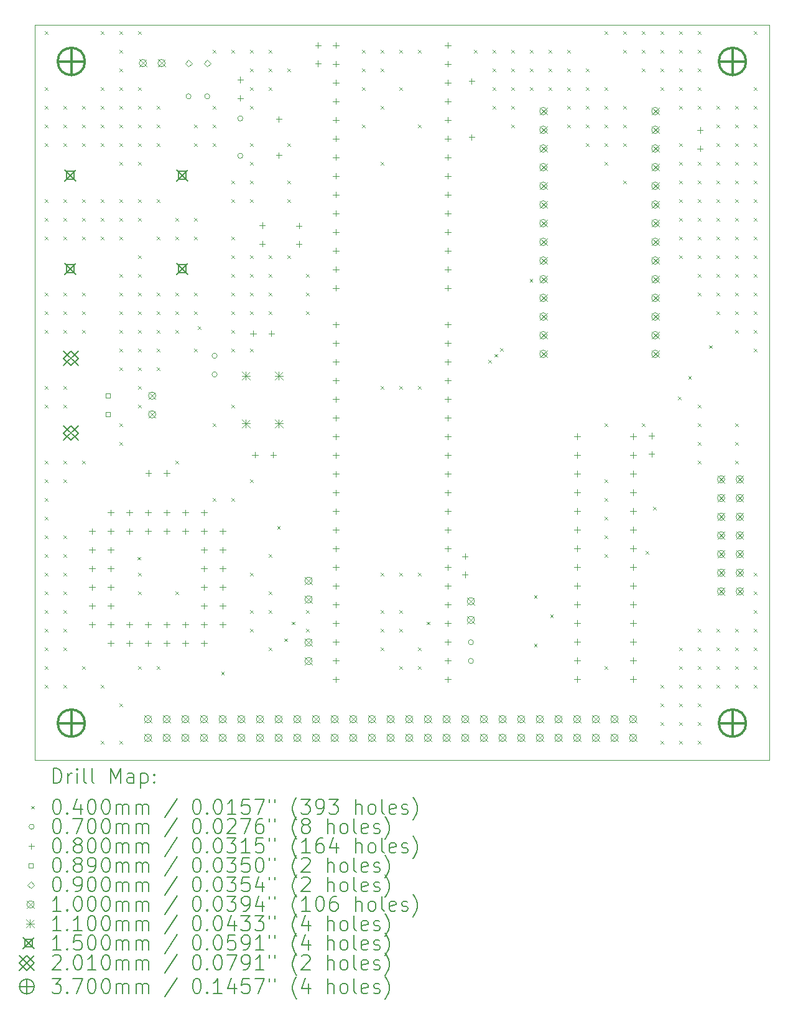
<source format=gbr>
%TF.GenerationSoftware,KiCad,Pcbnew,7.0.10+1*%
%TF.CreationDate,2024-02-25T15:55:41+01:00*%
%TF.ProjectId,dd8_0v2,6464385f-3076-4322-9e6b-696361645f70,rev?*%
%TF.SameCoordinates,Original*%
%TF.FileFunction,Drillmap*%
%TF.FilePolarity,Positive*%
%FSLAX45Y45*%
G04 Gerber Fmt 4.5, Leading zero omitted, Abs format (unit mm)*
G04 Created by KiCad (PCBNEW 7.0.10+1) date 2024-02-25 15:55:41*
%MOMM*%
%LPD*%
G01*
G04 APERTURE LIST*
%ADD10C,0.100000*%
%ADD11C,0.200000*%
%ADD12C,0.110000*%
%ADD13C,0.150000*%
%ADD14C,0.201000*%
%ADD15C,0.370000*%
G04 APERTURE END LIST*
D10*
X5000000Y-6900000D02*
X15000000Y-6900000D01*
X15000000Y-16900000D01*
X5000000Y-16900000D01*
X5000000Y-6900000D01*
D11*
D10*
X5137500Y-6987500D02*
X5177500Y-7027500D01*
X5177500Y-6987500D02*
X5137500Y-7027500D01*
X5137500Y-7749500D02*
X5177500Y-7789500D01*
X5177500Y-7749500D02*
X5137500Y-7789500D01*
X5137500Y-8003500D02*
X5177500Y-8043500D01*
X5177500Y-8003500D02*
X5137500Y-8043500D01*
X5137500Y-8257500D02*
X5177500Y-8297500D01*
X5177500Y-8257500D02*
X5137500Y-8297500D01*
X5137500Y-8511500D02*
X5177500Y-8551500D01*
X5177500Y-8511500D02*
X5137500Y-8551500D01*
X5137500Y-9273500D02*
X5177500Y-9313500D01*
X5177500Y-9273500D02*
X5137500Y-9313500D01*
X5137500Y-9527500D02*
X5177500Y-9567500D01*
X5177500Y-9527500D02*
X5137500Y-9567500D01*
X5137500Y-9781500D02*
X5177500Y-9821500D01*
X5177500Y-9781500D02*
X5137500Y-9821500D01*
X5137500Y-10543500D02*
X5177500Y-10583500D01*
X5177500Y-10543500D02*
X5137500Y-10583500D01*
X5137500Y-10797500D02*
X5177500Y-10837500D01*
X5177500Y-10797500D02*
X5137500Y-10837500D01*
X5137500Y-11051500D02*
X5177500Y-11091500D01*
X5177500Y-11051500D02*
X5137500Y-11091500D01*
X5137500Y-11813500D02*
X5177500Y-11853500D01*
X5177500Y-11813500D02*
X5137500Y-11853500D01*
X5137500Y-12067500D02*
X5177500Y-12107500D01*
X5177500Y-12067500D02*
X5137500Y-12107500D01*
X5137500Y-12829500D02*
X5177500Y-12869500D01*
X5177500Y-12829500D02*
X5137500Y-12869500D01*
X5137500Y-13083500D02*
X5177500Y-13123500D01*
X5177500Y-13083500D02*
X5137500Y-13123500D01*
X5137500Y-13337500D02*
X5177500Y-13377500D01*
X5177500Y-13337500D02*
X5137500Y-13377500D01*
X5137500Y-13591500D02*
X5177500Y-13631500D01*
X5177500Y-13591500D02*
X5137500Y-13631500D01*
X5137500Y-13845500D02*
X5177500Y-13885500D01*
X5177500Y-13845500D02*
X5137500Y-13885500D01*
X5137500Y-14099500D02*
X5177500Y-14139500D01*
X5177500Y-14099500D02*
X5137500Y-14139500D01*
X5137500Y-14353500D02*
X5177500Y-14393500D01*
X5177500Y-14353500D02*
X5137500Y-14393500D01*
X5137500Y-14607500D02*
X5177500Y-14647500D01*
X5177500Y-14607500D02*
X5137500Y-14647500D01*
X5137500Y-14861500D02*
X5177500Y-14901500D01*
X5177500Y-14861500D02*
X5137500Y-14901500D01*
X5137500Y-15115500D02*
X5177500Y-15155500D01*
X5177500Y-15115500D02*
X5137500Y-15155500D01*
X5137500Y-15369500D02*
X5177500Y-15409500D01*
X5177500Y-15369500D02*
X5137500Y-15409500D01*
X5137500Y-15623500D02*
X5177500Y-15663500D01*
X5177500Y-15623500D02*
X5137500Y-15663500D01*
X5137500Y-15877500D02*
X5177500Y-15917500D01*
X5177500Y-15877500D02*
X5137500Y-15917500D01*
X5391500Y-8003500D02*
X5431500Y-8043500D01*
X5431500Y-8003500D02*
X5391500Y-8043500D01*
X5391500Y-8257500D02*
X5431500Y-8297500D01*
X5431500Y-8257500D02*
X5391500Y-8297500D01*
X5391500Y-8511500D02*
X5431500Y-8551500D01*
X5431500Y-8511500D02*
X5391500Y-8551500D01*
X5391500Y-9273500D02*
X5431500Y-9313500D01*
X5431500Y-9273500D02*
X5391500Y-9313500D01*
X5391500Y-9527500D02*
X5431500Y-9567500D01*
X5431500Y-9527500D02*
X5391500Y-9567500D01*
X5391500Y-9781500D02*
X5431500Y-9821500D01*
X5431500Y-9781500D02*
X5391500Y-9821500D01*
X5391500Y-10543500D02*
X5431500Y-10583500D01*
X5431500Y-10543500D02*
X5391500Y-10583500D01*
X5391500Y-10797500D02*
X5431500Y-10837500D01*
X5431500Y-10797500D02*
X5391500Y-10837500D01*
X5391500Y-11051500D02*
X5431500Y-11091500D01*
X5431500Y-11051500D02*
X5391500Y-11091500D01*
X5391500Y-11813500D02*
X5431500Y-11853500D01*
X5431500Y-11813500D02*
X5391500Y-11853500D01*
X5391500Y-12067500D02*
X5431500Y-12107500D01*
X5431500Y-12067500D02*
X5391500Y-12107500D01*
X5391500Y-12829500D02*
X5431500Y-12869500D01*
X5431500Y-12829500D02*
X5391500Y-12869500D01*
X5391500Y-13083500D02*
X5431500Y-13123500D01*
X5431500Y-13083500D02*
X5391500Y-13123500D01*
X5391500Y-13845500D02*
X5431500Y-13885500D01*
X5431500Y-13845500D02*
X5391500Y-13885500D01*
X5391500Y-14099500D02*
X5431500Y-14139500D01*
X5431500Y-14099500D02*
X5391500Y-14139500D01*
X5391500Y-14353500D02*
X5431500Y-14393500D01*
X5431500Y-14353500D02*
X5391500Y-14393500D01*
X5391500Y-14607500D02*
X5431500Y-14647500D01*
X5431500Y-14607500D02*
X5391500Y-14647500D01*
X5391500Y-14861500D02*
X5431500Y-14901500D01*
X5431500Y-14861500D02*
X5391500Y-14901500D01*
X5391500Y-15115500D02*
X5431500Y-15155500D01*
X5431500Y-15115500D02*
X5391500Y-15155500D01*
X5391500Y-15369500D02*
X5431500Y-15409500D01*
X5431500Y-15369500D02*
X5391500Y-15409500D01*
X5391500Y-15877500D02*
X5431500Y-15917500D01*
X5431500Y-15877500D02*
X5391500Y-15917500D01*
X5645500Y-8003500D02*
X5685500Y-8043500D01*
X5685500Y-8003500D02*
X5645500Y-8043500D01*
X5645500Y-8257500D02*
X5685500Y-8297500D01*
X5685500Y-8257500D02*
X5645500Y-8297500D01*
X5645500Y-8511500D02*
X5685500Y-8551500D01*
X5685500Y-8511500D02*
X5645500Y-8551500D01*
X5645500Y-9273500D02*
X5685500Y-9313500D01*
X5685500Y-9273500D02*
X5645500Y-9313500D01*
X5645500Y-9527500D02*
X5685500Y-9567500D01*
X5685500Y-9527500D02*
X5645500Y-9567500D01*
X5645500Y-9781500D02*
X5685500Y-9821500D01*
X5685500Y-9781500D02*
X5645500Y-9821500D01*
X5645500Y-10543500D02*
X5685500Y-10583500D01*
X5685500Y-10543500D02*
X5645500Y-10583500D01*
X5645500Y-10797500D02*
X5685500Y-10837500D01*
X5685500Y-10797500D02*
X5645500Y-10837500D01*
X5645500Y-11051500D02*
X5685500Y-11091500D01*
X5685500Y-11051500D02*
X5645500Y-11091500D01*
X5645500Y-12829500D02*
X5685500Y-12869500D01*
X5685500Y-12829500D02*
X5645500Y-12869500D01*
X5645500Y-15623500D02*
X5685500Y-15663500D01*
X5685500Y-15623500D02*
X5645500Y-15663500D01*
X5899500Y-6987500D02*
X5939500Y-7027500D01*
X5939500Y-6987500D02*
X5899500Y-7027500D01*
X5899500Y-7749500D02*
X5939500Y-7789500D01*
X5939500Y-7749500D02*
X5899500Y-7789500D01*
X5899500Y-8003500D02*
X5939500Y-8043500D01*
X5939500Y-8003500D02*
X5899500Y-8043500D01*
X5899500Y-8257500D02*
X5939500Y-8297500D01*
X5939500Y-8257500D02*
X5899500Y-8297500D01*
X5899500Y-8511500D02*
X5939500Y-8551500D01*
X5939500Y-8511500D02*
X5899500Y-8551500D01*
X5899500Y-9273500D02*
X5939500Y-9313500D01*
X5939500Y-9273500D02*
X5899500Y-9313500D01*
X5899500Y-9527500D02*
X5939500Y-9567500D01*
X5939500Y-9527500D02*
X5899500Y-9567500D01*
X5899500Y-9781500D02*
X5939500Y-9821500D01*
X5939500Y-9781500D02*
X5899500Y-9821500D01*
X5899500Y-15877500D02*
X5939500Y-15917500D01*
X5939500Y-15877500D02*
X5899500Y-15917500D01*
X5899500Y-16639500D02*
X5939500Y-16679500D01*
X5939500Y-16639500D02*
X5899500Y-16679500D01*
X6153500Y-6987500D02*
X6193500Y-7027500D01*
X6193500Y-6987500D02*
X6153500Y-7027500D01*
X6153500Y-7241500D02*
X6193500Y-7281500D01*
X6193500Y-7241500D02*
X6153500Y-7281500D01*
X6153500Y-7495500D02*
X6193500Y-7535500D01*
X6193500Y-7495500D02*
X6153500Y-7535500D01*
X6153500Y-7749500D02*
X6193500Y-7789500D01*
X6193500Y-7749500D02*
X6153500Y-7789500D01*
X6153500Y-8003500D02*
X6193500Y-8043500D01*
X6193500Y-8003500D02*
X6153500Y-8043500D01*
X6153500Y-8257500D02*
X6193500Y-8297500D01*
X6193500Y-8257500D02*
X6153500Y-8297500D01*
X6153500Y-8511500D02*
X6193500Y-8551500D01*
X6193500Y-8511500D02*
X6153500Y-8551500D01*
X6153500Y-8765500D02*
X6193500Y-8805500D01*
X6193500Y-8765500D02*
X6153500Y-8805500D01*
X6153500Y-9273500D02*
X6193500Y-9313500D01*
X6193500Y-9273500D02*
X6153500Y-9313500D01*
X6153500Y-9527500D02*
X6193500Y-9567500D01*
X6193500Y-9527500D02*
X6153500Y-9567500D01*
X6153500Y-9781500D02*
X6193500Y-9821500D01*
X6193500Y-9781500D02*
X6153500Y-9821500D01*
X6153500Y-10289500D02*
X6193500Y-10329500D01*
X6193500Y-10289500D02*
X6153500Y-10329500D01*
X6153500Y-10543500D02*
X6193500Y-10583500D01*
X6193500Y-10543500D02*
X6153500Y-10583500D01*
X6153500Y-10797500D02*
X6193500Y-10837500D01*
X6193500Y-10797500D02*
X6153500Y-10837500D01*
X6153500Y-11051500D02*
X6193500Y-11091500D01*
X6193500Y-11051500D02*
X6153500Y-11091500D01*
X6153500Y-11305500D02*
X6193500Y-11345500D01*
X6193500Y-11305500D02*
X6153500Y-11345500D01*
X6153500Y-11559500D02*
X6193500Y-11599500D01*
X6193500Y-11559500D02*
X6153500Y-11599500D01*
X6153500Y-12321500D02*
X6193500Y-12361500D01*
X6193500Y-12321500D02*
X6153500Y-12361500D01*
X6153500Y-12575500D02*
X6193500Y-12615500D01*
X6193500Y-12575500D02*
X6153500Y-12615500D01*
X6153500Y-16131500D02*
X6193500Y-16171500D01*
X6193500Y-16131500D02*
X6153500Y-16171500D01*
X6153500Y-16639500D02*
X6193500Y-16679500D01*
X6193500Y-16639500D02*
X6153500Y-16679500D01*
X6400000Y-14140000D02*
X6440000Y-14180000D01*
X6440000Y-14140000D02*
X6400000Y-14180000D01*
X6407500Y-6987500D02*
X6447500Y-7027500D01*
X6447500Y-6987500D02*
X6407500Y-7027500D01*
X6407500Y-7749500D02*
X6447500Y-7789500D01*
X6447500Y-7749500D02*
X6407500Y-7789500D01*
X6407500Y-8003500D02*
X6447500Y-8043500D01*
X6447500Y-8003500D02*
X6407500Y-8043500D01*
X6407500Y-8257500D02*
X6447500Y-8297500D01*
X6447500Y-8257500D02*
X6407500Y-8297500D01*
X6407500Y-8511500D02*
X6447500Y-8551500D01*
X6447500Y-8511500D02*
X6407500Y-8551500D01*
X6407500Y-8765500D02*
X6447500Y-8805500D01*
X6447500Y-8765500D02*
X6407500Y-8805500D01*
X6407500Y-9273500D02*
X6447500Y-9313500D01*
X6447500Y-9273500D02*
X6407500Y-9313500D01*
X6407500Y-9527500D02*
X6447500Y-9567500D01*
X6447500Y-9527500D02*
X6407500Y-9567500D01*
X6407500Y-10035500D02*
X6447500Y-10075500D01*
X6447500Y-10035500D02*
X6407500Y-10075500D01*
X6407500Y-10289500D02*
X6447500Y-10329500D01*
X6447500Y-10289500D02*
X6407500Y-10329500D01*
X6407500Y-10543500D02*
X6447500Y-10583500D01*
X6447500Y-10543500D02*
X6407500Y-10583500D01*
X6407500Y-10797500D02*
X6447500Y-10837500D01*
X6447500Y-10797500D02*
X6407500Y-10837500D01*
X6407500Y-11051500D02*
X6447500Y-11091500D01*
X6447500Y-11051500D02*
X6407500Y-11091500D01*
X6407500Y-11305500D02*
X6447500Y-11345500D01*
X6447500Y-11305500D02*
X6407500Y-11345500D01*
X6407500Y-11559500D02*
X6447500Y-11599500D01*
X6447500Y-11559500D02*
X6407500Y-11599500D01*
X6407500Y-11813500D02*
X6447500Y-11853500D01*
X6447500Y-11813500D02*
X6407500Y-11853500D01*
X6407500Y-12067500D02*
X6447500Y-12107500D01*
X6447500Y-12067500D02*
X6407500Y-12107500D01*
X6407500Y-14353500D02*
X6447500Y-14393500D01*
X6447500Y-14353500D02*
X6407500Y-14393500D01*
X6407500Y-14607500D02*
X6447500Y-14647500D01*
X6447500Y-14607500D02*
X6407500Y-14647500D01*
X6407500Y-15623500D02*
X6447500Y-15663500D01*
X6447500Y-15623500D02*
X6407500Y-15663500D01*
X6661500Y-8003500D02*
X6701500Y-8043500D01*
X6701500Y-8003500D02*
X6661500Y-8043500D01*
X6661500Y-8257500D02*
X6701500Y-8297500D01*
X6701500Y-8257500D02*
X6661500Y-8297500D01*
X6661500Y-8511500D02*
X6701500Y-8551500D01*
X6701500Y-8511500D02*
X6661500Y-8551500D01*
X6661500Y-9273500D02*
X6701500Y-9313500D01*
X6701500Y-9273500D02*
X6661500Y-9313500D01*
X6661500Y-9781500D02*
X6701500Y-9821500D01*
X6701500Y-9781500D02*
X6661500Y-9821500D01*
X6661500Y-10543500D02*
X6701500Y-10583500D01*
X6701500Y-10543500D02*
X6661500Y-10583500D01*
X6661500Y-10797500D02*
X6701500Y-10837500D01*
X6701500Y-10797500D02*
X6661500Y-10837500D01*
X6661500Y-11051500D02*
X6701500Y-11091500D01*
X6701500Y-11051500D02*
X6661500Y-11091500D01*
X6661500Y-11305500D02*
X6701500Y-11345500D01*
X6701500Y-11305500D02*
X6661500Y-11345500D01*
X6661500Y-11559500D02*
X6701500Y-11599500D01*
X6701500Y-11559500D02*
X6661500Y-11599500D01*
X6661500Y-15623500D02*
X6701500Y-15663500D01*
X6701500Y-15623500D02*
X6661500Y-15663500D01*
X6915500Y-9527500D02*
X6955500Y-9567500D01*
X6955500Y-9527500D02*
X6915500Y-9567500D01*
X6915500Y-9781500D02*
X6955500Y-9821500D01*
X6955500Y-9781500D02*
X6915500Y-9821500D01*
X6915500Y-10543500D02*
X6955500Y-10583500D01*
X6955500Y-10543500D02*
X6915500Y-10583500D01*
X6915500Y-10797500D02*
X6955500Y-10837500D01*
X6955500Y-10797500D02*
X6915500Y-10837500D01*
X6915500Y-11051500D02*
X6955500Y-11091500D01*
X6955500Y-11051500D02*
X6915500Y-11091500D01*
X6915500Y-12829500D02*
X6955500Y-12869500D01*
X6955500Y-12829500D02*
X6915500Y-12869500D01*
X6915500Y-14607500D02*
X6955500Y-14647500D01*
X6955500Y-14607500D02*
X6915500Y-14647500D01*
X7169500Y-8257500D02*
X7209500Y-8297500D01*
X7209500Y-8257500D02*
X7169500Y-8297500D01*
X7169500Y-8511500D02*
X7209500Y-8551500D01*
X7209500Y-8511500D02*
X7169500Y-8551500D01*
X7169500Y-9527500D02*
X7209500Y-9567500D01*
X7209500Y-9527500D02*
X7169500Y-9567500D01*
X7169500Y-9781500D02*
X7209500Y-9821500D01*
X7209500Y-9781500D02*
X7169500Y-9821500D01*
X7169500Y-10543500D02*
X7209500Y-10583500D01*
X7209500Y-10543500D02*
X7169500Y-10583500D01*
X7169500Y-10797500D02*
X7209500Y-10837500D01*
X7209500Y-10797500D02*
X7169500Y-10837500D01*
X7169500Y-11305500D02*
X7209500Y-11345500D01*
X7209500Y-11305500D02*
X7169500Y-11345500D01*
X7220000Y-11000000D02*
X7260000Y-11040000D01*
X7260000Y-11000000D02*
X7220000Y-11040000D01*
X7423500Y-7241500D02*
X7463500Y-7281500D01*
X7463500Y-7241500D02*
X7423500Y-7281500D01*
X7423500Y-8003500D02*
X7463500Y-8043500D01*
X7463500Y-8003500D02*
X7423500Y-8043500D01*
X7423500Y-8257500D02*
X7463500Y-8297500D01*
X7463500Y-8257500D02*
X7423500Y-8297500D01*
X7423500Y-8511500D02*
X7463500Y-8551500D01*
X7463500Y-8511500D02*
X7423500Y-8551500D01*
X7423500Y-12321500D02*
X7463500Y-12361500D01*
X7463500Y-12321500D02*
X7423500Y-12361500D01*
X7423500Y-13337500D02*
X7463500Y-13377500D01*
X7463500Y-13337500D02*
X7423500Y-13377500D01*
X7540000Y-15700000D02*
X7580000Y-15740000D01*
X7580000Y-15700000D02*
X7540000Y-15740000D01*
X7677500Y-7241500D02*
X7717500Y-7281500D01*
X7717500Y-7241500D02*
X7677500Y-7281500D01*
X7677500Y-9019500D02*
X7717500Y-9059500D01*
X7717500Y-9019500D02*
X7677500Y-9059500D01*
X7677500Y-9273500D02*
X7717500Y-9313500D01*
X7717500Y-9273500D02*
X7677500Y-9313500D01*
X7677500Y-9781500D02*
X7717500Y-9821500D01*
X7717500Y-9781500D02*
X7677500Y-9821500D01*
X7677500Y-10035500D02*
X7717500Y-10075500D01*
X7717500Y-10035500D02*
X7677500Y-10075500D01*
X7677500Y-10289500D02*
X7717500Y-10329500D01*
X7717500Y-10289500D02*
X7677500Y-10329500D01*
X7677500Y-10543500D02*
X7717500Y-10583500D01*
X7717500Y-10543500D02*
X7677500Y-10583500D01*
X7677500Y-10797500D02*
X7717500Y-10837500D01*
X7717500Y-10797500D02*
X7677500Y-10837500D01*
X7677500Y-11051500D02*
X7717500Y-11091500D01*
X7717500Y-11051500D02*
X7677500Y-11091500D01*
X7677500Y-11305500D02*
X7717500Y-11345500D01*
X7717500Y-11305500D02*
X7677500Y-11345500D01*
X7677500Y-12067500D02*
X7717500Y-12107500D01*
X7717500Y-12067500D02*
X7677500Y-12107500D01*
X7677500Y-13337500D02*
X7717500Y-13377500D01*
X7717500Y-13337500D02*
X7677500Y-13377500D01*
X7931500Y-7241500D02*
X7971500Y-7281500D01*
X7971500Y-7241500D02*
X7931500Y-7281500D01*
X7931500Y-7495500D02*
X7971500Y-7535500D01*
X7971500Y-7495500D02*
X7931500Y-7535500D01*
X7931500Y-7749500D02*
X7971500Y-7789500D01*
X7971500Y-7749500D02*
X7931500Y-7789500D01*
X7931500Y-8003500D02*
X7971500Y-8043500D01*
X7971500Y-8003500D02*
X7931500Y-8043500D01*
X7931500Y-8511500D02*
X7971500Y-8551500D01*
X7971500Y-8511500D02*
X7931500Y-8551500D01*
X7931500Y-8765500D02*
X7971500Y-8805500D01*
X7971500Y-8765500D02*
X7931500Y-8805500D01*
X7931500Y-9019500D02*
X7971500Y-9059500D01*
X7971500Y-9019500D02*
X7931500Y-9059500D01*
X7931500Y-9273500D02*
X7971500Y-9313500D01*
X7971500Y-9273500D02*
X7931500Y-9313500D01*
X7931500Y-10035500D02*
X7971500Y-10075500D01*
X7971500Y-10035500D02*
X7931500Y-10075500D01*
X7931500Y-10289500D02*
X7971500Y-10329500D01*
X7971500Y-10289500D02*
X7931500Y-10329500D01*
X7931500Y-10543500D02*
X7971500Y-10583500D01*
X7971500Y-10543500D02*
X7931500Y-10583500D01*
X7931500Y-10797500D02*
X7971500Y-10837500D01*
X7971500Y-10797500D02*
X7931500Y-10837500D01*
X7931500Y-11305500D02*
X7971500Y-11345500D01*
X7971500Y-11305500D02*
X7931500Y-11345500D01*
X7931500Y-13083500D02*
X7971500Y-13123500D01*
X7971500Y-13083500D02*
X7931500Y-13123500D01*
X7931500Y-14353500D02*
X7971500Y-14393500D01*
X7971500Y-14353500D02*
X7931500Y-14393500D01*
X7931500Y-14861500D02*
X7971500Y-14901500D01*
X7971500Y-14861500D02*
X7931500Y-14901500D01*
X7931500Y-15115500D02*
X7971500Y-15155500D01*
X7971500Y-15115500D02*
X7931500Y-15155500D01*
X8185500Y-7241500D02*
X8225500Y-7281500D01*
X8225500Y-7241500D02*
X8185500Y-7281500D01*
X8185500Y-7495500D02*
X8225500Y-7535500D01*
X8225500Y-7495500D02*
X8185500Y-7535500D01*
X8185500Y-7749500D02*
X8225500Y-7789500D01*
X8225500Y-7749500D02*
X8185500Y-7789500D01*
X8185500Y-10035500D02*
X8225500Y-10075500D01*
X8225500Y-10035500D02*
X8185500Y-10075500D01*
X8185500Y-10289500D02*
X8225500Y-10329500D01*
X8225500Y-10289500D02*
X8185500Y-10329500D01*
X8185500Y-10543500D02*
X8225500Y-10583500D01*
X8225500Y-10543500D02*
X8185500Y-10583500D01*
X8185500Y-10797500D02*
X8225500Y-10837500D01*
X8225500Y-10797500D02*
X8185500Y-10837500D01*
X8185500Y-14099500D02*
X8225500Y-14139500D01*
X8225500Y-14099500D02*
X8185500Y-14139500D01*
X8185500Y-14607500D02*
X8225500Y-14647500D01*
X8225500Y-14607500D02*
X8185500Y-14647500D01*
X8185500Y-14861500D02*
X8225500Y-14901500D01*
X8225500Y-14861500D02*
X8185500Y-14901500D01*
X8185500Y-15369500D02*
X8225500Y-15409500D01*
X8225500Y-15369500D02*
X8185500Y-15409500D01*
X8302200Y-13722200D02*
X8342200Y-13762200D01*
X8342200Y-13722200D02*
X8302200Y-13762200D01*
X8400800Y-15249200D02*
X8440800Y-15289200D01*
X8440800Y-15249200D02*
X8400800Y-15289200D01*
X8439500Y-7495500D02*
X8479500Y-7535500D01*
X8479500Y-7495500D02*
X8439500Y-7535500D01*
X8439500Y-8511500D02*
X8479500Y-8551500D01*
X8479500Y-8511500D02*
X8439500Y-8551500D01*
X8439500Y-9019500D02*
X8479500Y-9059500D01*
X8479500Y-9019500D02*
X8439500Y-9059500D01*
X8439500Y-9273500D02*
X8479500Y-9313500D01*
X8479500Y-9273500D02*
X8439500Y-9313500D01*
X8439500Y-10035500D02*
X8479500Y-10075500D01*
X8479500Y-10035500D02*
X8439500Y-10075500D01*
X8500000Y-15020000D02*
X8540000Y-15060000D01*
X8540000Y-15020000D02*
X8500000Y-15060000D01*
X8693500Y-10289500D02*
X8733500Y-10329500D01*
X8733500Y-10289500D02*
X8693500Y-10329500D01*
X8693500Y-10543500D02*
X8733500Y-10583500D01*
X8733500Y-10543500D02*
X8693500Y-10583500D01*
X8693500Y-10797500D02*
X8733500Y-10837500D01*
X8733500Y-10797500D02*
X8693500Y-10837500D01*
X8693500Y-14861500D02*
X8733500Y-14901500D01*
X8733500Y-14861500D02*
X8693500Y-14901500D01*
X8693500Y-15115500D02*
X8733500Y-15155500D01*
X8733500Y-15115500D02*
X8693500Y-15155500D01*
X9455500Y-7241500D02*
X9495500Y-7281500D01*
X9495500Y-7241500D02*
X9455500Y-7281500D01*
X9455500Y-7495500D02*
X9495500Y-7535500D01*
X9495500Y-7495500D02*
X9455500Y-7535500D01*
X9455500Y-7749500D02*
X9495500Y-7789500D01*
X9495500Y-7749500D02*
X9455500Y-7789500D01*
X9455500Y-8257500D02*
X9495500Y-8297500D01*
X9495500Y-8257500D02*
X9455500Y-8297500D01*
X9709500Y-7241500D02*
X9749500Y-7281500D01*
X9749500Y-7241500D02*
X9709500Y-7281500D01*
X9709500Y-7495500D02*
X9749500Y-7535500D01*
X9749500Y-7495500D02*
X9709500Y-7535500D01*
X9709500Y-8003500D02*
X9749500Y-8043500D01*
X9749500Y-8003500D02*
X9709500Y-8043500D01*
X9709500Y-8765500D02*
X9749500Y-8805500D01*
X9749500Y-8765500D02*
X9709500Y-8805500D01*
X9709500Y-11813500D02*
X9749500Y-11853500D01*
X9749500Y-11813500D02*
X9709500Y-11853500D01*
X9709500Y-14353500D02*
X9749500Y-14393500D01*
X9749500Y-14353500D02*
X9709500Y-14393500D01*
X9709500Y-14861500D02*
X9749500Y-14901500D01*
X9749500Y-14861500D02*
X9709500Y-14901500D01*
X9709500Y-15115500D02*
X9749500Y-15155500D01*
X9749500Y-15115500D02*
X9709500Y-15155500D01*
X9709500Y-15369500D02*
X9749500Y-15409500D01*
X9749500Y-15369500D02*
X9709500Y-15409500D01*
X9963500Y-7241500D02*
X10003500Y-7281500D01*
X10003500Y-7241500D02*
X9963500Y-7281500D01*
X9963500Y-7749500D02*
X10003500Y-7789500D01*
X10003500Y-7749500D02*
X9963500Y-7789500D01*
X9963500Y-11813500D02*
X10003500Y-11853500D01*
X10003500Y-11813500D02*
X9963500Y-11853500D01*
X9963500Y-14353500D02*
X10003500Y-14393500D01*
X10003500Y-14353500D02*
X9963500Y-14393500D01*
X9963500Y-14861500D02*
X10003500Y-14901500D01*
X10003500Y-14861500D02*
X9963500Y-14901500D01*
X9963500Y-15115500D02*
X10003500Y-15155500D01*
X10003500Y-15115500D02*
X9963500Y-15155500D01*
X9963500Y-15623500D02*
X10003500Y-15663500D01*
X10003500Y-15623500D02*
X9963500Y-15663500D01*
X10217500Y-7241500D02*
X10257500Y-7281500D01*
X10257500Y-7241500D02*
X10217500Y-7281500D01*
X10217500Y-8257500D02*
X10257500Y-8297500D01*
X10257500Y-8257500D02*
X10217500Y-8297500D01*
X10217500Y-11813500D02*
X10257500Y-11853500D01*
X10257500Y-11813500D02*
X10217500Y-11853500D01*
X10217500Y-14353500D02*
X10257500Y-14393500D01*
X10257500Y-14353500D02*
X10217500Y-14393500D01*
X10217500Y-15369500D02*
X10257500Y-15409500D01*
X10257500Y-15369500D02*
X10217500Y-15409500D01*
X10217500Y-15623500D02*
X10257500Y-15663500D01*
X10257500Y-15623500D02*
X10217500Y-15663500D01*
X10340000Y-15020000D02*
X10380000Y-15060000D01*
X10380000Y-15020000D02*
X10340000Y-15060000D01*
X10979500Y-7241500D02*
X11019500Y-7281500D01*
X11019500Y-7241500D02*
X10979500Y-7281500D01*
X11180000Y-11460000D02*
X11220000Y-11500000D01*
X11220000Y-11460000D02*
X11180000Y-11500000D01*
X11233500Y-7241500D02*
X11273500Y-7281500D01*
X11273500Y-7241500D02*
X11233500Y-7281500D01*
X11233500Y-7495500D02*
X11273500Y-7535500D01*
X11273500Y-7495500D02*
X11233500Y-7535500D01*
X11233500Y-7749500D02*
X11273500Y-7789500D01*
X11273500Y-7749500D02*
X11233500Y-7789500D01*
X11233500Y-8003500D02*
X11273500Y-8043500D01*
X11273500Y-8003500D02*
X11233500Y-8043500D01*
X11260000Y-11380000D02*
X11300000Y-11420000D01*
X11300000Y-11380000D02*
X11260000Y-11420000D01*
X11340000Y-11300000D02*
X11380000Y-11340000D01*
X11380000Y-11300000D02*
X11340000Y-11340000D01*
X11487500Y-7241500D02*
X11527500Y-7281500D01*
X11527500Y-7241500D02*
X11487500Y-7281500D01*
X11487500Y-7495500D02*
X11527500Y-7535500D01*
X11527500Y-7495500D02*
X11487500Y-7535500D01*
X11487500Y-7749500D02*
X11527500Y-7789500D01*
X11527500Y-7749500D02*
X11487500Y-7789500D01*
X11487500Y-8003500D02*
X11527500Y-8043500D01*
X11527500Y-8003500D02*
X11487500Y-8043500D01*
X11487500Y-8257500D02*
X11527500Y-8297500D01*
X11527500Y-8257500D02*
X11487500Y-8297500D01*
X11740000Y-10360000D02*
X11780000Y-10400000D01*
X11780000Y-10360000D02*
X11740000Y-10400000D01*
X11741500Y-7241500D02*
X11781500Y-7281500D01*
X11781500Y-7241500D02*
X11741500Y-7281500D01*
X11741500Y-7495500D02*
X11781500Y-7535500D01*
X11781500Y-7495500D02*
X11741500Y-7535500D01*
X11741500Y-7749500D02*
X11781500Y-7789500D01*
X11781500Y-7749500D02*
X11741500Y-7789500D01*
X11800000Y-14660000D02*
X11840000Y-14700000D01*
X11840000Y-14660000D02*
X11800000Y-14700000D01*
X11800000Y-15320000D02*
X11840000Y-15360000D01*
X11840000Y-15320000D02*
X11800000Y-15360000D01*
X11995500Y-7241500D02*
X12035500Y-7281500D01*
X12035500Y-7241500D02*
X11995500Y-7281500D01*
X11995500Y-7495500D02*
X12035500Y-7535500D01*
X12035500Y-7495500D02*
X11995500Y-7535500D01*
X11995500Y-7749500D02*
X12035500Y-7789500D01*
X12035500Y-7749500D02*
X11995500Y-7789500D01*
X12020000Y-14920000D02*
X12060000Y-14960000D01*
X12060000Y-14920000D02*
X12020000Y-14960000D01*
X12249500Y-7241500D02*
X12289500Y-7281500D01*
X12289500Y-7241500D02*
X12249500Y-7281500D01*
X12249500Y-7495500D02*
X12289500Y-7535500D01*
X12289500Y-7495500D02*
X12249500Y-7535500D01*
X12249500Y-7749500D02*
X12289500Y-7789500D01*
X12289500Y-7749500D02*
X12249500Y-7789500D01*
X12249500Y-8003500D02*
X12289500Y-8043500D01*
X12289500Y-8003500D02*
X12249500Y-8043500D01*
X12249500Y-8257500D02*
X12289500Y-8297500D01*
X12289500Y-8257500D02*
X12249500Y-8297500D01*
X12503500Y-7495500D02*
X12543500Y-7535500D01*
X12543500Y-7495500D02*
X12503500Y-7535500D01*
X12503500Y-7749500D02*
X12543500Y-7789500D01*
X12543500Y-7749500D02*
X12503500Y-7789500D01*
X12503500Y-8003500D02*
X12543500Y-8043500D01*
X12543500Y-8003500D02*
X12503500Y-8043500D01*
X12503500Y-8257500D02*
X12543500Y-8297500D01*
X12543500Y-8257500D02*
X12503500Y-8297500D01*
X12503500Y-8511500D02*
X12543500Y-8551500D01*
X12543500Y-8511500D02*
X12503500Y-8551500D01*
X12757500Y-6987500D02*
X12797500Y-7027500D01*
X12797500Y-6987500D02*
X12757500Y-7027500D01*
X12757500Y-7749500D02*
X12797500Y-7789500D01*
X12797500Y-7749500D02*
X12757500Y-7789500D01*
X12757500Y-8003500D02*
X12797500Y-8043500D01*
X12797500Y-8003500D02*
X12757500Y-8043500D01*
X12757500Y-8257500D02*
X12797500Y-8297500D01*
X12797500Y-8257500D02*
X12757500Y-8297500D01*
X12757500Y-8511500D02*
X12797500Y-8551500D01*
X12797500Y-8511500D02*
X12757500Y-8551500D01*
X12757500Y-8765500D02*
X12797500Y-8805500D01*
X12797500Y-8765500D02*
X12757500Y-8805500D01*
X12757500Y-12321500D02*
X12797500Y-12361500D01*
X12797500Y-12321500D02*
X12757500Y-12361500D01*
X12757500Y-13083500D02*
X12797500Y-13123500D01*
X12797500Y-13083500D02*
X12757500Y-13123500D01*
X12757500Y-13337500D02*
X12797500Y-13377500D01*
X12797500Y-13337500D02*
X12757500Y-13377500D01*
X12757500Y-13591500D02*
X12797500Y-13631500D01*
X12797500Y-13591500D02*
X12757500Y-13631500D01*
X12757500Y-13845500D02*
X12797500Y-13885500D01*
X12797500Y-13845500D02*
X12757500Y-13885500D01*
X12757500Y-14099500D02*
X12797500Y-14139500D01*
X12797500Y-14099500D02*
X12757500Y-14139500D01*
X12757500Y-15623500D02*
X12797500Y-15663500D01*
X12797500Y-15623500D02*
X12757500Y-15663500D01*
X13011500Y-6987500D02*
X13051500Y-7027500D01*
X13051500Y-6987500D02*
X13011500Y-7027500D01*
X13011500Y-7241500D02*
X13051500Y-7281500D01*
X13051500Y-7241500D02*
X13011500Y-7281500D01*
X13011500Y-8003500D02*
X13051500Y-8043500D01*
X13051500Y-8003500D02*
X13011500Y-8043500D01*
X13011500Y-8257500D02*
X13051500Y-8297500D01*
X13051500Y-8257500D02*
X13011500Y-8297500D01*
X13011500Y-8511500D02*
X13051500Y-8551500D01*
X13051500Y-8511500D02*
X13011500Y-8551500D01*
X13011500Y-9019500D02*
X13051500Y-9059500D01*
X13051500Y-9019500D02*
X13011500Y-9059500D01*
X13265500Y-6987500D02*
X13305500Y-7027500D01*
X13305500Y-6987500D02*
X13265500Y-7027500D01*
X13265500Y-7241500D02*
X13305500Y-7281500D01*
X13305500Y-7241500D02*
X13265500Y-7281500D01*
X13265500Y-7495500D02*
X13305500Y-7535500D01*
X13305500Y-7495500D02*
X13265500Y-7535500D01*
X13265500Y-12321500D02*
X13305500Y-12361500D01*
X13305500Y-12321500D02*
X13265500Y-12361500D01*
X13320000Y-14060000D02*
X13360000Y-14100000D01*
X13360000Y-14060000D02*
X13320000Y-14100000D01*
X13420000Y-13460000D02*
X13460000Y-13500000D01*
X13460000Y-13460000D02*
X13420000Y-13500000D01*
X13519500Y-6987500D02*
X13559500Y-7027500D01*
X13559500Y-6987500D02*
X13519500Y-7027500D01*
X13519500Y-7241500D02*
X13559500Y-7281500D01*
X13559500Y-7241500D02*
X13519500Y-7281500D01*
X13519500Y-7495500D02*
X13559500Y-7535500D01*
X13559500Y-7495500D02*
X13519500Y-7535500D01*
X13519500Y-7749500D02*
X13559500Y-7789500D01*
X13559500Y-7749500D02*
X13519500Y-7789500D01*
X13519500Y-15877500D02*
X13559500Y-15917500D01*
X13559500Y-15877500D02*
X13519500Y-15917500D01*
X13519500Y-16131500D02*
X13559500Y-16171500D01*
X13559500Y-16131500D02*
X13519500Y-16171500D01*
X13519500Y-16385500D02*
X13559500Y-16425500D01*
X13559500Y-16385500D02*
X13519500Y-16425500D01*
X13519500Y-16639500D02*
X13559500Y-16679500D01*
X13559500Y-16639500D02*
X13519500Y-16679500D01*
X13760000Y-11960000D02*
X13800000Y-12000000D01*
X13800000Y-11960000D02*
X13760000Y-12000000D01*
X13773500Y-6987500D02*
X13813500Y-7027500D01*
X13813500Y-6987500D02*
X13773500Y-7027500D01*
X13773500Y-7241500D02*
X13813500Y-7281500D01*
X13813500Y-7241500D02*
X13773500Y-7281500D01*
X13773500Y-7495500D02*
X13813500Y-7535500D01*
X13813500Y-7495500D02*
X13773500Y-7535500D01*
X13773500Y-7749500D02*
X13813500Y-7789500D01*
X13813500Y-7749500D02*
X13773500Y-7789500D01*
X13773500Y-8003500D02*
X13813500Y-8043500D01*
X13813500Y-8003500D02*
X13773500Y-8043500D01*
X13773500Y-8511500D02*
X13813500Y-8551500D01*
X13813500Y-8511500D02*
X13773500Y-8551500D01*
X13773500Y-8765500D02*
X13813500Y-8805500D01*
X13813500Y-8765500D02*
X13773500Y-8805500D01*
X13773500Y-9019500D02*
X13813500Y-9059500D01*
X13813500Y-9019500D02*
X13773500Y-9059500D01*
X13773500Y-9273500D02*
X13813500Y-9313500D01*
X13813500Y-9273500D02*
X13773500Y-9313500D01*
X13773500Y-9527500D02*
X13813500Y-9567500D01*
X13813500Y-9527500D02*
X13773500Y-9567500D01*
X13773500Y-9781500D02*
X13813500Y-9821500D01*
X13813500Y-9781500D02*
X13773500Y-9821500D01*
X13773500Y-10035500D02*
X13813500Y-10075500D01*
X13813500Y-10035500D02*
X13773500Y-10075500D01*
X13773500Y-15369500D02*
X13813500Y-15409500D01*
X13813500Y-15369500D02*
X13773500Y-15409500D01*
X13773500Y-15623500D02*
X13813500Y-15663500D01*
X13813500Y-15623500D02*
X13773500Y-15663500D01*
X13773500Y-15877500D02*
X13813500Y-15917500D01*
X13813500Y-15877500D02*
X13773500Y-15917500D01*
X13773500Y-16131500D02*
X13813500Y-16171500D01*
X13813500Y-16131500D02*
X13773500Y-16171500D01*
X13773500Y-16385500D02*
X13813500Y-16425500D01*
X13813500Y-16385500D02*
X13773500Y-16425500D01*
X13773500Y-16639500D02*
X13813500Y-16679500D01*
X13813500Y-16639500D02*
X13773500Y-16679500D01*
X13900000Y-11680000D02*
X13940000Y-11720000D01*
X13940000Y-11680000D02*
X13900000Y-11720000D01*
X14027500Y-6987500D02*
X14067500Y-7027500D01*
X14067500Y-6987500D02*
X14027500Y-7027500D01*
X14027500Y-7241500D02*
X14067500Y-7281500D01*
X14067500Y-7241500D02*
X14027500Y-7281500D01*
X14027500Y-7495500D02*
X14067500Y-7535500D01*
X14067500Y-7495500D02*
X14027500Y-7535500D01*
X14027500Y-7749500D02*
X14067500Y-7789500D01*
X14067500Y-7749500D02*
X14027500Y-7789500D01*
X14027500Y-8003500D02*
X14067500Y-8043500D01*
X14067500Y-8003500D02*
X14027500Y-8043500D01*
X14027500Y-8765500D02*
X14067500Y-8805500D01*
X14067500Y-8765500D02*
X14027500Y-8805500D01*
X14027500Y-9019500D02*
X14067500Y-9059500D01*
X14067500Y-9019500D02*
X14027500Y-9059500D01*
X14027500Y-9273500D02*
X14067500Y-9313500D01*
X14067500Y-9273500D02*
X14027500Y-9313500D01*
X14027500Y-9527500D02*
X14067500Y-9567500D01*
X14067500Y-9527500D02*
X14027500Y-9567500D01*
X14027500Y-9781500D02*
X14067500Y-9821500D01*
X14067500Y-9781500D02*
X14027500Y-9821500D01*
X14027500Y-10035500D02*
X14067500Y-10075500D01*
X14067500Y-10035500D02*
X14027500Y-10075500D01*
X14027500Y-10289500D02*
X14067500Y-10329500D01*
X14067500Y-10289500D02*
X14027500Y-10329500D01*
X14027500Y-10543500D02*
X14067500Y-10583500D01*
X14067500Y-10543500D02*
X14027500Y-10583500D01*
X14027500Y-12067500D02*
X14067500Y-12107500D01*
X14067500Y-12067500D02*
X14027500Y-12107500D01*
X14027500Y-12321500D02*
X14067500Y-12361500D01*
X14067500Y-12321500D02*
X14027500Y-12361500D01*
X14027500Y-12575500D02*
X14067500Y-12615500D01*
X14067500Y-12575500D02*
X14027500Y-12615500D01*
X14027500Y-12829500D02*
X14067500Y-12869500D01*
X14067500Y-12829500D02*
X14027500Y-12869500D01*
X14027500Y-15115500D02*
X14067500Y-15155500D01*
X14067500Y-15115500D02*
X14027500Y-15155500D01*
X14027500Y-15369500D02*
X14067500Y-15409500D01*
X14067500Y-15369500D02*
X14027500Y-15409500D01*
X14027500Y-15623500D02*
X14067500Y-15663500D01*
X14067500Y-15623500D02*
X14027500Y-15663500D01*
X14027500Y-15877500D02*
X14067500Y-15917500D01*
X14067500Y-15877500D02*
X14027500Y-15917500D01*
X14027500Y-16131500D02*
X14067500Y-16171500D01*
X14067500Y-16131500D02*
X14027500Y-16171500D01*
X14027500Y-16385500D02*
X14067500Y-16425500D01*
X14067500Y-16385500D02*
X14027500Y-16425500D01*
X14027500Y-16639500D02*
X14067500Y-16679500D01*
X14067500Y-16639500D02*
X14027500Y-16679500D01*
X14180000Y-11260000D02*
X14220000Y-11300000D01*
X14220000Y-11260000D02*
X14180000Y-11300000D01*
X14281500Y-8003500D02*
X14321500Y-8043500D01*
X14321500Y-8003500D02*
X14281500Y-8043500D01*
X14281500Y-8257500D02*
X14321500Y-8297500D01*
X14321500Y-8257500D02*
X14281500Y-8297500D01*
X14281500Y-8511500D02*
X14321500Y-8551500D01*
X14321500Y-8511500D02*
X14281500Y-8551500D01*
X14281500Y-8765500D02*
X14321500Y-8805500D01*
X14321500Y-8765500D02*
X14281500Y-8805500D01*
X14281500Y-9019500D02*
X14321500Y-9059500D01*
X14321500Y-9019500D02*
X14281500Y-9059500D01*
X14281500Y-9273500D02*
X14321500Y-9313500D01*
X14321500Y-9273500D02*
X14281500Y-9313500D01*
X14281500Y-9527500D02*
X14321500Y-9567500D01*
X14321500Y-9527500D02*
X14281500Y-9567500D01*
X14281500Y-9781500D02*
X14321500Y-9821500D01*
X14321500Y-9781500D02*
X14281500Y-9821500D01*
X14281500Y-10035500D02*
X14321500Y-10075500D01*
X14321500Y-10035500D02*
X14281500Y-10075500D01*
X14281500Y-10289500D02*
X14321500Y-10329500D01*
X14321500Y-10289500D02*
X14281500Y-10329500D01*
X14281500Y-10543500D02*
X14321500Y-10583500D01*
X14321500Y-10543500D02*
X14281500Y-10583500D01*
X14281500Y-10797500D02*
X14321500Y-10837500D01*
X14321500Y-10797500D02*
X14281500Y-10837500D01*
X14281500Y-15115500D02*
X14321500Y-15155500D01*
X14321500Y-15115500D02*
X14281500Y-15155500D01*
X14281500Y-15369500D02*
X14321500Y-15409500D01*
X14321500Y-15369500D02*
X14281500Y-15409500D01*
X14281500Y-15623500D02*
X14321500Y-15663500D01*
X14321500Y-15623500D02*
X14281500Y-15663500D01*
X14281500Y-15877500D02*
X14321500Y-15917500D01*
X14321500Y-15877500D02*
X14281500Y-15917500D01*
X14535500Y-8003500D02*
X14575500Y-8043500D01*
X14575500Y-8003500D02*
X14535500Y-8043500D01*
X14535500Y-8257500D02*
X14575500Y-8297500D01*
X14575500Y-8257500D02*
X14535500Y-8297500D01*
X14535500Y-8511500D02*
X14575500Y-8551500D01*
X14575500Y-8511500D02*
X14535500Y-8551500D01*
X14535500Y-8765500D02*
X14575500Y-8805500D01*
X14575500Y-8765500D02*
X14535500Y-8805500D01*
X14535500Y-9019500D02*
X14575500Y-9059500D01*
X14575500Y-9019500D02*
X14535500Y-9059500D01*
X14535500Y-9273500D02*
X14575500Y-9313500D01*
X14575500Y-9273500D02*
X14535500Y-9313500D01*
X14535500Y-9527500D02*
X14575500Y-9567500D01*
X14575500Y-9527500D02*
X14535500Y-9567500D01*
X14535500Y-9781500D02*
X14575500Y-9821500D01*
X14575500Y-9781500D02*
X14535500Y-9821500D01*
X14535500Y-10035500D02*
X14575500Y-10075500D01*
X14575500Y-10035500D02*
X14535500Y-10075500D01*
X14535500Y-10289500D02*
X14575500Y-10329500D01*
X14575500Y-10289500D02*
X14535500Y-10329500D01*
X14535500Y-10543500D02*
X14575500Y-10583500D01*
X14575500Y-10543500D02*
X14535500Y-10583500D01*
X14535500Y-10797500D02*
X14575500Y-10837500D01*
X14575500Y-10797500D02*
X14535500Y-10837500D01*
X14535500Y-11051500D02*
X14575500Y-11091500D01*
X14575500Y-11051500D02*
X14535500Y-11091500D01*
X14535500Y-12321500D02*
X14575500Y-12361500D01*
X14575500Y-12321500D02*
X14535500Y-12361500D01*
X14535500Y-12575500D02*
X14575500Y-12615500D01*
X14575500Y-12575500D02*
X14535500Y-12615500D01*
X14535500Y-12829500D02*
X14575500Y-12869500D01*
X14575500Y-12829500D02*
X14535500Y-12869500D01*
X14535500Y-15115500D02*
X14575500Y-15155500D01*
X14575500Y-15115500D02*
X14535500Y-15155500D01*
X14535500Y-15369500D02*
X14575500Y-15409500D01*
X14575500Y-15369500D02*
X14535500Y-15409500D01*
X14535500Y-15623500D02*
X14575500Y-15663500D01*
X14575500Y-15623500D02*
X14535500Y-15663500D01*
X14535500Y-15877500D02*
X14575500Y-15917500D01*
X14575500Y-15877500D02*
X14535500Y-15917500D01*
X14789500Y-6987500D02*
X14829500Y-7027500D01*
X14829500Y-6987500D02*
X14789500Y-7027500D01*
X14789500Y-7749500D02*
X14829500Y-7789500D01*
X14829500Y-7749500D02*
X14789500Y-7789500D01*
X14789500Y-8003500D02*
X14829500Y-8043500D01*
X14829500Y-8003500D02*
X14789500Y-8043500D01*
X14789500Y-8257500D02*
X14829500Y-8297500D01*
X14829500Y-8257500D02*
X14789500Y-8297500D01*
X14789500Y-8511500D02*
X14829500Y-8551500D01*
X14829500Y-8511500D02*
X14789500Y-8551500D01*
X14789500Y-8765500D02*
X14829500Y-8805500D01*
X14829500Y-8765500D02*
X14789500Y-8805500D01*
X14789500Y-9019500D02*
X14829500Y-9059500D01*
X14829500Y-9019500D02*
X14789500Y-9059500D01*
X14789500Y-9273500D02*
X14829500Y-9313500D01*
X14829500Y-9273500D02*
X14789500Y-9313500D01*
X14789500Y-9527500D02*
X14829500Y-9567500D01*
X14829500Y-9527500D02*
X14789500Y-9567500D01*
X14789500Y-9781500D02*
X14829500Y-9821500D01*
X14829500Y-9781500D02*
X14789500Y-9821500D01*
X14789500Y-10035500D02*
X14829500Y-10075500D01*
X14829500Y-10035500D02*
X14789500Y-10075500D01*
X14789500Y-10289500D02*
X14829500Y-10329500D01*
X14829500Y-10289500D02*
X14789500Y-10329500D01*
X14789500Y-10543500D02*
X14829500Y-10583500D01*
X14829500Y-10543500D02*
X14789500Y-10583500D01*
X14789500Y-10797500D02*
X14829500Y-10837500D01*
X14829500Y-10797500D02*
X14789500Y-10837500D01*
X14789500Y-11051500D02*
X14829500Y-11091500D01*
X14829500Y-11051500D02*
X14789500Y-11091500D01*
X14789500Y-11305500D02*
X14829500Y-11345500D01*
X14829500Y-11305500D02*
X14789500Y-11345500D01*
X14789500Y-14353500D02*
X14829500Y-14393500D01*
X14829500Y-14353500D02*
X14789500Y-14393500D01*
X14789500Y-14607500D02*
X14829500Y-14647500D01*
X14829500Y-14607500D02*
X14789500Y-14647500D01*
X14789500Y-14861500D02*
X14829500Y-14901500D01*
X14829500Y-14861500D02*
X14789500Y-14901500D01*
X14789500Y-15115500D02*
X14829500Y-15155500D01*
X14829500Y-15115500D02*
X14789500Y-15155500D01*
X14789500Y-15369500D02*
X14829500Y-15409500D01*
X14829500Y-15369500D02*
X14789500Y-15409500D01*
X14789500Y-15623500D02*
X14829500Y-15663500D01*
X14829500Y-15623500D02*
X14789500Y-15663500D01*
X14789500Y-15877500D02*
X14829500Y-15917500D01*
X14829500Y-15877500D02*
X14789500Y-15917500D01*
X7131000Y-7875000D02*
G75*
G03*
X7061000Y-7875000I-35000J0D01*
G01*
X7061000Y-7875000D02*
G75*
G03*
X7131000Y-7875000I35000J0D01*
G01*
X7385000Y-7875000D02*
G75*
G03*
X7315000Y-7875000I-35000J0D01*
G01*
X7315000Y-7875000D02*
G75*
G03*
X7385000Y-7875000I35000J0D01*
G01*
X7485000Y-11403000D02*
G75*
G03*
X7415000Y-11403000I-35000J0D01*
G01*
X7415000Y-11403000D02*
G75*
G03*
X7485000Y-11403000I35000J0D01*
G01*
X7485000Y-11657000D02*
G75*
G03*
X7415000Y-11657000I-35000J0D01*
G01*
X7415000Y-11657000D02*
G75*
G03*
X7485000Y-11657000I35000J0D01*
G01*
X7835000Y-8176000D02*
G75*
G03*
X7765000Y-8176000I-35000J0D01*
G01*
X7765000Y-8176000D02*
G75*
G03*
X7835000Y-8176000I35000J0D01*
G01*
X7835000Y-8684000D02*
G75*
G03*
X7765000Y-8684000I-35000J0D01*
G01*
X7765000Y-8684000D02*
G75*
G03*
X7835000Y-8684000I35000J0D01*
G01*
X10975000Y-15300000D02*
G75*
G03*
X10905000Y-15300000I-35000J0D01*
G01*
X10905000Y-15300000D02*
G75*
G03*
X10975000Y-15300000I35000J0D01*
G01*
X10975000Y-15554000D02*
G75*
G03*
X10905000Y-15554000I-35000J0D01*
G01*
X10905000Y-15554000D02*
G75*
G03*
X10975000Y-15554000I35000J0D01*
G01*
X5782000Y-13750000D02*
X5782000Y-13830000D01*
X5742000Y-13790000D02*
X5822000Y-13790000D01*
X5782000Y-14004000D02*
X5782000Y-14084000D01*
X5742000Y-14044000D02*
X5822000Y-14044000D01*
X5782000Y-14258000D02*
X5782000Y-14338000D01*
X5742000Y-14298000D02*
X5822000Y-14298000D01*
X5782000Y-14512000D02*
X5782000Y-14592000D01*
X5742000Y-14552000D02*
X5822000Y-14552000D01*
X5782000Y-14766000D02*
X5782000Y-14846000D01*
X5742000Y-14806000D02*
X5822000Y-14806000D01*
X5782000Y-15020000D02*
X5782000Y-15100000D01*
X5742000Y-15060000D02*
X5822000Y-15060000D01*
X6036000Y-13496000D02*
X6036000Y-13576000D01*
X5996000Y-13536000D02*
X6076000Y-13536000D01*
X6036000Y-13750000D02*
X6036000Y-13830000D01*
X5996000Y-13790000D02*
X6076000Y-13790000D01*
X6036000Y-14004000D02*
X6036000Y-14084000D01*
X5996000Y-14044000D02*
X6076000Y-14044000D01*
X6036000Y-14258000D02*
X6036000Y-14338000D01*
X5996000Y-14298000D02*
X6076000Y-14298000D01*
X6036000Y-14512000D02*
X6036000Y-14592000D01*
X5996000Y-14552000D02*
X6076000Y-14552000D01*
X6036000Y-14766000D02*
X6036000Y-14846000D01*
X5996000Y-14806000D02*
X6076000Y-14806000D01*
X6036000Y-15020000D02*
X6036000Y-15100000D01*
X5996000Y-15060000D02*
X6076000Y-15060000D01*
X6036000Y-15274000D02*
X6036000Y-15354000D01*
X5996000Y-15314000D02*
X6076000Y-15314000D01*
X6290000Y-13496000D02*
X6290000Y-13576000D01*
X6250000Y-13536000D02*
X6330000Y-13536000D01*
X6290000Y-13750000D02*
X6290000Y-13830000D01*
X6250000Y-13790000D02*
X6330000Y-13790000D01*
X6290000Y-15020000D02*
X6290000Y-15100000D01*
X6250000Y-15060000D02*
X6330000Y-15060000D01*
X6290000Y-15274000D02*
X6290000Y-15354000D01*
X6250000Y-15314000D02*
X6330000Y-15314000D01*
X6544000Y-13496000D02*
X6544000Y-13576000D01*
X6504000Y-13536000D02*
X6584000Y-13536000D01*
X6544000Y-13750000D02*
X6544000Y-13830000D01*
X6504000Y-13790000D02*
X6584000Y-13790000D01*
X6544000Y-15020000D02*
X6544000Y-15100000D01*
X6504000Y-15060000D02*
X6584000Y-15060000D01*
X6544000Y-15274000D02*
X6544000Y-15354000D01*
X6504000Y-15314000D02*
X6584000Y-15314000D01*
X6550000Y-12960000D02*
X6550000Y-13040000D01*
X6510000Y-13000000D02*
X6590000Y-13000000D01*
X6798000Y-13496000D02*
X6798000Y-13576000D01*
X6758000Y-13536000D02*
X6838000Y-13536000D01*
X6798000Y-13750000D02*
X6798000Y-13830000D01*
X6758000Y-13790000D02*
X6838000Y-13790000D01*
X6798000Y-15020000D02*
X6798000Y-15100000D01*
X6758000Y-15060000D02*
X6838000Y-15060000D01*
X6798000Y-15274000D02*
X6798000Y-15354000D01*
X6758000Y-15314000D02*
X6838000Y-15314000D01*
X6800000Y-12960000D02*
X6800000Y-13040000D01*
X6760000Y-13000000D02*
X6840000Y-13000000D01*
X7052000Y-13496000D02*
X7052000Y-13576000D01*
X7012000Y-13536000D02*
X7092000Y-13536000D01*
X7052000Y-13750000D02*
X7052000Y-13830000D01*
X7012000Y-13790000D02*
X7092000Y-13790000D01*
X7052000Y-15020000D02*
X7052000Y-15100000D01*
X7012000Y-15060000D02*
X7092000Y-15060000D01*
X7052000Y-15274000D02*
X7052000Y-15354000D01*
X7012000Y-15314000D02*
X7092000Y-15314000D01*
X7306000Y-13496000D02*
X7306000Y-13576000D01*
X7266000Y-13536000D02*
X7346000Y-13536000D01*
X7306000Y-13750000D02*
X7306000Y-13830000D01*
X7266000Y-13790000D02*
X7346000Y-13790000D01*
X7306000Y-14004000D02*
X7306000Y-14084000D01*
X7266000Y-14044000D02*
X7346000Y-14044000D01*
X7306000Y-14258000D02*
X7306000Y-14338000D01*
X7266000Y-14298000D02*
X7346000Y-14298000D01*
X7306000Y-14512000D02*
X7306000Y-14592000D01*
X7266000Y-14552000D02*
X7346000Y-14552000D01*
X7306000Y-14766000D02*
X7306000Y-14846000D01*
X7266000Y-14806000D02*
X7346000Y-14806000D01*
X7306000Y-15020000D02*
X7306000Y-15100000D01*
X7266000Y-15060000D02*
X7346000Y-15060000D01*
X7306000Y-15274000D02*
X7306000Y-15354000D01*
X7266000Y-15314000D02*
X7346000Y-15314000D01*
X7560000Y-13750000D02*
X7560000Y-13830000D01*
X7520000Y-13790000D02*
X7600000Y-13790000D01*
X7560000Y-14004000D02*
X7560000Y-14084000D01*
X7520000Y-14044000D02*
X7600000Y-14044000D01*
X7560000Y-14258000D02*
X7560000Y-14338000D01*
X7520000Y-14298000D02*
X7600000Y-14298000D01*
X7560000Y-14512000D02*
X7560000Y-14592000D01*
X7520000Y-14552000D02*
X7600000Y-14552000D01*
X7560000Y-14766000D02*
X7560000Y-14846000D01*
X7520000Y-14806000D02*
X7600000Y-14806000D01*
X7560000Y-15020000D02*
X7560000Y-15100000D01*
X7520000Y-15060000D02*
X7600000Y-15060000D01*
X7800000Y-7610000D02*
X7800000Y-7690000D01*
X7760000Y-7650000D02*
X7840000Y-7650000D01*
X7800000Y-7860000D02*
X7800000Y-7940000D01*
X7760000Y-7900000D02*
X7840000Y-7900000D01*
X7975000Y-11060000D02*
X7975000Y-11140000D01*
X7935000Y-11100000D02*
X8015000Y-11100000D01*
X8000000Y-12710000D02*
X8000000Y-12790000D01*
X7960000Y-12750000D02*
X8040000Y-12750000D01*
X8100000Y-9589489D02*
X8100000Y-9669489D01*
X8060000Y-9629489D02*
X8140000Y-9629489D01*
X8100000Y-9839489D02*
X8100000Y-9919489D01*
X8060000Y-9879489D02*
X8140000Y-9879489D01*
X8225000Y-11060000D02*
X8225000Y-11140000D01*
X8185000Y-11100000D02*
X8265000Y-11100000D01*
X8250000Y-12710000D02*
X8250000Y-12790000D01*
X8210000Y-12750000D02*
X8290000Y-12750000D01*
X8325000Y-8145000D02*
X8325000Y-8225000D01*
X8285000Y-8185000D02*
X8365000Y-8185000D01*
X8325000Y-8635000D02*
X8325000Y-8715000D01*
X8285000Y-8675000D02*
X8365000Y-8675000D01*
X8600000Y-9595000D02*
X8600000Y-9675000D01*
X8560000Y-9635000D02*
X8640000Y-9635000D01*
X8600000Y-9845000D02*
X8600000Y-9925000D01*
X8560000Y-9885000D02*
X8640000Y-9885000D01*
X8860000Y-7140000D02*
X8860000Y-7220000D01*
X8820000Y-7180000D02*
X8900000Y-7180000D01*
X8860000Y-7390000D02*
X8860000Y-7470000D01*
X8820000Y-7430000D02*
X8900000Y-7430000D01*
X9100000Y-7140000D02*
X9100000Y-7220000D01*
X9060000Y-7180000D02*
X9140000Y-7180000D01*
X9100000Y-7394000D02*
X9100000Y-7474000D01*
X9060000Y-7434000D02*
X9140000Y-7434000D01*
X9100000Y-7648000D02*
X9100000Y-7728000D01*
X9060000Y-7688000D02*
X9140000Y-7688000D01*
X9100000Y-7902000D02*
X9100000Y-7982000D01*
X9060000Y-7942000D02*
X9140000Y-7942000D01*
X9100000Y-8156000D02*
X9100000Y-8236000D01*
X9060000Y-8196000D02*
X9140000Y-8196000D01*
X9100000Y-8410000D02*
X9100000Y-8490000D01*
X9060000Y-8450000D02*
X9140000Y-8450000D01*
X9100000Y-8664000D02*
X9100000Y-8744000D01*
X9060000Y-8704000D02*
X9140000Y-8704000D01*
X9100000Y-8918000D02*
X9100000Y-8998000D01*
X9060000Y-8958000D02*
X9140000Y-8958000D01*
X9100000Y-9172000D02*
X9100000Y-9252000D01*
X9060000Y-9212000D02*
X9140000Y-9212000D01*
X9100000Y-9426000D02*
X9100000Y-9506000D01*
X9060000Y-9466000D02*
X9140000Y-9466000D01*
X9100000Y-9680000D02*
X9100000Y-9760000D01*
X9060000Y-9720000D02*
X9140000Y-9720000D01*
X9100000Y-9934000D02*
X9100000Y-10014000D01*
X9060000Y-9974000D02*
X9140000Y-9974000D01*
X9100000Y-10188000D02*
X9100000Y-10268000D01*
X9060000Y-10228000D02*
X9140000Y-10228000D01*
X9100000Y-10442000D02*
X9100000Y-10522000D01*
X9060000Y-10482000D02*
X9140000Y-10482000D01*
X9100000Y-10940000D02*
X9100000Y-11020000D01*
X9060000Y-10980000D02*
X9140000Y-10980000D01*
X9100000Y-11194000D02*
X9100000Y-11274000D01*
X9060000Y-11234000D02*
X9140000Y-11234000D01*
X9100000Y-11448000D02*
X9100000Y-11528000D01*
X9060000Y-11488000D02*
X9140000Y-11488000D01*
X9100000Y-11702000D02*
X9100000Y-11782000D01*
X9060000Y-11742000D02*
X9140000Y-11742000D01*
X9100000Y-11956000D02*
X9100000Y-12036000D01*
X9060000Y-11996000D02*
X9140000Y-11996000D01*
X9100000Y-12210000D02*
X9100000Y-12290000D01*
X9060000Y-12250000D02*
X9140000Y-12250000D01*
X9100000Y-12464000D02*
X9100000Y-12544000D01*
X9060000Y-12504000D02*
X9140000Y-12504000D01*
X9100000Y-12718000D02*
X9100000Y-12798000D01*
X9060000Y-12758000D02*
X9140000Y-12758000D01*
X9100000Y-12972000D02*
X9100000Y-13052000D01*
X9060000Y-13012000D02*
X9140000Y-13012000D01*
X9100000Y-13226000D02*
X9100000Y-13306000D01*
X9060000Y-13266000D02*
X9140000Y-13266000D01*
X9100000Y-13480000D02*
X9100000Y-13560000D01*
X9060000Y-13520000D02*
X9140000Y-13520000D01*
X9100000Y-13734000D02*
X9100000Y-13814000D01*
X9060000Y-13774000D02*
X9140000Y-13774000D01*
X9100000Y-13988000D02*
X9100000Y-14068000D01*
X9060000Y-14028000D02*
X9140000Y-14028000D01*
X9100000Y-14242000D02*
X9100000Y-14322000D01*
X9060000Y-14282000D02*
X9140000Y-14282000D01*
X9100000Y-14496000D02*
X9100000Y-14576000D01*
X9060000Y-14536000D02*
X9140000Y-14536000D01*
X9100000Y-14750000D02*
X9100000Y-14830000D01*
X9060000Y-14790000D02*
X9140000Y-14790000D01*
X9100000Y-15004000D02*
X9100000Y-15084000D01*
X9060000Y-15044000D02*
X9140000Y-15044000D01*
X9100000Y-15258000D02*
X9100000Y-15338000D01*
X9060000Y-15298000D02*
X9140000Y-15298000D01*
X9100000Y-15512000D02*
X9100000Y-15592000D01*
X9060000Y-15552000D02*
X9140000Y-15552000D01*
X9100000Y-15766000D02*
X9100000Y-15846000D01*
X9060000Y-15806000D02*
X9140000Y-15806000D01*
X10624000Y-7140000D02*
X10624000Y-7220000D01*
X10584000Y-7180000D02*
X10664000Y-7180000D01*
X10624000Y-7394000D02*
X10624000Y-7474000D01*
X10584000Y-7434000D02*
X10664000Y-7434000D01*
X10624000Y-7648000D02*
X10624000Y-7728000D01*
X10584000Y-7688000D02*
X10664000Y-7688000D01*
X10624000Y-7902000D02*
X10624000Y-7982000D01*
X10584000Y-7942000D02*
X10664000Y-7942000D01*
X10624000Y-8156000D02*
X10624000Y-8236000D01*
X10584000Y-8196000D02*
X10664000Y-8196000D01*
X10624000Y-8410000D02*
X10624000Y-8490000D01*
X10584000Y-8450000D02*
X10664000Y-8450000D01*
X10624000Y-8664000D02*
X10624000Y-8744000D01*
X10584000Y-8704000D02*
X10664000Y-8704000D01*
X10624000Y-8918000D02*
X10624000Y-8998000D01*
X10584000Y-8958000D02*
X10664000Y-8958000D01*
X10624000Y-9172000D02*
X10624000Y-9252000D01*
X10584000Y-9212000D02*
X10664000Y-9212000D01*
X10624000Y-9426000D02*
X10624000Y-9506000D01*
X10584000Y-9466000D02*
X10664000Y-9466000D01*
X10624000Y-9680000D02*
X10624000Y-9760000D01*
X10584000Y-9720000D02*
X10664000Y-9720000D01*
X10624000Y-9934000D02*
X10624000Y-10014000D01*
X10584000Y-9974000D02*
X10664000Y-9974000D01*
X10624000Y-10188000D02*
X10624000Y-10268000D01*
X10584000Y-10228000D02*
X10664000Y-10228000D01*
X10624000Y-10442000D02*
X10624000Y-10522000D01*
X10584000Y-10482000D02*
X10664000Y-10482000D01*
X10624000Y-10940000D02*
X10624000Y-11020000D01*
X10584000Y-10980000D02*
X10664000Y-10980000D01*
X10624000Y-11194000D02*
X10624000Y-11274000D01*
X10584000Y-11234000D02*
X10664000Y-11234000D01*
X10624000Y-11448000D02*
X10624000Y-11528000D01*
X10584000Y-11488000D02*
X10664000Y-11488000D01*
X10624000Y-11702000D02*
X10624000Y-11782000D01*
X10584000Y-11742000D02*
X10664000Y-11742000D01*
X10624000Y-11956000D02*
X10624000Y-12036000D01*
X10584000Y-11996000D02*
X10664000Y-11996000D01*
X10624000Y-12210000D02*
X10624000Y-12290000D01*
X10584000Y-12250000D02*
X10664000Y-12250000D01*
X10624000Y-12464000D02*
X10624000Y-12544000D01*
X10584000Y-12504000D02*
X10664000Y-12504000D01*
X10624000Y-12718000D02*
X10624000Y-12798000D01*
X10584000Y-12758000D02*
X10664000Y-12758000D01*
X10624000Y-12972000D02*
X10624000Y-13052000D01*
X10584000Y-13012000D02*
X10664000Y-13012000D01*
X10624000Y-13226000D02*
X10624000Y-13306000D01*
X10584000Y-13266000D02*
X10664000Y-13266000D01*
X10624000Y-13480000D02*
X10624000Y-13560000D01*
X10584000Y-13520000D02*
X10664000Y-13520000D01*
X10624000Y-13734000D02*
X10624000Y-13814000D01*
X10584000Y-13774000D02*
X10664000Y-13774000D01*
X10624000Y-13988000D02*
X10624000Y-14068000D01*
X10584000Y-14028000D02*
X10664000Y-14028000D01*
X10624000Y-14242000D02*
X10624000Y-14322000D01*
X10584000Y-14282000D02*
X10664000Y-14282000D01*
X10624000Y-14496000D02*
X10624000Y-14576000D01*
X10584000Y-14536000D02*
X10664000Y-14536000D01*
X10624000Y-14750000D02*
X10624000Y-14830000D01*
X10584000Y-14790000D02*
X10664000Y-14790000D01*
X10624000Y-15004000D02*
X10624000Y-15084000D01*
X10584000Y-15044000D02*
X10664000Y-15044000D01*
X10624000Y-15258000D02*
X10624000Y-15338000D01*
X10584000Y-15298000D02*
X10664000Y-15298000D01*
X10624000Y-15512000D02*
X10624000Y-15592000D01*
X10584000Y-15552000D02*
X10664000Y-15552000D01*
X10624000Y-15766000D02*
X10624000Y-15846000D01*
X10584000Y-15806000D02*
X10664000Y-15806000D01*
X10860000Y-14090000D02*
X10860000Y-14170000D01*
X10820000Y-14130000D02*
X10900000Y-14130000D01*
X10860000Y-14340000D02*
X10860000Y-14420000D01*
X10820000Y-14380000D02*
X10900000Y-14380000D01*
X10950000Y-7629000D02*
X10950000Y-7709000D01*
X10910000Y-7669000D02*
X10990000Y-7669000D01*
X10950000Y-8391000D02*
X10950000Y-8471000D01*
X10910000Y-8431000D02*
X10990000Y-8431000D01*
X12388000Y-12460000D02*
X12388000Y-12540000D01*
X12348000Y-12500000D02*
X12428000Y-12500000D01*
X12388000Y-12714000D02*
X12388000Y-12794000D01*
X12348000Y-12754000D02*
X12428000Y-12754000D01*
X12388000Y-12968000D02*
X12388000Y-13048000D01*
X12348000Y-13008000D02*
X12428000Y-13008000D01*
X12388000Y-13222000D02*
X12388000Y-13302000D01*
X12348000Y-13262000D02*
X12428000Y-13262000D01*
X12388000Y-13476000D02*
X12388000Y-13556000D01*
X12348000Y-13516000D02*
X12428000Y-13516000D01*
X12388000Y-13730000D02*
X12388000Y-13810000D01*
X12348000Y-13770000D02*
X12428000Y-13770000D01*
X12388000Y-13984000D02*
X12388000Y-14064000D01*
X12348000Y-14024000D02*
X12428000Y-14024000D01*
X12388000Y-14238000D02*
X12388000Y-14318000D01*
X12348000Y-14278000D02*
X12428000Y-14278000D01*
X12388000Y-14492000D02*
X12388000Y-14572000D01*
X12348000Y-14532000D02*
X12428000Y-14532000D01*
X12388000Y-14746000D02*
X12388000Y-14826000D01*
X12348000Y-14786000D02*
X12428000Y-14786000D01*
X12388000Y-15000000D02*
X12388000Y-15080000D01*
X12348000Y-15040000D02*
X12428000Y-15040000D01*
X12388000Y-15254000D02*
X12388000Y-15334000D01*
X12348000Y-15294000D02*
X12428000Y-15294000D01*
X12388000Y-15508000D02*
X12388000Y-15588000D01*
X12348000Y-15548000D02*
X12428000Y-15548000D01*
X12388000Y-15762000D02*
X12388000Y-15842000D01*
X12348000Y-15802000D02*
X12428000Y-15802000D01*
X13150000Y-12460000D02*
X13150000Y-12540000D01*
X13110000Y-12500000D02*
X13190000Y-12500000D01*
X13150000Y-12714000D02*
X13150000Y-12794000D01*
X13110000Y-12754000D02*
X13190000Y-12754000D01*
X13150000Y-12968000D02*
X13150000Y-13048000D01*
X13110000Y-13008000D02*
X13190000Y-13008000D01*
X13150000Y-13222000D02*
X13150000Y-13302000D01*
X13110000Y-13262000D02*
X13190000Y-13262000D01*
X13150000Y-13476000D02*
X13150000Y-13556000D01*
X13110000Y-13516000D02*
X13190000Y-13516000D01*
X13150000Y-13730000D02*
X13150000Y-13810000D01*
X13110000Y-13770000D02*
X13190000Y-13770000D01*
X13150000Y-13984000D02*
X13150000Y-14064000D01*
X13110000Y-14024000D02*
X13190000Y-14024000D01*
X13150000Y-14238000D02*
X13150000Y-14318000D01*
X13110000Y-14278000D02*
X13190000Y-14278000D01*
X13150000Y-14492000D02*
X13150000Y-14572000D01*
X13110000Y-14532000D02*
X13190000Y-14532000D01*
X13150000Y-14746000D02*
X13150000Y-14826000D01*
X13110000Y-14786000D02*
X13190000Y-14786000D01*
X13150000Y-15000000D02*
X13150000Y-15080000D01*
X13110000Y-15040000D02*
X13190000Y-15040000D01*
X13150000Y-15254000D02*
X13150000Y-15334000D01*
X13110000Y-15294000D02*
X13190000Y-15294000D01*
X13150000Y-15508000D02*
X13150000Y-15588000D01*
X13110000Y-15548000D02*
X13190000Y-15548000D01*
X13150000Y-15762000D02*
X13150000Y-15842000D01*
X13110000Y-15802000D02*
X13190000Y-15802000D01*
X13400000Y-12450000D02*
X13400000Y-12530000D01*
X13360000Y-12490000D02*
X13440000Y-12490000D01*
X13400000Y-12700000D02*
X13400000Y-12780000D01*
X13360000Y-12740000D02*
X13440000Y-12740000D01*
X14060000Y-8295000D02*
X14060000Y-8375000D01*
X14020000Y-8335000D02*
X14100000Y-8335000D01*
X14060000Y-8545000D02*
X14060000Y-8625000D01*
X14020000Y-8585000D02*
X14100000Y-8585000D01*
X6031467Y-11977467D02*
X6031467Y-11914533D01*
X5968533Y-11914533D01*
X5968533Y-11977467D01*
X6031467Y-11977467D01*
X6031467Y-12231467D02*
X6031467Y-12168533D01*
X5968533Y-12168533D01*
X5968533Y-12231467D01*
X6031467Y-12231467D01*
X7097500Y-7470000D02*
X7142500Y-7425000D01*
X7097500Y-7380000D01*
X7052500Y-7425000D01*
X7097500Y-7470000D01*
X7351500Y-7470000D02*
X7396500Y-7425000D01*
X7351500Y-7380000D01*
X7306500Y-7425000D01*
X7351500Y-7470000D01*
X6425000Y-7372500D02*
X6525000Y-7472500D01*
X6525000Y-7372500D02*
X6425000Y-7472500D01*
X6525000Y-7422500D02*
G75*
G03*
X6425000Y-7422500I-50000J0D01*
G01*
X6425000Y-7422500D02*
G75*
G03*
X6525000Y-7422500I50000J0D01*
G01*
X6494000Y-16296000D02*
X6594000Y-16396000D01*
X6594000Y-16296000D02*
X6494000Y-16396000D01*
X6594000Y-16346000D02*
G75*
G03*
X6494000Y-16346000I-50000J0D01*
G01*
X6494000Y-16346000D02*
G75*
G03*
X6594000Y-16346000I50000J0D01*
G01*
X6494000Y-16550000D02*
X6594000Y-16650000D01*
X6594000Y-16550000D02*
X6494000Y-16650000D01*
X6594000Y-16600000D02*
G75*
G03*
X6494000Y-16600000I-50000J0D01*
G01*
X6494000Y-16600000D02*
G75*
G03*
X6594000Y-16600000I50000J0D01*
G01*
X6550000Y-11896000D02*
X6650000Y-11996000D01*
X6650000Y-11896000D02*
X6550000Y-11996000D01*
X6650000Y-11946000D02*
G75*
G03*
X6550000Y-11946000I-50000J0D01*
G01*
X6550000Y-11946000D02*
G75*
G03*
X6650000Y-11946000I50000J0D01*
G01*
X6550000Y-12150000D02*
X6650000Y-12250000D01*
X6650000Y-12150000D02*
X6550000Y-12250000D01*
X6650000Y-12200000D02*
G75*
G03*
X6550000Y-12200000I-50000J0D01*
G01*
X6550000Y-12200000D02*
G75*
G03*
X6650000Y-12200000I50000J0D01*
G01*
X6679000Y-7372500D02*
X6779000Y-7472500D01*
X6779000Y-7372500D02*
X6679000Y-7472500D01*
X6779000Y-7422500D02*
G75*
G03*
X6679000Y-7422500I-50000J0D01*
G01*
X6679000Y-7422500D02*
G75*
G03*
X6779000Y-7422500I50000J0D01*
G01*
X6748000Y-16296000D02*
X6848000Y-16396000D01*
X6848000Y-16296000D02*
X6748000Y-16396000D01*
X6848000Y-16346000D02*
G75*
G03*
X6748000Y-16346000I-50000J0D01*
G01*
X6748000Y-16346000D02*
G75*
G03*
X6848000Y-16346000I50000J0D01*
G01*
X6748000Y-16550000D02*
X6848000Y-16650000D01*
X6848000Y-16550000D02*
X6748000Y-16650000D01*
X6848000Y-16600000D02*
G75*
G03*
X6748000Y-16600000I-50000J0D01*
G01*
X6748000Y-16600000D02*
G75*
G03*
X6848000Y-16600000I50000J0D01*
G01*
X7002000Y-16296000D02*
X7102000Y-16396000D01*
X7102000Y-16296000D02*
X7002000Y-16396000D01*
X7102000Y-16346000D02*
G75*
G03*
X7002000Y-16346000I-50000J0D01*
G01*
X7002000Y-16346000D02*
G75*
G03*
X7102000Y-16346000I50000J0D01*
G01*
X7002000Y-16550000D02*
X7102000Y-16650000D01*
X7102000Y-16550000D02*
X7002000Y-16650000D01*
X7102000Y-16600000D02*
G75*
G03*
X7002000Y-16600000I-50000J0D01*
G01*
X7002000Y-16600000D02*
G75*
G03*
X7102000Y-16600000I50000J0D01*
G01*
X7256000Y-16296000D02*
X7356000Y-16396000D01*
X7356000Y-16296000D02*
X7256000Y-16396000D01*
X7356000Y-16346000D02*
G75*
G03*
X7256000Y-16346000I-50000J0D01*
G01*
X7256000Y-16346000D02*
G75*
G03*
X7356000Y-16346000I50000J0D01*
G01*
X7256000Y-16550000D02*
X7356000Y-16650000D01*
X7356000Y-16550000D02*
X7256000Y-16650000D01*
X7356000Y-16600000D02*
G75*
G03*
X7256000Y-16600000I-50000J0D01*
G01*
X7256000Y-16600000D02*
G75*
G03*
X7356000Y-16600000I50000J0D01*
G01*
X7510000Y-16296000D02*
X7610000Y-16396000D01*
X7610000Y-16296000D02*
X7510000Y-16396000D01*
X7610000Y-16346000D02*
G75*
G03*
X7510000Y-16346000I-50000J0D01*
G01*
X7510000Y-16346000D02*
G75*
G03*
X7610000Y-16346000I50000J0D01*
G01*
X7510000Y-16550000D02*
X7610000Y-16650000D01*
X7610000Y-16550000D02*
X7510000Y-16650000D01*
X7610000Y-16600000D02*
G75*
G03*
X7510000Y-16600000I-50000J0D01*
G01*
X7510000Y-16600000D02*
G75*
G03*
X7610000Y-16600000I50000J0D01*
G01*
X7764000Y-16296000D02*
X7864000Y-16396000D01*
X7864000Y-16296000D02*
X7764000Y-16396000D01*
X7864000Y-16346000D02*
G75*
G03*
X7764000Y-16346000I-50000J0D01*
G01*
X7764000Y-16346000D02*
G75*
G03*
X7864000Y-16346000I50000J0D01*
G01*
X7764000Y-16550000D02*
X7864000Y-16650000D01*
X7864000Y-16550000D02*
X7764000Y-16650000D01*
X7864000Y-16600000D02*
G75*
G03*
X7764000Y-16600000I-50000J0D01*
G01*
X7764000Y-16600000D02*
G75*
G03*
X7864000Y-16600000I50000J0D01*
G01*
X8018000Y-16296000D02*
X8118000Y-16396000D01*
X8118000Y-16296000D02*
X8018000Y-16396000D01*
X8118000Y-16346000D02*
G75*
G03*
X8018000Y-16346000I-50000J0D01*
G01*
X8018000Y-16346000D02*
G75*
G03*
X8118000Y-16346000I50000J0D01*
G01*
X8018000Y-16550000D02*
X8118000Y-16650000D01*
X8118000Y-16550000D02*
X8018000Y-16650000D01*
X8118000Y-16600000D02*
G75*
G03*
X8018000Y-16600000I-50000J0D01*
G01*
X8018000Y-16600000D02*
G75*
G03*
X8118000Y-16600000I50000J0D01*
G01*
X8272000Y-16296000D02*
X8372000Y-16396000D01*
X8372000Y-16296000D02*
X8272000Y-16396000D01*
X8372000Y-16346000D02*
G75*
G03*
X8272000Y-16346000I-50000J0D01*
G01*
X8272000Y-16346000D02*
G75*
G03*
X8372000Y-16346000I50000J0D01*
G01*
X8272000Y-16550000D02*
X8372000Y-16650000D01*
X8372000Y-16550000D02*
X8272000Y-16650000D01*
X8372000Y-16600000D02*
G75*
G03*
X8272000Y-16600000I-50000J0D01*
G01*
X8272000Y-16600000D02*
G75*
G03*
X8372000Y-16600000I50000J0D01*
G01*
X8526000Y-16296000D02*
X8626000Y-16396000D01*
X8626000Y-16296000D02*
X8526000Y-16396000D01*
X8626000Y-16346000D02*
G75*
G03*
X8526000Y-16346000I-50000J0D01*
G01*
X8526000Y-16346000D02*
G75*
G03*
X8626000Y-16346000I50000J0D01*
G01*
X8526000Y-16550000D02*
X8626000Y-16650000D01*
X8626000Y-16550000D02*
X8526000Y-16650000D01*
X8626000Y-16600000D02*
G75*
G03*
X8526000Y-16600000I-50000J0D01*
G01*
X8526000Y-16600000D02*
G75*
G03*
X8626000Y-16600000I50000J0D01*
G01*
X8680000Y-14412500D02*
X8780000Y-14512500D01*
X8780000Y-14412500D02*
X8680000Y-14512500D01*
X8780000Y-14462500D02*
G75*
G03*
X8680000Y-14462500I-50000J0D01*
G01*
X8680000Y-14462500D02*
G75*
G03*
X8780000Y-14462500I50000J0D01*
G01*
X8680000Y-14666500D02*
X8780000Y-14766500D01*
X8780000Y-14666500D02*
X8680000Y-14766500D01*
X8780000Y-14716500D02*
G75*
G03*
X8680000Y-14716500I-50000J0D01*
G01*
X8680000Y-14716500D02*
G75*
G03*
X8780000Y-14716500I50000J0D01*
G01*
X8680000Y-15252500D02*
X8780000Y-15352500D01*
X8780000Y-15252500D02*
X8680000Y-15352500D01*
X8780000Y-15302500D02*
G75*
G03*
X8680000Y-15302500I-50000J0D01*
G01*
X8680000Y-15302500D02*
G75*
G03*
X8780000Y-15302500I50000J0D01*
G01*
X8680000Y-15506500D02*
X8780000Y-15606500D01*
X8780000Y-15506500D02*
X8680000Y-15606500D01*
X8780000Y-15556500D02*
G75*
G03*
X8680000Y-15556500I-50000J0D01*
G01*
X8680000Y-15556500D02*
G75*
G03*
X8780000Y-15556500I50000J0D01*
G01*
X8780000Y-16296000D02*
X8880000Y-16396000D01*
X8880000Y-16296000D02*
X8780000Y-16396000D01*
X8880000Y-16346000D02*
G75*
G03*
X8780000Y-16346000I-50000J0D01*
G01*
X8780000Y-16346000D02*
G75*
G03*
X8880000Y-16346000I50000J0D01*
G01*
X8780000Y-16550000D02*
X8880000Y-16650000D01*
X8880000Y-16550000D02*
X8780000Y-16650000D01*
X8880000Y-16600000D02*
G75*
G03*
X8780000Y-16600000I-50000J0D01*
G01*
X8780000Y-16600000D02*
G75*
G03*
X8880000Y-16600000I50000J0D01*
G01*
X9034000Y-16296000D02*
X9134000Y-16396000D01*
X9134000Y-16296000D02*
X9034000Y-16396000D01*
X9134000Y-16346000D02*
G75*
G03*
X9034000Y-16346000I-50000J0D01*
G01*
X9034000Y-16346000D02*
G75*
G03*
X9134000Y-16346000I50000J0D01*
G01*
X9034000Y-16550000D02*
X9134000Y-16650000D01*
X9134000Y-16550000D02*
X9034000Y-16650000D01*
X9134000Y-16600000D02*
G75*
G03*
X9034000Y-16600000I-50000J0D01*
G01*
X9034000Y-16600000D02*
G75*
G03*
X9134000Y-16600000I50000J0D01*
G01*
X9288000Y-16296000D02*
X9388000Y-16396000D01*
X9388000Y-16296000D02*
X9288000Y-16396000D01*
X9388000Y-16346000D02*
G75*
G03*
X9288000Y-16346000I-50000J0D01*
G01*
X9288000Y-16346000D02*
G75*
G03*
X9388000Y-16346000I50000J0D01*
G01*
X9288000Y-16550000D02*
X9388000Y-16650000D01*
X9388000Y-16550000D02*
X9288000Y-16650000D01*
X9388000Y-16600000D02*
G75*
G03*
X9288000Y-16600000I-50000J0D01*
G01*
X9288000Y-16600000D02*
G75*
G03*
X9388000Y-16600000I50000J0D01*
G01*
X9542000Y-16296000D02*
X9642000Y-16396000D01*
X9642000Y-16296000D02*
X9542000Y-16396000D01*
X9642000Y-16346000D02*
G75*
G03*
X9542000Y-16346000I-50000J0D01*
G01*
X9542000Y-16346000D02*
G75*
G03*
X9642000Y-16346000I50000J0D01*
G01*
X9542000Y-16550000D02*
X9642000Y-16650000D01*
X9642000Y-16550000D02*
X9542000Y-16650000D01*
X9642000Y-16600000D02*
G75*
G03*
X9542000Y-16600000I-50000J0D01*
G01*
X9542000Y-16600000D02*
G75*
G03*
X9642000Y-16600000I50000J0D01*
G01*
X9796000Y-16296000D02*
X9896000Y-16396000D01*
X9896000Y-16296000D02*
X9796000Y-16396000D01*
X9896000Y-16346000D02*
G75*
G03*
X9796000Y-16346000I-50000J0D01*
G01*
X9796000Y-16346000D02*
G75*
G03*
X9896000Y-16346000I50000J0D01*
G01*
X9796000Y-16550000D02*
X9896000Y-16650000D01*
X9896000Y-16550000D02*
X9796000Y-16650000D01*
X9896000Y-16600000D02*
G75*
G03*
X9796000Y-16600000I-50000J0D01*
G01*
X9796000Y-16600000D02*
G75*
G03*
X9896000Y-16600000I50000J0D01*
G01*
X10050000Y-16296000D02*
X10150000Y-16396000D01*
X10150000Y-16296000D02*
X10050000Y-16396000D01*
X10150000Y-16346000D02*
G75*
G03*
X10050000Y-16346000I-50000J0D01*
G01*
X10050000Y-16346000D02*
G75*
G03*
X10150000Y-16346000I50000J0D01*
G01*
X10050000Y-16550000D02*
X10150000Y-16650000D01*
X10150000Y-16550000D02*
X10050000Y-16650000D01*
X10150000Y-16600000D02*
G75*
G03*
X10050000Y-16600000I-50000J0D01*
G01*
X10050000Y-16600000D02*
G75*
G03*
X10150000Y-16600000I50000J0D01*
G01*
X10304000Y-16296000D02*
X10404000Y-16396000D01*
X10404000Y-16296000D02*
X10304000Y-16396000D01*
X10404000Y-16346000D02*
G75*
G03*
X10304000Y-16346000I-50000J0D01*
G01*
X10304000Y-16346000D02*
G75*
G03*
X10404000Y-16346000I50000J0D01*
G01*
X10304000Y-16550000D02*
X10404000Y-16650000D01*
X10404000Y-16550000D02*
X10304000Y-16650000D01*
X10404000Y-16600000D02*
G75*
G03*
X10304000Y-16600000I-50000J0D01*
G01*
X10304000Y-16600000D02*
G75*
G03*
X10404000Y-16600000I50000J0D01*
G01*
X10558000Y-16296000D02*
X10658000Y-16396000D01*
X10658000Y-16296000D02*
X10558000Y-16396000D01*
X10658000Y-16346000D02*
G75*
G03*
X10558000Y-16346000I-50000J0D01*
G01*
X10558000Y-16346000D02*
G75*
G03*
X10658000Y-16346000I50000J0D01*
G01*
X10558000Y-16550000D02*
X10658000Y-16650000D01*
X10658000Y-16550000D02*
X10558000Y-16650000D01*
X10658000Y-16600000D02*
G75*
G03*
X10558000Y-16600000I-50000J0D01*
G01*
X10558000Y-16600000D02*
G75*
G03*
X10658000Y-16600000I50000J0D01*
G01*
X10812000Y-16296000D02*
X10912000Y-16396000D01*
X10912000Y-16296000D02*
X10812000Y-16396000D01*
X10912000Y-16346000D02*
G75*
G03*
X10812000Y-16346000I-50000J0D01*
G01*
X10812000Y-16346000D02*
G75*
G03*
X10912000Y-16346000I50000J0D01*
G01*
X10812000Y-16550000D02*
X10912000Y-16650000D01*
X10912000Y-16550000D02*
X10812000Y-16650000D01*
X10912000Y-16600000D02*
G75*
G03*
X10812000Y-16600000I-50000J0D01*
G01*
X10812000Y-16600000D02*
G75*
G03*
X10912000Y-16600000I50000J0D01*
G01*
X10890000Y-14692500D02*
X10990000Y-14792500D01*
X10990000Y-14692500D02*
X10890000Y-14792500D01*
X10990000Y-14742500D02*
G75*
G03*
X10890000Y-14742500I-50000J0D01*
G01*
X10890000Y-14742500D02*
G75*
G03*
X10990000Y-14742500I50000J0D01*
G01*
X10890000Y-14946500D02*
X10990000Y-15046500D01*
X10990000Y-14946500D02*
X10890000Y-15046500D01*
X10990000Y-14996500D02*
G75*
G03*
X10890000Y-14996500I-50000J0D01*
G01*
X10890000Y-14996500D02*
G75*
G03*
X10990000Y-14996500I50000J0D01*
G01*
X11066000Y-16296000D02*
X11166000Y-16396000D01*
X11166000Y-16296000D02*
X11066000Y-16396000D01*
X11166000Y-16346000D02*
G75*
G03*
X11066000Y-16346000I-50000J0D01*
G01*
X11066000Y-16346000D02*
G75*
G03*
X11166000Y-16346000I50000J0D01*
G01*
X11066000Y-16550000D02*
X11166000Y-16650000D01*
X11166000Y-16550000D02*
X11066000Y-16650000D01*
X11166000Y-16600000D02*
G75*
G03*
X11066000Y-16600000I-50000J0D01*
G01*
X11066000Y-16600000D02*
G75*
G03*
X11166000Y-16600000I50000J0D01*
G01*
X11320000Y-16296000D02*
X11420000Y-16396000D01*
X11420000Y-16296000D02*
X11320000Y-16396000D01*
X11420000Y-16346000D02*
G75*
G03*
X11320000Y-16346000I-50000J0D01*
G01*
X11320000Y-16346000D02*
G75*
G03*
X11420000Y-16346000I50000J0D01*
G01*
X11320000Y-16550000D02*
X11420000Y-16650000D01*
X11420000Y-16550000D02*
X11320000Y-16650000D01*
X11420000Y-16600000D02*
G75*
G03*
X11320000Y-16600000I-50000J0D01*
G01*
X11320000Y-16600000D02*
G75*
G03*
X11420000Y-16600000I50000J0D01*
G01*
X11574000Y-16296000D02*
X11674000Y-16396000D01*
X11674000Y-16296000D02*
X11574000Y-16396000D01*
X11674000Y-16346000D02*
G75*
G03*
X11574000Y-16346000I-50000J0D01*
G01*
X11574000Y-16346000D02*
G75*
G03*
X11674000Y-16346000I50000J0D01*
G01*
X11574000Y-16550000D02*
X11674000Y-16650000D01*
X11674000Y-16550000D02*
X11574000Y-16650000D01*
X11674000Y-16600000D02*
G75*
G03*
X11574000Y-16600000I-50000J0D01*
G01*
X11574000Y-16600000D02*
G75*
G03*
X11674000Y-16600000I50000J0D01*
G01*
X11828000Y-16296000D02*
X11928000Y-16396000D01*
X11928000Y-16296000D02*
X11828000Y-16396000D01*
X11928000Y-16346000D02*
G75*
G03*
X11828000Y-16346000I-50000J0D01*
G01*
X11828000Y-16346000D02*
G75*
G03*
X11928000Y-16346000I50000J0D01*
G01*
X11828000Y-16550000D02*
X11928000Y-16650000D01*
X11928000Y-16550000D02*
X11828000Y-16650000D01*
X11928000Y-16600000D02*
G75*
G03*
X11828000Y-16600000I-50000J0D01*
G01*
X11828000Y-16600000D02*
G75*
G03*
X11928000Y-16600000I50000J0D01*
G01*
X11876000Y-8026000D02*
X11976000Y-8126000D01*
X11976000Y-8026000D02*
X11876000Y-8126000D01*
X11976000Y-8076000D02*
G75*
G03*
X11876000Y-8076000I-50000J0D01*
G01*
X11876000Y-8076000D02*
G75*
G03*
X11976000Y-8076000I50000J0D01*
G01*
X11876000Y-8280000D02*
X11976000Y-8380000D01*
X11976000Y-8280000D02*
X11876000Y-8380000D01*
X11976000Y-8330000D02*
G75*
G03*
X11876000Y-8330000I-50000J0D01*
G01*
X11876000Y-8330000D02*
G75*
G03*
X11976000Y-8330000I50000J0D01*
G01*
X11876000Y-8534000D02*
X11976000Y-8634000D01*
X11976000Y-8534000D02*
X11876000Y-8634000D01*
X11976000Y-8584000D02*
G75*
G03*
X11876000Y-8584000I-50000J0D01*
G01*
X11876000Y-8584000D02*
G75*
G03*
X11976000Y-8584000I50000J0D01*
G01*
X11876000Y-8788000D02*
X11976000Y-8888000D01*
X11976000Y-8788000D02*
X11876000Y-8888000D01*
X11976000Y-8838000D02*
G75*
G03*
X11876000Y-8838000I-50000J0D01*
G01*
X11876000Y-8838000D02*
G75*
G03*
X11976000Y-8838000I50000J0D01*
G01*
X11876000Y-9042000D02*
X11976000Y-9142000D01*
X11976000Y-9042000D02*
X11876000Y-9142000D01*
X11976000Y-9092000D02*
G75*
G03*
X11876000Y-9092000I-50000J0D01*
G01*
X11876000Y-9092000D02*
G75*
G03*
X11976000Y-9092000I50000J0D01*
G01*
X11876000Y-9296000D02*
X11976000Y-9396000D01*
X11976000Y-9296000D02*
X11876000Y-9396000D01*
X11976000Y-9346000D02*
G75*
G03*
X11876000Y-9346000I-50000J0D01*
G01*
X11876000Y-9346000D02*
G75*
G03*
X11976000Y-9346000I50000J0D01*
G01*
X11876000Y-9550000D02*
X11976000Y-9650000D01*
X11976000Y-9550000D02*
X11876000Y-9650000D01*
X11976000Y-9600000D02*
G75*
G03*
X11876000Y-9600000I-50000J0D01*
G01*
X11876000Y-9600000D02*
G75*
G03*
X11976000Y-9600000I50000J0D01*
G01*
X11876000Y-9804000D02*
X11976000Y-9904000D01*
X11976000Y-9804000D02*
X11876000Y-9904000D01*
X11976000Y-9854000D02*
G75*
G03*
X11876000Y-9854000I-50000J0D01*
G01*
X11876000Y-9854000D02*
G75*
G03*
X11976000Y-9854000I50000J0D01*
G01*
X11876000Y-10058000D02*
X11976000Y-10158000D01*
X11976000Y-10058000D02*
X11876000Y-10158000D01*
X11976000Y-10108000D02*
G75*
G03*
X11876000Y-10108000I-50000J0D01*
G01*
X11876000Y-10108000D02*
G75*
G03*
X11976000Y-10108000I50000J0D01*
G01*
X11876000Y-10312000D02*
X11976000Y-10412000D01*
X11976000Y-10312000D02*
X11876000Y-10412000D01*
X11976000Y-10362000D02*
G75*
G03*
X11876000Y-10362000I-50000J0D01*
G01*
X11876000Y-10362000D02*
G75*
G03*
X11976000Y-10362000I50000J0D01*
G01*
X11876000Y-10566000D02*
X11976000Y-10666000D01*
X11976000Y-10566000D02*
X11876000Y-10666000D01*
X11976000Y-10616000D02*
G75*
G03*
X11876000Y-10616000I-50000J0D01*
G01*
X11876000Y-10616000D02*
G75*
G03*
X11976000Y-10616000I50000J0D01*
G01*
X11876000Y-10820000D02*
X11976000Y-10920000D01*
X11976000Y-10820000D02*
X11876000Y-10920000D01*
X11976000Y-10870000D02*
G75*
G03*
X11876000Y-10870000I-50000J0D01*
G01*
X11876000Y-10870000D02*
G75*
G03*
X11976000Y-10870000I50000J0D01*
G01*
X11876000Y-11074000D02*
X11976000Y-11174000D01*
X11976000Y-11074000D02*
X11876000Y-11174000D01*
X11976000Y-11124000D02*
G75*
G03*
X11876000Y-11124000I-50000J0D01*
G01*
X11876000Y-11124000D02*
G75*
G03*
X11976000Y-11124000I50000J0D01*
G01*
X11876000Y-11328000D02*
X11976000Y-11428000D01*
X11976000Y-11328000D02*
X11876000Y-11428000D01*
X11976000Y-11378000D02*
G75*
G03*
X11876000Y-11378000I-50000J0D01*
G01*
X11876000Y-11378000D02*
G75*
G03*
X11976000Y-11378000I50000J0D01*
G01*
X12082000Y-16296000D02*
X12182000Y-16396000D01*
X12182000Y-16296000D02*
X12082000Y-16396000D01*
X12182000Y-16346000D02*
G75*
G03*
X12082000Y-16346000I-50000J0D01*
G01*
X12082000Y-16346000D02*
G75*
G03*
X12182000Y-16346000I50000J0D01*
G01*
X12082000Y-16550000D02*
X12182000Y-16650000D01*
X12182000Y-16550000D02*
X12082000Y-16650000D01*
X12182000Y-16600000D02*
G75*
G03*
X12082000Y-16600000I-50000J0D01*
G01*
X12082000Y-16600000D02*
G75*
G03*
X12182000Y-16600000I50000J0D01*
G01*
X12336000Y-16296000D02*
X12436000Y-16396000D01*
X12436000Y-16296000D02*
X12336000Y-16396000D01*
X12436000Y-16346000D02*
G75*
G03*
X12336000Y-16346000I-50000J0D01*
G01*
X12336000Y-16346000D02*
G75*
G03*
X12436000Y-16346000I50000J0D01*
G01*
X12336000Y-16550000D02*
X12436000Y-16650000D01*
X12436000Y-16550000D02*
X12336000Y-16650000D01*
X12436000Y-16600000D02*
G75*
G03*
X12336000Y-16600000I-50000J0D01*
G01*
X12336000Y-16600000D02*
G75*
G03*
X12436000Y-16600000I50000J0D01*
G01*
X12590000Y-16296000D02*
X12690000Y-16396000D01*
X12690000Y-16296000D02*
X12590000Y-16396000D01*
X12690000Y-16346000D02*
G75*
G03*
X12590000Y-16346000I-50000J0D01*
G01*
X12590000Y-16346000D02*
G75*
G03*
X12690000Y-16346000I50000J0D01*
G01*
X12590000Y-16550000D02*
X12690000Y-16650000D01*
X12690000Y-16550000D02*
X12590000Y-16650000D01*
X12690000Y-16600000D02*
G75*
G03*
X12590000Y-16600000I-50000J0D01*
G01*
X12590000Y-16600000D02*
G75*
G03*
X12690000Y-16600000I50000J0D01*
G01*
X12844000Y-16296000D02*
X12944000Y-16396000D01*
X12944000Y-16296000D02*
X12844000Y-16396000D01*
X12944000Y-16346000D02*
G75*
G03*
X12844000Y-16346000I-50000J0D01*
G01*
X12844000Y-16346000D02*
G75*
G03*
X12944000Y-16346000I50000J0D01*
G01*
X12844000Y-16550000D02*
X12944000Y-16650000D01*
X12944000Y-16550000D02*
X12844000Y-16650000D01*
X12944000Y-16600000D02*
G75*
G03*
X12844000Y-16600000I-50000J0D01*
G01*
X12844000Y-16600000D02*
G75*
G03*
X12944000Y-16600000I50000J0D01*
G01*
X13098000Y-16296000D02*
X13198000Y-16396000D01*
X13198000Y-16296000D02*
X13098000Y-16396000D01*
X13198000Y-16346000D02*
G75*
G03*
X13098000Y-16346000I-50000J0D01*
G01*
X13098000Y-16346000D02*
G75*
G03*
X13198000Y-16346000I50000J0D01*
G01*
X13098000Y-16550000D02*
X13198000Y-16650000D01*
X13198000Y-16550000D02*
X13098000Y-16650000D01*
X13198000Y-16600000D02*
G75*
G03*
X13098000Y-16600000I-50000J0D01*
G01*
X13098000Y-16600000D02*
G75*
G03*
X13198000Y-16600000I50000J0D01*
G01*
X13400000Y-8026000D02*
X13500000Y-8126000D01*
X13500000Y-8026000D02*
X13400000Y-8126000D01*
X13500000Y-8076000D02*
G75*
G03*
X13400000Y-8076000I-50000J0D01*
G01*
X13400000Y-8076000D02*
G75*
G03*
X13500000Y-8076000I50000J0D01*
G01*
X13400000Y-8280000D02*
X13500000Y-8380000D01*
X13500000Y-8280000D02*
X13400000Y-8380000D01*
X13500000Y-8330000D02*
G75*
G03*
X13400000Y-8330000I-50000J0D01*
G01*
X13400000Y-8330000D02*
G75*
G03*
X13500000Y-8330000I50000J0D01*
G01*
X13400000Y-8534000D02*
X13500000Y-8634000D01*
X13500000Y-8534000D02*
X13400000Y-8634000D01*
X13500000Y-8584000D02*
G75*
G03*
X13400000Y-8584000I-50000J0D01*
G01*
X13400000Y-8584000D02*
G75*
G03*
X13500000Y-8584000I50000J0D01*
G01*
X13400000Y-8788000D02*
X13500000Y-8888000D01*
X13500000Y-8788000D02*
X13400000Y-8888000D01*
X13500000Y-8838000D02*
G75*
G03*
X13400000Y-8838000I-50000J0D01*
G01*
X13400000Y-8838000D02*
G75*
G03*
X13500000Y-8838000I50000J0D01*
G01*
X13400000Y-9042000D02*
X13500000Y-9142000D01*
X13500000Y-9042000D02*
X13400000Y-9142000D01*
X13500000Y-9092000D02*
G75*
G03*
X13400000Y-9092000I-50000J0D01*
G01*
X13400000Y-9092000D02*
G75*
G03*
X13500000Y-9092000I50000J0D01*
G01*
X13400000Y-9296000D02*
X13500000Y-9396000D01*
X13500000Y-9296000D02*
X13400000Y-9396000D01*
X13500000Y-9346000D02*
G75*
G03*
X13400000Y-9346000I-50000J0D01*
G01*
X13400000Y-9346000D02*
G75*
G03*
X13500000Y-9346000I50000J0D01*
G01*
X13400000Y-9550000D02*
X13500000Y-9650000D01*
X13500000Y-9550000D02*
X13400000Y-9650000D01*
X13500000Y-9600000D02*
G75*
G03*
X13400000Y-9600000I-50000J0D01*
G01*
X13400000Y-9600000D02*
G75*
G03*
X13500000Y-9600000I50000J0D01*
G01*
X13400000Y-9804000D02*
X13500000Y-9904000D01*
X13500000Y-9804000D02*
X13400000Y-9904000D01*
X13500000Y-9854000D02*
G75*
G03*
X13400000Y-9854000I-50000J0D01*
G01*
X13400000Y-9854000D02*
G75*
G03*
X13500000Y-9854000I50000J0D01*
G01*
X13400000Y-10058000D02*
X13500000Y-10158000D01*
X13500000Y-10058000D02*
X13400000Y-10158000D01*
X13500000Y-10108000D02*
G75*
G03*
X13400000Y-10108000I-50000J0D01*
G01*
X13400000Y-10108000D02*
G75*
G03*
X13500000Y-10108000I50000J0D01*
G01*
X13400000Y-10312000D02*
X13500000Y-10412000D01*
X13500000Y-10312000D02*
X13400000Y-10412000D01*
X13500000Y-10362000D02*
G75*
G03*
X13400000Y-10362000I-50000J0D01*
G01*
X13400000Y-10362000D02*
G75*
G03*
X13500000Y-10362000I50000J0D01*
G01*
X13400000Y-10566000D02*
X13500000Y-10666000D01*
X13500000Y-10566000D02*
X13400000Y-10666000D01*
X13500000Y-10616000D02*
G75*
G03*
X13400000Y-10616000I-50000J0D01*
G01*
X13400000Y-10616000D02*
G75*
G03*
X13500000Y-10616000I50000J0D01*
G01*
X13400000Y-10820000D02*
X13500000Y-10920000D01*
X13500000Y-10820000D02*
X13400000Y-10920000D01*
X13500000Y-10870000D02*
G75*
G03*
X13400000Y-10870000I-50000J0D01*
G01*
X13400000Y-10870000D02*
G75*
G03*
X13500000Y-10870000I50000J0D01*
G01*
X13400000Y-11074000D02*
X13500000Y-11174000D01*
X13500000Y-11074000D02*
X13400000Y-11174000D01*
X13500000Y-11124000D02*
G75*
G03*
X13400000Y-11124000I-50000J0D01*
G01*
X13400000Y-11124000D02*
G75*
G03*
X13500000Y-11124000I50000J0D01*
G01*
X13400000Y-11328000D02*
X13500000Y-11428000D01*
X13500000Y-11328000D02*
X13400000Y-11428000D01*
X13500000Y-11378000D02*
G75*
G03*
X13400000Y-11378000I-50000J0D01*
G01*
X13400000Y-11378000D02*
G75*
G03*
X13500000Y-11378000I50000J0D01*
G01*
X14296000Y-13034000D02*
X14396000Y-13134000D01*
X14396000Y-13034000D02*
X14296000Y-13134000D01*
X14396000Y-13084000D02*
G75*
G03*
X14296000Y-13084000I-50000J0D01*
G01*
X14296000Y-13084000D02*
G75*
G03*
X14396000Y-13084000I50000J0D01*
G01*
X14296000Y-13288000D02*
X14396000Y-13388000D01*
X14396000Y-13288000D02*
X14296000Y-13388000D01*
X14396000Y-13338000D02*
G75*
G03*
X14296000Y-13338000I-50000J0D01*
G01*
X14296000Y-13338000D02*
G75*
G03*
X14396000Y-13338000I50000J0D01*
G01*
X14296000Y-13542000D02*
X14396000Y-13642000D01*
X14396000Y-13542000D02*
X14296000Y-13642000D01*
X14396000Y-13592000D02*
G75*
G03*
X14296000Y-13592000I-50000J0D01*
G01*
X14296000Y-13592000D02*
G75*
G03*
X14396000Y-13592000I50000J0D01*
G01*
X14296000Y-13796000D02*
X14396000Y-13896000D01*
X14396000Y-13796000D02*
X14296000Y-13896000D01*
X14396000Y-13846000D02*
G75*
G03*
X14296000Y-13846000I-50000J0D01*
G01*
X14296000Y-13846000D02*
G75*
G03*
X14396000Y-13846000I50000J0D01*
G01*
X14296000Y-14050000D02*
X14396000Y-14150000D01*
X14396000Y-14050000D02*
X14296000Y-14150000D01*
X14396000Y-14100000D02*
G75*
G03*
X14296000Y-14100000I-50000J0D01*
G01*
X14296000Y-14100000D02*
G75*
G03*
X14396000Y-14100000I50000J0D01*
G01*
X14296000Y-14304000D02*
X14396000Y-14404000D01*
X14396000Y-14304000D02*
X14296000Y-14404000D01*
X14396000Y-14354000D02*
G75*
G03*
X14296000Y-14354000I-50000J0D01*
G01*
X14296000Y-14354000D02*
G75*
G03*
X14396000Y-14354000I50000J0D01*
G01*
X14296000Y-14558000D02*
X14396000Y-14658000D01*
X14396000Y-14558000D02*
X14296000Y-14658000D01*
X14396000Y-14608000D02*
G75*
G03*
X14296000Y-14608000I-50000J0D01*
G01*
X14296000Y-14608000D02*
G75*
G03*
X14396000Y-14608000I50000J0D01*
G01*
X14550000Y-13034000D02*
X14650000Y-13134000D01*
X14650000Y-13034000D02*
X14550000Y-13134000D01*
X14650000Y-13084000D02*
G75*
G03*
X14550000Y-13084000I-50000J0D01*
G01*
X14550000Y-13084000D02*
G75*
G03*
X14650000Y-13084000I50000J0D01*
G01*
X14550000Y-13288000D02*
X14650000Y-13388000D01*
X14650000Y-13288000D02*
X14550000Y-13388000D01*
X14650000Y-13338000D02*
G75*
G03*
X14550000Y-13338000I-50000J0D01*
G01*
X14550000Y-13338000D02*
G75*
G03*
X14650000Y-13338000I50000J0D01*
G01*
X14550000Y-13542000D02*
X14650000Y-13642000D01*
X14650000Y-13542000D02*
X14550000Y-13642000D01*
X14650000Y-13592000D02*
G75*
G03*
X14550000Y-13592000I-50000J0D01*
G01*
X14550000Y-13592000D02*
G75*
G03*
X14650000Y-13592000I50000J0D01*
G01*
X14550000Y-13796000D02*
X14650000Y-13896000D01*
X14650000Y-13796000D02*
X14550000Y-13896000D01*
X14650000Y-13846000D02*
G75*
G03*
X14550000Y-13846000I-50000J0D01*
G01*
X14550000Y-13846000D02*
G75*
G03*
X14650000Y-13846000I50000J0D01*
G01*
X14550000Y-14050000D02*
X14650000Y-14150000D01*
X14650000Y-14050000D02*
X14550000Y-14150000D01*
X14650000Y-14100000D02*
G75*
G03*
X14550000Y-14100000I-50000J0D01*
G01*
X14550000Y-14100000D02*
G75*
G03*
X14650000Y-14100000I50000J0D01*
G01*
X14550000Y-14304000D02*
X14650000Y-14404000D01*
X14650000Y-14304000D02*
X14550000Y-14404000D01*
X14650000Y-14354000D02*
G75*
G03*
X14550000Y-14354000I-50000J0D01*
G01*
X14550000Y-14354000D02*
G75*
G03*
X14650000Y-14354000I50000J0D01*
G01*
X14550000Y-14558000D02*
X14650000Y-14658000D01*
X14650000Y-14558000D02*
X14550000Y-14658000D01*
X14650000Y-14608000D02*
G75*
G03*
X14550000Y-14608000I-50000J0D01*
G01*
X14550000Y-14608000D02*
G75*
G03*
X14650000Y-14608000I50000J0D01*
G01*
D12*
X7820000Y-11620000D02*
X7930000Y-11730000D01*
X7930000Y-11620000D02*
X7820000Y-11730000D01*
X7875000Y-11620000D02*
X7875000Y-11730000D01*
X7820000Y-11675000D02*
X7930000Y-11675000D01*
X7820000Y-12270000D02*
X7930000Y-12380000D01*
X7930000Y-12270000D02*
X7820000Y-12380000D01*
X7875000Y-12270000D02*
X7875000Y-12380000D01*
X7820000Y-12325000D02*
X7930000Y-12325000D01*
X8270000Y-11620000D02*
X8380000Y-11730000D01*
X8380000Y-11620000D02*
X8270000Y-11730000D01*
X8325000Y-11620000D02*
X8325000Y-11730000D01*
X8270000Y-11675000D02*
X8380000Y-11675000D01*
X8270000Y-12270000D02*
X8380000Y-12380000D01*
X8380000Y-12270000D02*
X8270000Y-12380000D01*
X8325000Y-12270000D02*
X8325000Y-12380000D01*
X8270000Y-12325000D02*
X8380000Y-12325000D01*
D13*
X5413000Y-8875000D02*
X5563000Y-9025000D01*
X5563000Y-8875000D02*
X5413000Y-9025000D01*
X5541034Y-9003034D02*
X5541034Y-8896967D01*
X5434967Y-8896967D01*
X5434967Y-9003034D01*
X5541034Y-9003034D01*
X5413000Y-10145000D02*
X5563000Y-10295000D01*
X5563000Y-10145000D02*
X5413000Y-10295000D01*
X5541034Y-10273034D02*
X5541034Y-10166967D01*
X5434967Y-10166967D01*
X5434967Y-10273034D01*
X5541034Y-10273034D01*
X6937000Y-8875000D02*
X7087000Y-9025000D01*
X7087000Y-8875000D02*
X6937000Y-9025000D01*
X7065033Y-9003034D02*
X7065033Y-8896967D01*
X6958966Y-8896967D01*
X6958966Y-9003034D01*
X7065033Y-9003034D01*
X6937000Y-10145000D02*
X7087000Y-10295000D01*
X7087000Y-10145000D02*
X6937000Y-10295000D01*
X7065033Y-10273034D02*
X7065033Y-10166967D01*
X6958966Y-10166967D01*
X6958966Y-10273034D01*
X7065033Y-10273034D01*
D14*
X5391500Y-11337500D02*
X5592500Y-11538500D01*
X5592500Y-11337500D02*
X5391500Y-11538500D01*
X5492000Y-11538500D02*
X5592500Y-11438000D01*
X5492000Y-11337500D01*
X5391500Y-11438000D01*
X5492000Y-11538500D01*
X5391500Y-12353500D02*
X5592500Y-12554500D01*
X5592500Y-12353500D02*
X5391500Y-12554500D01*
X5492000Y-12554500D02*
X5592500Y-12454000D01*
X5492000Y-12353500D01*
X5391500Y-12454000D01*
X5492000Y-12554500D01*
D15*
X5500000Y-7215000D02*
X5500000Y-7585000D01*
X5315000Y-7400000D02*
X5685000Y-7400000D01*
X5685000Y-7400000D02*
G75*
G03*
X5315000Y-7400000I-185000J0D01*
G01*
X5315000Y-7400000D02*
G75*
G03*
X5685000Y-7400000I185000J0D01*
G01*
X5500000Y-16215000D02*
X5500000Y-16585000D01*
X5315000Y-16400000D02*
X5685000Y-16400000D01*
X5685000Y-16400000D02*
G75*
G03*
X5315000Y-16400000I-185000J0D01*
G01*
X5315000Y-16400000D02*
G75*
G03*
X5685000Y-16400000I185000J0D01*
G01*
X14500000Y-7215000D02*
X14500000Y-7585000D01*
X14315000Y-7400000D02*
X14685000Y-7400000D01*
X14685000Y-7400000D02*
G75*
G03*
X14315000Y-7400000I-185000J0D01*
G01*
X14315000Y-7400000D02*
G75*
G03*
X14685000Y-7400000I185000J0D01*
G01*
X14500000Y-16215000D02*
X14500000Y-16585000D01*
X14315000Y-16400000D02*
X14685000Y-16400000D01*
X14685000Y-16400000D02*
G75*
G03*
X14315000Y-16400000I-185000J0D01*
G01*
X14315000Y-16400000D02*
G75*
G03*
X14685000Y-16400000I185000J0D01*
G01*
D11*
X5255777Y-17216484D02*
X5255777Y-17016484D01*
X5255777Y-17016484D02*
X5303396Y-17016484D01*
X5303396Y-17016484D02*
X5331967Y-17026008D01*
X5331967Y-17026008D02*
X5351015Y-17045055D01*
X5351015Y-17045055D02*
X5360539Y-17064103D01*
X5360539Y-17064103D02*
X5370063Y-17102198D01*
X5370063Y-17102198D02*
X5370063Y-17130770D01*
X5370063Y-17130770D02*
X5360539Y-17168865D01*
X5360539Y-17168865D02*
X5351015Y-17187912D01*
X5351015Y-17187912D02*
X5331967Y-17206960D01*
X5331967Y-17206960D02*
X5303396Y-17216484D01*
X5303396Y-17216484D02*
X5255777Y-17216484D01*
X5455777Y-17216484D02*
X5455777Y-17083150D01*
X5455777Y-17121246D02*
X5465301Y-17102198D01*
X5465301Y-17102198D02*
X5474824Y-17092674D01*
X5474824Y-17092674D02*
X5493872Y-17083150D01*
X5493872Y-17083150D02*
X5512920Y-17083150D01*
X5579586Y-17216484D02*
X5579586Y-17083150D01*
X5579586Y-17016484D02*
X5570063Y-17026008D01*
X5570063Y-17026008D02*
X5579586Y-17035531D01*
X5579586Y-17035531D02*
X5589110Y-17026008D01*
X5589110Y-17026008D02*
X5579586Y-17016484D01*
X5579586Y-17016484D02*
X5579586Y-17035531D01*
X5703396Y-17216484D02*
X5684348Y-17206960D01*
X5684348Y-17206960D02*
X5674824Y-17187912D01*
X5674824Y-17187912D02*
X5674824Y-17016484D01*
X5808158Y-17216484D02*
X5789110Y-17206960D01*
X5789110Y-17206960D02*
X5779586Y-17187912D01*
X5779586Y-17187912D02*
X5779586Y-17016484D01*
X6036729Y-17216484D02*
X6036729Y-17016484D01*
X6036729Y-17016484D02*
X6103396Y-17159341D01*
X6103396Y-17159341D02*
X6170062Y-17016484D01*
X6170062Y-17016484D02*
X6170062Y-17216484D01*
X6351015Y-17216484D02*
X6351015Y-17111722D01*
X6351015Y-17111722D02*
X6341491Y-17092674D01*
X6341491Y-17092674D02*
X6322443Y-17083150D01*
X6322443Y-17083150D02*
X6284348Y-17083150D01*
X6284348Y-17083150D02*
X6265301Y-17092674D01*
X6351015Y-17206960D02*
X6331967Y-17216484D01*
X6331967Y-17216484D02*
X6284348Y-17216484D01*
X6284348Y-17216484D02*
X6265301Y-17206960D01*
X6265301Y-17206960D02*
X6255777Y-17187912D01*
X6255777Y-17187912D02*
X6255777Y-17168865D01*
X6255777Y-17168865D02*
X6265301Y-17149817D01*
X6265301Y-17149817D02*
X6284348Y-17140293D01*
X6284348Y-17140293D02*
X6331967Y-17140293D01*
X6331967Y-17140293D02*
X6351015Y-17130770D01*
X6446253Y-17083150D02*
X6446253Y-17283150D01*
X6446253Y-17092674D02*
X6465301Y-17083150D01*
X6465301Y-17083150D02*
X6503396Y-17083150D01*
X6503396Y-17083150D02*
X6522443Y-17092674D01*
X6522443Y-17092674D02*
X6531967Y-17102198D01*
X6531967Y-17102198D02*
X6541491Y-17121246D01*
X6541491Y-17121246D02*
X6541491Y-17178389D01*
X6541491Y-17178389D02*
X6531967Y-17197436D01*
X6531967Y-17197436D02*
X6522443Y-17206960D01*
X6522443Y-17206960D02*
X6503396Y-17216484D01*
X6503396Y-17216484D02*
X6465301Y-17216484D01*
X6465301Y-17216484D02*
X6446253Y-17206960D01*
X6627205Y-17197436D02*
X6636729Y-17206960D01*
X6636729Y-17206960D02*
X6627205Y-17216484D01*
X6627205Y-17216484D02*
X6617682Y-17206960D01*
X6617682Y-17206960D02*
X6627205Y-17197436D01*
X6627205Y-17197436D02*
X6627205Y-17216484D01*
X6627205Y-17092674D02*
X6636729Y-17102198D01*
X6636729Y-17102198D02*
X6627205Y-17111722D01*
X6627205Y-17111722D02*
X6617682Y-17102198D01*
X6617682Y-17102198D02*
X6627205Y-17092674D01*
X6627205Y-17092674D02*
X6627205Y-17111722D01*
D10*
X4955000Y-17525000D02*
X4995000Y-17565000D01*
X4995000Y-17525000D02*
X4955000Y-17565000D01*
D11*
X5293872Y-17436484D02*
X5312920Y-17436484D01*
X5312920Y-17436484D02*
X5331967Y-17446008D01*
X5331967Y-17446008D02*
X5341491Y-17455531D01*
X5341491Y-17455531D02*
X5351015Y-17474579D01*
X5351015Y-17474579D02*
X5360539Y-17512674D01*
X5360539Y-17512674D02*
X5360539Y-17560293D01*
X5360539Y-17560293D02*
X5351015Y-17598389D01*
X5351015Y-17598389D02*
X5341491Y-17617436D01*
X5341491Y-17617436D02*
X5331967Y-17626960D01*
X5331967Y-17626960D02*
X5312920Y-17636484D01*
X5312920Y-17636484D02*
X5293872Y-17636484D01*
X5293872Y-17636484D02*
X5274824Y-17626960D01*
X5274824Y-17626960D02*
X5265301Y-17617436D01*
X5265301Y-17617436D02*
X5255777Y-17598389D01*
X5255777Y-17598389D02*
X5246253Y-17560293D01*
X5246253Y-17560293D02*
X5246253Y-17512674D01*
X5246253Y-17512674D02*
X5255777Y-17474579D01*
X5255777Y-17474579D02*
X5265301Y-17455531D01*
X5265301Y-17455531D02*
X5274824Y-17446008D01*
X5274824Y-17446008D02*
X5293872Y-17436484D01*
X5446253Y-17617436D02*
X5455777Y-17626960D01*
X5455777Y-17626960D02*
X5446253Y-17636484D01*
X5446253Y-17636484D02*
X5436729Y-17626960D01*
X5436729Y-17626960D02*
X5446253Y-17617436D01*
X5446253Y-17617436D02*
X5446253Y-17636484D01*
X5627205Y-17503150D02*
X5627205Y-17636484D01*
X5579586Y-17426960D02*
X5531967Y-17569817D01*
X5531967Y-17569817D02*
X5655777Y-17569817D01*
X5770062Y-17436484D02*
X5789110Y-17436484D01*
X5789110Y-17436484D02*
X5808158Y-17446008D01*
X5808158Y-17446008D02*
X5817682Y-17455531D01*
X5817682Y-17455531D02*
X5827205Y-17474579D01*
X5827205Y-17474579D02*
X5836729Y-17512674D01*
X5836729Y-17512674D02*
X5836729Y-17560293D01*
X5836729Y-17560293D02*
X5827205Y-17598389D01*
X5827205Y-17598389D02*
X5817682Y-17617436D01*
X5817682Y-17617436D02*
X5808158Y-17626960D01*
X5808158Y-17626960D02*
X5789110Y-17636484D01*
X5789110Y-17636484D02*
X5770062Y-17636484D01*
X5770062Y-17636484D02*
X5751015Y-17626960D01*
X5751015Y-17626960D02*
X5741491Y-17617436D01*
X5741491Y-17617436D02*
X5731967Y-17598389D01*
X5731967Y-17598389D02*
X5722443Y-17560293D01*
X5722443Y-17560293D02*
X5722443Y-17512674D01*
X5722443Y-17512674D02*
X5731967Y-17474579D01*
X5731967Y-17474579D02*
X5741491Y-17455531D01*
X5741491Y-17455531D02*
X5751015Y-17446008D01*
X5751015Y-17446008D02*
X5770062Y-17436484D01*
X5960539Y-17436484D02*
X5979586Y-17436484D01*
X5979586Y-17436484D02*
X5998634Y-17446008D01*
X5998634Y-17446008D02*
X6008158Y-17455531D01*
X6008158Y-17455531D02*
X6017682Y-17474579D01*
X6017682Y-17474579D02*
X6027205Y-17512674D01*
X6027205Y-17512674D02*
X6027205Y-17560293D01*
X6027205Y-17560293D02*
X6017682Y-17598389D01*
X6017682Y-17598389D02*
X6008158Y-17617436D01*
X6008158Y-17617436D02*
X5998634Y-17626960D01*
X5998634Y-17626960D02*
X5979586Y-17636484D01*
X5979586Y-17636484D02*
X5960539Y-17636484D01*
X5960539Y-17636484D02*
X5941491Y-17626960D01*
X5941491Y-17626960D02*
X5931967Y-17617436D01*
X5931967Y-17617436D02*
X5922443Y-17598389D01*
X5922443Y-17598389D02*
X5912920Y-17560293D01*
X5912920Y-17560293D02*
X5912920Y-17512674D01*
X5912920Y-17512674D02*
X5922443Y-17474579D01*
X5922443Y-17474579D02*
X5931967Y-17455531D01*
X5931967Y-17455531D02*
X5941491Y-17446008D01*
X5941491Y-17446008D02*
X5960539Y-17436484D01*
X6112920Y-17636484D02*
X6112920Y-17503150D01*
X6112920Y-17522198D02*
X6122443Y-17512674D01*
X6122443Y-17512674D02*
X6141491Y-17503150D01*
X6141491Y-17503150D02*
X6170063Y-17503150D01*
X6170063Y-17503150D02*
X6189110Y-17512674D01*
X6189110Y-17512674D02*
X6198634Y-17531722D01*
X6198634Y-17531722D02*
X6198634Y-17636484D01*
X6198634Y-17531722D02*
X6208158Y-17512674D01*
X6208158Y-17512674D02*
X6227205Y-17503150D01*
X6227205Y-17503150D02*
X6255777Y-17503150D01*
X6255777Y-17503150D02*
X6274824Y-17512674D01*
X6274824Y-17512674D02*
X6284348Y-17531722D01*
X6284348Y-17531722D02*
X6284348Y-17636484D01*
X6379586Y-17636484D02*
X6379586Y-17503150D01*
X6379586Y-17522198D02*
X6389110Y-17512674D01*
X6389110Y-17512674D02*
X6408158Y-17503150D01*
X6408158Y-17503150D02*
X6436729Y-17503150D01*
X6436729Y-17503150D02*
X6455777Y-17512674D01*
X6455777Y-17512674D02*
X6465301Y-17531722D01*
X6465301Y-17531722D02*
X6465301Y-17636484D01*
X6465301Y-17531722D02*
X6474824Y-17512674D01*
X6474824Y-17512674D02*
X6493872Y-17503150D01*
X6493872Y-17503150D02*
X6522443Y-17503150D01*
X6522443Y-17503150D02*
X6541491Y-17512674D01*
X6541491Y-17512674D02*
X6551015Y-17531722D01*
X6551015Y-17531722D02*
X6551015Y-17636484D01*
X6941491Y-17426960D02*
X6770063Y-17684103D01*
X7198634Y-17436484D02*
X7217682Y-17436484D01*
X7217682Y-17436484D02*
X7236729Y-17446008D01*
X7236729Y-17446008D02*
X7246253Y-17455531D01*
X7246253Y-17455531D02*
X7255777Y-17474579D01*
X7255777Y-17474579D02*
X7265301Y-17512674D01*
X7265301Y-17512674D02*
X7265301Y-17560293D01*
X7265301Y-17560293D02*
X7255777Y-17598389D01*
X7255777Y-17598389D02*
X7246253Y-17617436D01*
X7246253Y-17617436D02*
X7236729Y-17626960D01*
X7236729Y-17626960D02*
X7217682Y-17636484D01*
X7217682Y-17636484D02*
X7198634Y-17636484D01*
X7198634Y-17636484D02*
X7179586Y-17626960D01*
X7179586Y-17626960D02*
X7170063Y-17617436D01*
X7170063Y-17617436D02*
X7160539Y-17598389D01*
X7160539Y-17598389D02*
X7151015Y-17560293D01*
X7151015Y-17560293D02*
X7151015Y-17512674D01*
X7151015Y-17512674D02*
X7160539Y-17474579D01*
X7160539Y-17474579D02*
X7170063Y-17455531D01*
X7170063Y-17455531D02*
X7179586Y-17446008D01*
X7179586Y-17446008D02*
X7198634Y-17436484D01*
X7351015Y-17617436D02*
X7360539Y-17626960D01*
X7360539Y-17626960D02*
X7351015Y-17636484D01*
X7351015Y-17636484D02*
X7341491Y-17626960D01*
X7341491Y-17626960D02*
X7351015Y-17617436D01*
X7351015Y-17617436D02*
X7351015Y-17636484D01*
X7484348Y-17436484D02*
X7503396Y-17436484D01*
X7503396Y-17436484D02*
X7522444Y-17446008D01*
X7522444Y-17446008D02*
X7531967Y-17455531D01*
X7531967Y-17455531D02*
X7541491Y-17474579D01*
X7541491Y-17474579D02*
X7551015Y-17512674D01*
X7551015Y-17512674D02*
X7551015Y-17560293D01*
X7551015Y-17560293D02*
X7541491Y-17598389D01*
X7541491Y-17598389D02*
X7531967Y-17617436D01*
X7531967Y-17617436D02*
X7522444Y-17626960D01*
X7522444Y-17626960D02*
X7503396Y-17636484D01*
X7503396Y-17636484D02*
X7484348Y-17636484D01*
X7484348Y-17636484D02*
X7465301Y-17626960D01*
X7465301Y-17626960D02*
X7455777Y-17617436D01*
X7455777Y-17617436D02*
X7446253Y-17598389D01*
X7446253Y-17598389D02*
X7436729Y-17560293D01*
X7436729Y-17560293D02*
X7436729Y-17512674D01*
X7436729Y-17512674D02*
X7446253Y-17474579D01*
X7446253Y-17474579D02*
X7455777Y-17455531D01*
X7455777Y-17455531D02*
X7465301Y-17446008D01*
X7465301Y-17446008D02*
X7484348Y-17436484D01*
X7741491Y-17636484D02*
X7627206Y-17636484D01*
X7684348Y-17636484D02*
X7684348Y-17436484D01*
X7684348Y-17436484D02*
X7665301Y-17465055D01*
X7665301Y-17465055D02*
X7646253Y-17484103D01*
X7646253Y-17484103D02*
X7627206Y-17493627D01*
X7922444Y-17436484D02*
X7827206Y-17436484D01*
X7827206Y-17436484D02*
X7817682Y-17531722D01*
X7817682Y-17531722D02*
X7827206Y-17522198D01*
X7827206Y-17522198D02*
X7846253Y-17512674D01*
X7846253Y-17512674D02*
X7893872Y-17512674D01*
X7893872Y-17512674D02*
X7912920Y-17522198D01*
X7912920Y-17522198D02*
X7922444Y-17531722D01*
X7922444Y-17531722D02*
X7931967Y-17550770D01*
X7931967Y-17550770D02*
X7931967Y-17598389D01*
X7931967Y-17598389D02*
X7922444Y-17617436D01*
X7922444Y-17617436D02*
X7912920Y-17626960D01*
X7912920Y-17626960D02*
X7893872Y-17636484D01*
X7893872Y-17636484D02*
X7846253Y-17636484D01*
X7846253Y-17636484D02*
X7827206Y-17626960D01*
X7827206Y-17626960D02*
X7817682Y-17617436D01*
X7998634Y-17436484D02*
X8131967Y-17436484D01*
X8131967Y-17436484D02*
X8046253Y-17636484D01*
X8198634Y-17436484D02*
X8198634Y-17474579D01*
X8274825Y-17436484D02*
X8274825Y-17474579D01*
X8570063Y-17712674D02*
X8560539Y-17703150D01*
X8560539Y-17703150D02*
X8541491Y-17674579D01*
X8541491Y-17674579D02*
X8531968Y-17655531D01*
X8531968Y-17655531D02*
X8522444Y-17626960D01*
X8522444Y-17626960D02*
X8512920Y-17579341D01*
X8512920Y-17579341D02*
X8512920Y-17541246D01*
X8512920Y-17541246D02*
X8522444Y-17493627D01*
X8522444Y-17493627D02*
X8531968Y-17465055D01*
X8531968Y-17465055D02*
X8541491Y-17446008D01*
X8541491Y-17446008D02*
X8560539Y-17417436D01*
X8560539Y-17417436D02*
X8570063Y-17407912D01*
X8627206Y-17436484D02*
X8751015Y-17436484D01*
X8751015Y-17436484D02*
X8684349Y-17512674D01*
X8684349Y-17512674D02*
X8712920Y-17512674D01*
X8712920Y-17512674D02*
X8731968Y-17522198D01*
X8731968Y-17522198D02*
X8741491Y-17531722D01*
X8741491Y-17531722D02*
X8751015Y-17550770D01*
X8751015Y-17550770D02*
X8751015Y-17598389D01*
X8751015Y-17598389D02*
X8741491Y-17617436D01*
X8741491Y-17617436D02*
X8731968Y-17626960D01*
X8731968Y-17626960D02*
X8712920Y-17636484D01*
X8712920Y-17636484D02*
X8655777Y-17636484D01*
X8655777Y-17636484D02*
X8636730Y-17626960D01*
X8636730Y-17626960D02*
X8627206Y-17617436D01*
X8846253Y-17636484D02*
X8884349Y-17636484D01*
X8884349Y-17636484D02*
X8903396Y-17626960D01*
X8903396Y-17626960D02*
X8912920Y-17617436D01*
X8912920Y-17617436D02*
X8931968Y-17588865D01*
X8931968Y-17588865D02*
X8941491Y-17550770D01*
X8941491Y-17550770D02*
X8941491Y-17474579D01*
X8941491Y-17474579D02*
X8931968Y-17455531D01*
X8931968Y-17455531D02*
X8922444Y-17446008D01*
X8922444Y-17446008D02*
X8903396Y-17436484D01*
X8903396Y-17436484D02*
X8865301Y-17436484D01*
X8865301Y-17436484D02*
X8846253Y-17446008D01*
X8846253Y-17446008D02*
X8836730Y-17455531D01*
X8836730Y-17455531D02*
X8827206Y-17474579D01*
X8827206Y-17474579D02*
X8827206Y-17522198D01*
X8827206Y-17522198D02*
X8836730Y-17541246D01*
X8836730Y-17541246D02*
X8846253Y-17550770D01*
X8846253Y-17550770D02*
X8865301Y-17560293D01*
X8865301Y-17560293D02*
X8903396Y-17560293D01*
X8903396Y-17560293D02*
X8922444Y-17550770D01*
X8922444Y-17550770D02*
X8931968Y-17541246D01*
X8931968Y-17541246D02*
X8941491Y-17522198D01*
X9008158Y-17436484D02*
X9131968Y-17436484D01*
X9131968Y-17436484D02*
X9065301Y-17512674D01*
X9065301Y-17512674D02*
X9093872Y-17512674D01*
X9093872Y-17512674D02*
X9112920Y-17522198D01*
X9112920Y-17522198D02*
X9122444Y-17531722D01*
X9122444Y-17531722D02*
X9131968Y-17550770D01*
X9131968Y-17550770D02*
X9131968Y-17598389D01*
X9131968Y-17598389D02*
X9122444Y-17617436D01*
X9122444Y-17617436D02*
X9112920Y-17626960D01*
X9112920Y-17626960D02*
X9093872Y-17636484D01*
X9093872Y-17636484D02*
X9036730Y-17636484D01*
X9036730Y-17636484D02*
X9017682Y-17626960D01*
X9017682Y-17626960D02*
X9008158Y-17617436D01*
X9370063Y-17636484D02*
X9370063Y-17436484D01*
X9455777Y-17636484D02*
X9455777Y-17531722D01*
X9455777Y-17531722D02*
X9446253Y-17512674D01*
X9446253Y-17512674D02*
X9427206Y-17503150D01*
X9427206Y-17503150D02*
X9398634Y-17503150D01*
X9398634Y-17503150D02*
X9379587Y-17512674D01*
X9379587Y-17512674D02*
X9370063Y-17522198D01*
X9579587Y-17636484D02*
X9560539Y-17626960D01*
X9560539Y-17626960D02*
X9551015Y-17617436D01*
X9551015Y-17617436D02*
X9541492Y-17598389D01*
X9541492Y-17598389D02*
X9541492Y-17541246D01*
X9541492Y-17541246D02*
X9551015Y-17522198D01*
X9551015Y-17522198D02*
X9560539Y-17512674D01*
X9560539Y-17512674D02*
X9579587Y-17503150D01*
X9579587Y-17503150D02*
X9608158Y-17503150D01*
X9608158Y-17503150D02*
X9627206Y-17512674D01*
X9627206Y-17512674D02*
X9636730Y-17522198D01*
X9636730Y-17522198D02*
X9646253Y-17541246D01*
X9646253Y-17541246D02*
X9646253Y-17598389D01*
X9646253Y-17598389D02*
X9636730Y-17617436D01*
X9636730Y-17617436D02*
X9627206Y-17626960D01*
X9627206Y-17626960D02*
X9608158Y-17636484D01*
X9608158Y-17636484D02*
X9579587Y-17636484D01*
X9760539Y-17636484D02*
X9741492Y-17626960D01*
X9741492Y-17626960D02*
X9731968Y-17607912D01*
X9731968Y-17607912D02*
X9731968Y-17436484D01*
X9912920Y-17626960D02*
X9893873Y-17636484D01*
X9893873Y-17636484D02*
X9855777Y-17636484D01*
X9855777Y-17636484D02*
X9836730Y-17626960D01*
X9836730Y-17626960D02*
X9827206Y-17607912D01*
X9827206Y-17607912D02*
X9827206Y-17531722D01*
X9827206Y-17531722D02*
X9836730Y-17512674D01*
X9836730Y-17512674D02*
X9855777Y-17503150D01*
X9855777Y-17503150D02*
X9893873Y-17503150D01*
X9893873Y-17503150D02*
X9912920Y-17512674D01*
X9912920Y-17512674D02*
X9922444Y-17531722D01*
X9922444Y-17531722D02*
X9922444Y-17550770D01*
X9922444Y-17550770D02*
X9827206Y-17569817D01*
X9998634Y-17626960D02*
X10017682Y-17636484D01*
X10017682Y-17636484D02*
X10055777Y-17636484D01*
X10055777Y-17636484D02*
X10074825Y-17626960D01*
X10074825Y-17626960D02*
X10084349Y-17607912D01*
X10084349Y-17607912D02*
X10084349Y-17598389D01*
X10084349Y-17598389D02*
X10074825Y-17579341D01*
X10074825Y-17579341D02*
X10055777Y-17569817D01*
X10055777Y-17569817D02*
X10027206Y-17569817D01*
X10027206Y-17569817D02*
X10008158Y-17560293D01*
X10008158Y-17560293D02*
X9998634Y-17541246D01*
X9998634Y-17541246D02*
X9998634Y-17531722D01*
X9998634Y-17531722D02*
X10008158Y-17512674D01*
X10008158Y-17512674D02*
X10027206Y-17503150D01*
X10027206Y-17503150D02*
X10055777Y-17503150D01*
X10055777Y-17503150D02*
X10074825Y-17512674D01*
X10151015Y-17712674D02*
X10160539Y-17703150D01*
X10160539Y-17703150D02*
X10179587Y-17674579D01*
X10179587Y-17674579D02*
X10189111Y-17655531D01*
X10189111Y-17655531D02*
X10198634Y-17626960D01*
X10198634Y-17626960D02*
X10208158Y-17579341D01*
X10208158Y-17579341D02*
X10208158Y-17541246D01*
X10208158Y-17541246D02*
X10198634Y-17493627D01*
X10198634Y-17493627D02*
X10189111Y-17465055D01*
X10189111Y-17465055D02*
X10179587Y-17446008D01*
X10179587Y-17446008D02*
X10160539Y-17417436D01*
X10160539Y-17417436D02*
X10151015Y-17407912D01*
D10*
X4995000Y-17809000D02*
G75*
G03*
X4925000Y-17809000I-35000J0D01*
G01*
X4925000Y-17809000D02*
G75*
G03*
X4995000Y-17809000I35000J0D01*
G01*
D11*
X5293872Y-17700484D02*
X5312920Y-17700484D01*
X5312920Y-17700484D02*
X5331967Y-17710008D01*
X5331967Y-17710008D02*
X5341491Y-17719531D01*
X5341491Y-17719531D02*
X5351015Y-17738579D01*
X5351015Y-17738579D02*
X5360539Y-17776674D01*
X5360539Y-17776674D02*
X5360539Y-17824293D01*
X5360539Y-17824293D02*
X5351015Y-17862389D01*
X5351015Y-17862389D02*
X5341491Y-17881436D01*
X5341491Y-17881436D02*
X5331967Y-17890960D01*
X5331967Y-17890960D02*
X5312920Y-17900484D01*
X5312920Y-17900484D02*
X5293872Y-17900484D01*
X5293872Y-17900484D02*
X5274824Y-17890960D01*
X5274824Y-17890960D02*
X5265301Y-17881436D01*
X5265301Y-17881436D02*
X5255777Y-17862389D01*
X5255777Y-17862389D02*
X5246253Y-17824293D01*
X5246253Y-17824293D02*
X5246253Y-17776674D01*
X5246253Y-17776674D02*
X5255777Y-17738579D01*
X5255777Y-17738579D02*
X5265301Y-17719531D01*
X5265301Y-17719531D02*
X5274824Y-17710008D01*
X5274824Y-17710008D02*
X5293872Y-17700484D01*
X5446253Y-17881436D02*
X5455777Y-17890960D01*
X5455777Y-17890960D02*
X5446253Y-17900484D01*
X5446253Y-17900484D02*
X5436729Y-17890960D01*
X5436729Y-17890960D02*
X5446253Y-17881436D01*
X5446253Y-17881436D02*
X5446253Y-17900484D01*
X5522444Y-17700484D02*
X5655777Y-17700484D01*
X5655777Y-17700484D02*
X5570063Y-17900484D01*
X5770062Y-17700484D02*
X5789110Y-17700484D01*
X5789110Y-17700484D02*
X5808158Y-17710008D01*
X5808158Y-17710008D02*
X5817682Y-17719531D01*
X5817682Y-17719531D02*
X5827205Y-17738579D01*
X5827205Y-17738579D02*
X5836729Y-17776674D01*
X5836729Y-17776674D02*
X5836729Y-17824293D01*
X5836729Y-17824293D02*
X5827205Y-17862389D01*
X5827205Y-17862389D02*
X5817682Y-17881436D01*
X5817682Y-17881436D02*
X5808158Y-17890960D01*
X5808158Y-17890960D02*
X5789110Y-17900484D01*
X5789110Y-17900484D02*
X5770062Y-17900484D01*
X5770062Y-17900484D02*
X5751015Y-17890960D01*
X5751015Y-17890960D02*
X5741491Y-17881436D01*
X5741491Y-17881436D02*
X5731967Y-17862389D01*
X5731967Y-17862389D02*
X5722443Y-17824293D01*
X5722443Y-17824293D02*
X5722443Y-17776674D01*
X5722443Y-17776674D02*
X5731967Y-17738579D01*
X5731967Y-17738579D02*
X5741491Y-17719531D01*
X5741491Y-17719531D02*
X5751015Y-17710008D01*
X5751015Y-17710008D02*
X5770062Y-17700484D01*
X5960539Y-17700484D02*
X5979586Y-17700484D01*
X5979586Y-17700484D02*
X5998634Y-17710008D01*
X5998634Y-17710008D02*
X6008158Y-17719531D01*
X6008158Y-17719531D02*
X6017682Y-17738579D01*
X6017682Y-17738579D02*
X6027205Y-17776674D01*
X6027205Y-17776674D02*
X6027205Y-17824293D01*
X6027205Y-17824293D02*
X6017682Y-17862389D01*
X6017682Y-17862389D02*
X6008158Y-17881436D01*
X6008158Y-17881436D02*
X5998634Y-17890960D01*
X5998634Y-17890960D02*
X5979586Y-17900484D01*
X5979586Y-17900484D02*
X5960539Y-17900484D01*
X5960539Y-17900484D02*
X5941491Y-17890960D01*
X5941491Y-17890960D02*
X5931967Y-17881436D01*
X5931967Y-17881436D02*
X5922443Y-17862389D01*
X5922443Y-17862389D02*
X5912920Y-17824293D01*
X5912920Y-17824293D02*
X5912920Y-17776674D01*
X5912920Y-17776674D02*
X5922443Y-17738579D01*
X5922443Y-17738579D02*
X5931967Y-17719531D01*
X5931967Y-17719531D02*
X5941491Y-17710008D01*
X5941491Y-17710008D02*
X5960539Y-17700484D01*
X6112920Y-17900484D02*
X6112920Y-17767150D01*
X6112920Y-17786198D02*
X6122443Y-17776674D01*
X6122443Y-17776674D02*
X6141491Y-17767150D01*
X6141491Y-17767150D02*
X6170063Y-17767150D01*
X6170063Y-17767150D02*
X6189110Y-17776674D01*
X6189110Y-17776674D02*
X6198634Y-17795722D01*
X6198634Y-17795722D02*
X6198634Y-17900484D01*
X6198634Y-17795722D02*
X6208158Y-17776674D01*
X6208158Y-17776674D02*
X6227205Y-17767150D01*
X6227205Y-17767150D02*
X6255777Y-17767150D01*
X6255777Y-17767150D02*
X6274824Y-17776674D01*
X6274824Y-17776674D02*
X6284348Y-17795722D01*
X6284348Y-17795722D02*
X6284348Y-17900484D01*
X6379586Y-17900484D02*
X6379586Y-17767150D01*
X6379586Y-17786198D02*
X6389110Y-17776674D01*
X6389110Y-17776674D02*
X6408158Y-17767150D01*
X6408158Y-17767150D02*
X6436729Y-17767150D01*
X6436729Y-17767150D02*
X6455777Y-17776674D01*
X6455777Y-17776674D02*
X6465301Y-17795722D01*
X6465301Y-17795722D02*
X6465301Y-17900484D01*
X6465301Y-17795722D02*
X6474824Y-17776674D01*
X6474824Y-17776674D02*
X6493872Y-17767150D01*
X6493872Y-17767150D02*
X6522443Y-17767150D01*
X6522443Y-17767150D02*
X6541491Y-17776674D01*
X6541491Y-17776674D02*
X6551015Y-17795722D01*
X6551015Y-17795722D02*
X6551015Y-17900484D01*
X6941491Y-17690960D02*
X6770063Y-17948103D01*
X7198634Y-17700484D02*
X7217682Y-17700484D01*
X7217682Y-17700484D02*
X7236729Y-17710008D01*
X7236729Y-17710008D02*
X7246253Y-17719531D01*
X7246253Y-17719531D02*
X7255777Y-17738579D01*
X7255777Y-17738579D02*
X7265301Y-17776674D01*
X7265301Y-17776674D02*
X7265301Y-17824293D01*
X7265301Y-17824293D02*
X7255777Y-17862389D01*
X7255777Y-17862389D02*
X7246253Y-17881436D01*
X7246253Y-17881436D02*
X7236729Y-17890960D01*
X7236729Y-17890960D02*
X7217682Y-17900484D01*
X7217682Y-17900484D02*
X7198634Y-17900484D01*
X7198634Y-17900484D02*
X7179586Y-17890960D01*
X7179586Y-17890960D02*
X7170063Y-17881436D01*
X7170063Y-17881436D02*
X7160539Y-17862389D01*
X7160539Y-17862389D02*
X7151015Y-17824293D01*
X7151015Y-17824293D02*
X7151015Y-17776674D01*
X7151015Y-17776674D02*
X7160539Y-17738579D01*
X7160539Y-17738579D02*
X7170063Y-17719531D01*
X7170063Y-17719531D02*
X7179586Y-17710008D01*
X7179586Y-17710008D02*
X7198634Y-17700484D01*
X7351015Y-17881436D02*
X7360539Y-17890960D01*
X7360539Y-17890960D02*
X7351015Y-17900484D01*
X7351015Y-17900484D02*
X7341491Y-17890960D01*
X7341491Y-17890960D02*
X7351015Y-17881436D01*
X7351015Y-17881436D02*
X7351015Y-17900484D01*
X7484348Y-17700484D02*
X7503396Y-17700484D01*
X7503396Y-17700484D02*
X7522444Y-17710008D01*
X7522444Y-17710008D02*
X7531967Y-17719531D01*
X7531967Y-17719531D02*
X7541491Y-17738579D01*
X7541491Y-17738579D02*
X7551015Y-17776674D01*
X7551015Y-17776674D02*
X7551015Y-17824293D01*
X7551015Y-17824293D02*
X7541491Y-17862389D01*
X7541491Y-17862389D02*
X7531967Y-17881436D01*
X7531967Y-17881436D02*
X7522444Y-17890960D01*
X7522444Y-17890960D02*
X7503396Y-17900484D01*
X7503396Y-17900484D02*
X7484348Y-17900484D01*
X7484348Y-17900484D02*
X7465301Y-17890960D01*
X7465301Y-17890960D02*
X7455777Y-17881436D01*
X7455777Y-17881436D02*
X7446253Y-17862389D01*
X7446253Y-17862389D02*
X7436729Y-17824293D01*
X7436729Y-17824293D02*
X7436729Y-17776674D01*
X7436729Y-17776674D02*
X7446253Y-17738579D01*
X7446253Y-17738579D02*
X7455777Y-17719531D01*
X7455777Y-17719531D02*
X7465301Y-17710008D01*
X7465301Y-17710008D02*
X7484348Y-17700484D01*
X7627206Y-17719531D02*
X7636729Y-17710008D01*
X7636729Y-17710008D02*
X7655777Y-17700484D01*
X7655777Y-17700484D02*
X7703396Y-17700484D01*
X7703396Y-17700484D02*
X7722444Y-17710008D01*
X7722444Y-17710008D02*
X7731967Y-17719531D01*
X7731967Y-17719531D02*
X7741491Y-17738579D01*
X7741491Y-17738579D02*
X7741491Y-17757627D01*
X7741491Y-17757627D02*
X7731967Y-17786198D01*
X7731967Y-17786198D02*
X7617682Y-17900484D01*
X7617682Y-17900484D02*
X7741491Y-17900484D01*
X7808158Y-17700484D02*
X7941491Y-17700484D01*
X7941491Y-17700484D02*
X7855777Y-17900484D01*
X8103396Y-17700484D02*
X8065301Y-17700484D01*
X8065301Y-17700484D02*
X8046253Y-17710008D01*
X8046253Y-17710008D02*
X8036729Y-17719531D01*
X8036729Y-17719531D02*
X8017682Y-17748103D01*
X8017682Y-17748103D02*
X8008158Y-17786198D01*
X8008158Y-17786198D02*
X8008158Y-17862389D01*
X8008158Y-17862389D02*
X8017682Y-17881436D01*
X8017682Y-17881436D02*
X8027206Y-17890960D01*
X8027206Y-17890960D02*
X8046253Y-17900484D01*
X8046253Y-17900484D02*
X8084348Y-17900484D01*
X8084348Y-17900484D02*
X8103396Y-17890960D01*
X8103396Y-17890960D02*
X8112920Y-17881436D01*
X8112920Y-17881436D02*
X8122444Y-17862389D01*
X8122444Y-17862389D02*
X8122444Y-17814770D01*
X8122444Y-17814770D02*
X8112920Y-17795722D01*
X8112920Y-17795722D02*
X8103396Y-17786198D01*
X8103396Y-17786198D02*
X8084348Y-17776674D01*
X8084348Y-17776674D02*
X8046253Y-17776674D01*
X8046253Y-17776674D02*
X8027206Y-17786198D01*
X8027206Y-17786198D02*
X8017682Y-17795722D01*
X8017682Y-17795722D02*
X8008158Y-17814770D01*
X8198634Y-17700484D02*
X8198634Y-17738579D01*
X8274825Y-17700484D02*
X8274825Y-17738579D01*
X8570063Y-17976674D02*
X8560539Y-17967150D01*
X8560539Y-17967150D02*
X8541491Y-17938579D01*
X8541491Y-17938579D02*
X8531968Y-17919531D01*
X8531968Y-17919531D02*
X8522444Y-17890960D01*
X8522444Y-17890960D02*
X8512920Y-17843341D01*
X8512920Y-17843341D02*
X8512920Y-17805246D01*
X8512920Y-17805246D02*
X8522444Y-17757627D01*
X8522444Y-17757627D02*
X8531968Y-17729055D01*
X8531968Y-17729055D02*
X8541491Y-17710008D01*
X8541491Y-17710008D02*
X8560539Y-17681436D01*
X8560539Y-17681436D02*
X8570063Y-17671912D01*
X8674825Y-17786198D02*
X8655777Y-17776674D01*
X8655777Y-17776674D02*
X8646253Y-17767150D01*
X8646253Y-17767150D02*
X8636730Y-17748103D01*
X8636730Y-17748103D02*
X8636730Y-17738579D01*
X8636730Y-17738579D02*
X8646253Y-17719531D01*
X8646253Y-17719531D02*
X8655777Y-17710008D01*
X8655777Y-17710008D02*
X8674825Y-17700484D01*
X8674825Y-17700484D02*
X8712920Y-17700484D01*
X8712920Y-17700484D02*
X8731968Y-17710008D01*
X8731968Y-17710008D02*
X8741491Y-17719531D01*
X8741491Y-17719531D02*
X8751015Y-17738579D01*
X8751015Y-17738579D02*
X8751015Y-17748103D01*
X8751015Y-17748103D02*
X8741491Y-17767150D01*
X8741491Y-17767150D02*
X8731968Y-17776674D01*
X8731968Y-17776674D02*
X8712920Y-17786198D01*
X8712920Y-17786198D02*
X8674825Y-17786198D01*
X8674825Y-17786198D02*
X8655777Y-17795722D01*
X8655777Y-17795722D02*
X8646253Y-17805246D01*
X8646253Y-17805246D02*
X8636730Y-17824293D01*
X8636730Y-17824293D02*
X8636730Y-17862389D01*
X8636730Y-17862389D02*
X8646253Y-17881436D01*
X8646253Y-17881436D02*
X8655777Y-17890960D01*
X8655777Y-17890960D02*
X8674825Y-17900484D01*
X8674825Y-17900484D02*
X8712920Y-17900484D01*
X8712920Y-17900484D02*
X8731968Y-17890960D01*
X8731968Y-17890960D02*
X8741491Y-17881436D01*
X8741491Y-17881436D02*
X8751015Y-17862389D01*
X8751015Y-17862389D02*
X8751015Y-17824293D01*
X8751015Y-17824293D02*
X8741491Y-17805246D01*
X8741491Y-17805246D02*
X8731968Y-17795722D01*
X8731968Y-17795722D02*
X8712920Y-17786198D01*
X8989111Y-17900484D02*
X8989111Y-17700484D01*
X9074825Y-17900484D02*
X9074825Y-17795722D01*
X9074825Y-17795722D02*
X9065301Y-17776674D01*
X9065301Y-17776674D02*
X9046253Y-17767150D01*
X9046253Y-17767150D02*
X9017682Y-17767150D01*
X9017682Y-17767150D02*
X8998634Y-17776674D01*
X8998634Y-17776674D02*
X8989111Y-17786198D01*
X9198634Y-17900484D02*
X9179587Y-17890960D01*
X9179587Y-17890960D02*
X9170063Y-17881436D01*
X9170063Y-17881436D02*
X9160539Y-17862389D01*
X9160539Y-17862389D02*
X9160539Y-17805246D01*
X9160539Y-17805246D02*
X9170063Y-17786198D01*
X9170063Y-17786198D02*
X9179587Y-17776674D01*
X9179587Y-17776674D02*
X9198634Y-17767150D01*
X9198634Y-17767150D02*
X9227206Y-17767150D01*
X9227206Y-17767150D02*
X9246253Y-17776674D01*
X9246253Y-17776674D02*
X9255777Y-17786198D01*
X9255777Y-17786198D02*
X9265301Y-17805246D01*
X9265301Y-17805246D02*
X9265301Y-17862389D01*
X9265301Y-17862389D02*
X9255777Y-17881436D01*
X9255777Y-17881436D02*
X9246253Y-17890960D01*
X9246253Y-17890960D02*
X9227206Y-17900484D01*
X9227206Y-17900484D02*
X9198634Y-17900484D01*
X9379587Y-17900484D02*
X9360539Y-17890960D01*
X9360539Y-17890960D02*
X9351015Y-17871912D01*
X9351015Y-17871912D02*
X9351015Y-17700484D01*
X9531968Y-17890960D02*
X9512920Y-17900484D01*
X9512920Y-17900484D02*
X9474825Y-17900484D01*
X9474825Y-17900484D02*
X9455777Y-17890960D01*
X9455777Y-17890960D02*
X9446253Y-17871912D01*
X9446253Y-17871912D02*
X9446253Y-17795722D01*
X9446253Y-17795722D02*
X9455777Y-17776674D01*
X9455777Y-17776674D02*
X9474825Y-17767150D01*
X9474825Y-17767150D02*
X9512920Y-17767150D01*
X9512920Y-17767150D02*
X9531968Y-17776674D01*
X9531968Y-17776674D02*
X9541492Y-17795722D01*
X9541492Y-17795722D02*
X9541492Y-17814770D01*
X9541492Y-17814770D02*
X9446253Y-17833817D01*
X9617682Y-17890960D02*
X9636730Y-17900484D01*
X9636730Y-17900484D02*
X9674825Y-17900484D01*
X9674825Y-17900484D02*
X9693873Y-17890960D01*
X9693873Y-17890960D02*
X9703396Y-17871912D01*
X9703396Y-17871912D02*
X9703396Y-17862389D01*
X9703396Y-17862389D02*
X9693873Y-17843341D01*
X9693873Y-17843341D02*
X9674825Y-17833817D01*
X9674825Y-17833817D02*
X9646253Y-17833817D01*
X9646253Y-17833817D02*
X9627206Y-17824293D01*
X9627206Y-17824293D02*
X9617682Y-17805246D01*
X9617682Y-17805246D02*
X9617682Y-17795722D01*
X9617682Y-17795722D02*
X9627206Y-17776674D01*
X9627206Y-17776674D02*
X9646253Y-17767150D01*
X9646253Y-17767150D02*
X9674825Y-17767150D01*
X9674825Y-17767150D02*
X9693873Y-17776674D01*
X9770063Y-17976674D02*
X9779587Y-17967150D01*
X9779587Y-17967150D02*
X9798634Y-17938579D01*
X9798634Y-17938579D02*
X9808158Y-17919531D01*
X9808158Y-17919531D02*
X9817682Y-17890960D01*
X9817682Y-17890960D02*
X9827206Y-17843341D01*
X9827206Y-17843341D02*
X9827206Y-17805246D01*
X9827206Y-17805246D02*
X9817682Y-17757627D01*
X9817682Y-17757627D02*
X9808158Y-17729055D01*
X9808158Y-17729055D02*
X9798634Y-17710008D01*
X9798634Y-17710008D02*
X9779587Y-17681436D01*
X9779587Y-17681436D02*
X9770063Y-17671912D01*
D10*
X4955000Y-18033000D02*
X4955000Y-18113000D01*
X4915000Y-18073000D02*
X4995000Y-18073000D01*
D11*
X5293872Y-17964484D02*
X5312920Y-17964484D01*
X5312920Y-17964484D02*
X5331967Y-17974008D01*
X5331967Y-17974008D02*
X5341491Y-17983531D01*
X5341491Y-17983531D02*
X5351015Y-18002579D01*
X5351015Y-18002579D02*
X5360539Y-18040674D01*
X5360539Y-18040674D02*
X5360539Y-18088293D01*
X5360539Y-18088293D02*
X5351015Y-18126389D01*
X5351015Y-18126389D02*
X5341491Y-18145436D01*
X5341491Y-18145436D02*
X5331967Y-18154960D01*
X5331967Y-18154960D02*
X5312920Y-18164484D01*
X5312920Y-18164484D02*
X5293872Y-18164484D01*
X5293872Y-18164484D02*
X5274824Y-18154960D01*
X5274824Y-18154960D02*
X5265301Y-18145436D01*
X5265301Y-18145436D02*
X5255777Y-18126389D01*
X5255777Y-18126389D02*
X5246253Y-18088293D01*
X5246253Y-18088293D02*
X5246253Y-18040674D01*
X5246253Y-18040674D02*
X5255777Y-18002579D01*
X5255777Y-18002579D02*
X5265301Y-17983531D01*
X5265301Y-17983531D02*
X5274824Y-17974008D01*
X5274824Y-17974008D02*
X5293872Y-17964484D01*
X5446253Y-18145436D02*
X5455777Y-18154960D01*
X5455777Y-18154960D02*
X5446253Y-18164484D01*
X5446253Y-18164484D02*
X5436729Y-18154960D01*
X5436729Y-18154960D02*
X5446253Y-18145436D01*
X5446253Y-18145436D02*
X5446253Y-18164484D01*
X5570063Y-18050198D02*
X5551015Y-18040674D01*
X5551015Y-18040674D02*
X5541491Y-18031150D01*
X5541491Y-18031150D02*
X5531967Y-18012103D01*
X5531967Y-18012103D02*
X5531967Y-18002579D01*
X5531967Y-18002579D02*
X5541491Y-17983531D01*
X5541491Y-17983531D02*
X5551015Y-17974008D01*
X5551015Y-17974008D02*
X5570063Y-17964484D01*
X5570063Y-17964484D02*
X5608158Y-17964484D01*
X5608158Y-17964484D02*
X5627205Y-17974008D01*
X5627205Y-17974008D02*
X5636729Y-17983531D01*
X5636729Y-17983531D02*
X5646253Y-18002579D01*
X5646253Y-18002579D02*
X5646253Y-18012103D01*
X5646253Y-18012103D02*
X5636729Y-18031150D01*
X5636729Y-18031150D02*
X5627205Y-18040674D01*
X5627205Y-18040674D02*
X5608158Y-18050198D01*
X5608158Y-18050198D02*
X5570063Y-18050198D01*
X5570063Y-18050198D02*
X5551015Y-18059722D01*
X5551015Y-18059722D02*
X5541491Y-18069246D01*
X5541491Y-18069246D02*
X5531967Y-18088293D01*
X5531967Y-18088293D02*
X5531967Y-18126389D01*
X5531967Y-18126389D02*
X5541491Y-18145436D01*
X5541491Y-18145436D02*
X5551015Y-18154960D01*
X5551015Y-18154960D02*
X5570063Y-18164484D01*
X5570063Y-18164484D02*
X5608158Y-18164484D01*
X5608158Y-18164484D02*
X5627205Y-18154960D01*
X5627205Y-18154960D02*
X5636729Y-18145436D01*
X5636729Y-18145436D02*
X5646253Y-18126389D01*
X5646253Y-18126389D02*
X5646253Y-18088293D01*
X5646253Y-18088293D02*
X5636729Y-18069246D01*
X5636729Y-18069246D02*
X5627205Y-18059722D01*
X5627205Y-18059722D02*
X5608158Y-18050198D01*
X5770062Y-17964484D02*
X5789110Y-17964484D01*
X5789110Y-17964484D02*
X5808158Y-17974008D01*
X5808158Y-17974008D02*
X5817682Y-17983531D01*
X5817682Y-17983531D02*
X5827205Y-18002579D01*
X5827205Y-18002579D02*
X5836729Y-18040674D01*
X5836729Y-18040674D02*
X5836729Y-18088293D01*
X5836729Y-18088293D02*
X5827205Y-18126389D01*
X5827205Y-18126389D02*
X5817682Y-18145436D01*
X5817682Y-18145436D02*
X5808158Y-18154960D01*
X5808158Y-18154960D02*
X5789110Y-18164484D01*
X5789110Y-18164484D02*
X5770062Y-18164484D01*
X5770062Y-18164484D02*
X5751015Y-18154960D01*
X5751015Y-18154960D02*
X5741491Y-18145436D01*
X5741491Y-18145436D02*
X5731967Y-18126389D01*
X5731967Y-18126389D02*
X5722443Y-18088293D01*
X5722443Y-18088293D02*
X5722443Y-18040674D01*
X5722443Y-18040674D02*
X5731967Y-18002579D01*
X5731967Y-18002579D02*
X5741491Y-17983531D01*
X5741491Y-17983531D02*
X5751015Y-17974008D01*
X5751015Y-17974008D02*
X5770062Y-17964484D01*
X5960539Y-17964484D02*
X5979586Y-17964484D01*
X5979586Y-17964484D02*
X5998634Y-17974008D01*
X5998634Y-17974008D02*
X6008158Y-17983531D01*
X6008158Y-17983531D02*
X6017682Y-18002579D01*
X6017682Y-18002579D02*
X6027205Y-18040674D01*
X6027205Y-18040674D02*
X6027205Y-18088293D01*
X6027205Y-18088293D02*
X6017682Y-18126389D01*
X6017682Y-18126389D02*
X6008158Y-18145436D01*
X6008158Y-18145436D02*
X5998634Y-18154960D01*
X5998634Y-18154960D02*
X5979586Y-18164484D01*
X5979586Y-18164484D02*
X5960539Y-18164484D01*
X5960539Y-18164484D02*
X5941491Y-18154960D01*
X5941491Y-18154960D02*
X5931967Y-18145436D01*
X5931967Y-18145436D02*
X5922443Y-18126389D01*
X5922443Y-18126389D02*
X5912920Y-18088293D01*
X5912920Y-18088293D02*
X5912920Y-18040674D01*
X5912920Y-18040674D02*
X5922443Y-18002579D01*
X5922443Y-18002579D02*
X5931967Y-17983531D01*
X5931967Y-17983531D02*
X5941491Y-17974008D01*
X5941491Y-17974008D02*
X5960539Y-17964484D01*
X6112920Y-18164484D02*
X6112920Y-18031150D01*
X6112920Y-18050198D02*
X6122443Y-18040674D01*
X6122443Y-18040674D02*
X6141491Y-18031150D01*
X6141491Y-18031150D02*
X6170063Y-18031150D01*
X6170063Y-18031150D02*
X6189110Y-18040674D01*
X6189110Y-18040674D02*
X6198634Y-18059722D01*
X6198634Y-18059722D02*
X6198634Y-18164484D01*
X6198634Y-18059722D02*
X6208158Y-18040674D01*
X6208158Y-18040674D02*
X6227205Y-18031150D01*
X6227205Y-18031150D02*
X6255777Y-18031150D01*
X6255777Y-18031150D02*
X6274824Y-18040674D01*
X6274824Y-18040674D02*
X6284348Y-18059722D01*
X6284348Y-18059722D02*
X6284348Y-18164484D01*
X6379586Y-18164484D02*
X6379586Y-18031150D01*
X6379586Y-18050198D02*
X6389110Y-18040674D01*
X6389110Y-18040674D02*
X6408158Y-18031150D01*
X6408158Y-18031150D02*
X6436729Y-18031150D01*
X6436729Y-18031150D02*
X6455777Y-18040674D01*
X6455777Y-18040674D02*
X6465301Y-18059722D01*
X6465301Y-18059722D02*
X6465301Y-18164484D01*
X6465301Y-18059722D02*
X6474824Y-18040674D01*
X6474824Y-18040674D02*
X6493872Y-18031150D01*
X6493872Y-18031150D02*
X6522443Y-18031150D01*
X6522443Y-18031150D02*
X6541491Y-18040674D01*
X6541491Y-18040674D02*
X6551015Y-18059722D01*
X6551015Y-18059722D02*
X6551015Y-18164484D01*
X6941491Y-17954960D02*
X6770063Y-18212103D01*
X7198634Y-17964484D02*
X7217682Y-17964484D01*
X7217682Y-17964484D02*
X7236729Y-17974008D01*
X7236729Y-17974008D02*
X7246253Y-17983531D01*
X7246253Y-17983531D02*
X7255777Y-18002579D01*
X7255777Y-18002579D02*
X7265301Y-18040674D01*
X7265301Y-18040674D02*
X7265301Y-18088293D01*
X7265301Y-18088293D02*
X7255777Y-18126389D01*
X7255777Y-18126389D02*
X7246253Y-18145436D01*
X7246253Y-18145436D02*
X7236729Y-18154960D01*
X7236729Y-18154960D02*
X7217682Y-18164484D01*
X7217682Y-18164484D02*
X7198634Y-18164484D01*
X7198634Y-18164484D02*
X7179586Y-18154960D01*
X7179586Y-18154960D02*
X7170063Y-18145436D01*
X7170063Y-18145436D02*
X7160539Y-18126389D01*
X7160539Y-18126389D02*
X7151015Y-18088293D01*
X7151015Y-18088293D02*
X7151015Y-18040674D01*
X7151015Y-18040674D02*
X7160539Y-18002579D01*
X7160539Y-18002579D02*
X7170063Y-17983531D01*
X7170063Y-17983531D02*
X7179586Y-17974008D01*
X7179586Y-17974008D02*
X7198634Y-17964484D01*
X7351015Y-18145436D02*
X7360539Y-18154960D01*
X7360539Y-18154960D02*
X7351015Y-18164484D01*
X7351015Y-18164484D02*
X7341491Y-18154960D01*
X7341491Y-18154960D02*
X7351015Y-18145436D01*
X7351015Y-18145436D02*
X7351015Y-18164484D01*
X7484348Y-17964484D02*
X7503396Y-17964484D01*
X7503396Y-17964484D02*
X7522444Y-17974008D01*
X7522444Y-17974008D02*
X7531967Y-17983531D01*
X7531967Y-17983531D02*
X7541491Y-18002579D01*
X7541491Y-18002579D02*
X7551015Y-18040674D01*
X7551015Y-18040674D02*
X7551015Y-18088293D01*
X7551015Y-18088293D02*
X7541491Y-18126389D01*
X7541491Y-18126389D02*
X7531967Y-18145436D01*
X7531967Y-18145436D02*
X7522444Y-18154960D01*
X7522444Y-18154960D02*
X7503396Y-18164484D01*
X7503396Y-18164484D02*
X7484348Y-18164484D01*
X7484348Y-18164484D02*
X7465301Y-18154960D01*
X7465301Y-18154960D02*
X7455777Y-18145436D01*
X7455777Y-18145436D02*
X7446253Y-18126389D01*
X7446253Y-18126389D02*
X7436729Y-18088293D01*
X7436729Y-18088293D02*
X7436729Y-18040674D01*
X7436729Y-18040674D02*
X7446253Y-18002579D01*
X7446253Y-18002579D02*
X7455777Y-17983531D01*
X7455777Y-17983531D02*
X7465301Y-17974008D01*
X7465301Y-17974008D02*
X7484348Y-17964484D01*
X7617682Y-17964484D02*
X7741491Y-17964484D01*
X7741491Y-17964484D02*
X7674825Y-18040674D01*
X7674825Y-18040674D02*
X7703396Y-18040674D01*
X7703396Y-18040674D02*
X7722444Y-18050198D01*
X7722444Y-18050198D02*
X7731967Y-18059722D01*
X7731967Y-18059722D02*
X7741491Y-18078770D01*
X7741491Y-18078770D02*
X7741491Y-18126389D01*
X7741491Y-18126389D02*
X7731967Y-18145436D01*
X7731967Y-18145436D02*
X7722444Y-18154960D01*
X7722444Y-18154960D02*
X7703396Y-18164484D01*
X7703396Y-18164484D02*
X7646253Y-18164484D01*
X7646253Y-18164484D02*
X7627206Y-18154960D01*
X7627206Y-18154960D02*
X7617682Y-18145436D01*
X7931967Y-18164484D02*
X7817682Y-18164484D01*
X7874825Y-18164484D02*
X7874825Y-17964484D01*
X7874825Y-17964484D02*
X7855777Y-17993055D01*
X7855777Y-17993055D02*
X7836729Y-18012103D01*
X7836729Y-18012103D02*
X7817682Y-18021627D01*
X8112920Y-17964484D02*
X8017682Y-17964484D01*
X8017682Y-17964484D02*
X8008158Y-18059722D01*
X8008158Y-18059722D02*
X8017682Y-18050198D01*
X8017682Y-18050198D02*
X8036729Y-18040674D01*
X8036729Y-18040674D02*
X8084348Y-18040674D01*
X8084348Y-18040674D02*
X8103396Y-18050198D01*
X8103396Y-18050198D02*
X8112920Y-18059722D01*
X8112920Y-18059722D02*
X8122444Y-18078770D01*
X8122444Y-18078770D02*
X8122444Y-18126389D01*
X8122444Y-18126389D02*
X8112920Y-18145436D01*
X8112920Y-18145436D02*
X8103396Y-18154960D01*
X8103396Y-18154960D02*
X8084348Y-18164484D01*
X8084348Y-18164484D02*
X8036729Y-18164484D01*
X8036729Y-18164484D02*
X8017682Y-18154960D01*
X8017682Y-18154960D02*
X8008158Y-18145436D01*
X8198634Y-17964484D02*
X8198634Y-18002579D01*
X8274825Y-17964484D02*
X8274825Y-18002579D01*
X8570063Y-18240674D02*
X8560539Y-18231150D01*
X8560539Y-18231150D02*
X8541491Y-18202579D01*
X8541491Y-18202579D02*
X8531968Y-18183531D01*
X8531968Y-18183531D02*
X8522444Y-18154960D01*
X8522444Y-18154960D02*
X8512920Y-18107341D01*
X8512920Y-18107341D02*
X8512920Y-18069246D01*
X8512920Y-18069246D02*
X8522444Y-18021627D01*
X8522444Y-18021627D02*
X8531968Y-17993055D01*
X8531968Y-17993055D02*
X8541491Y-17974008D01*
X8541491Y-17974008D02*
X8560539Y-17945436D01*
X8560539Y-17945436D02*
X8570063Y-17935912D01*
X8751015Y-18164484D02*
X8636730Y-18164484D01*
X8693872Y-18164484D02*
X8693872Y-17964484D01*
X8693872Y-17964484D02*
X8674825Y-17993055D01*
X8674825Y-17993055D02*
X8655777Y-18012103D01*
X8655777Y-18012103D02*
X8636730Y-18021627D01*
X8922444Y-17964484D02*
X8884349Y-17964484D01*
X8884349Y-17964484D02*
X8865301Y-17974008D01*
X8865301Y-17974008D02*
X8855777Y-17983531D01*
X8855777Y-17983531D02*
X8836730Y-18012103D01*
X8836730Y-18012103D02*
X8827206Y-18050198D01*
X8827206Y-18050198D02*
X8827206Y-18126389D01*
X8827206Y-18126389D02*
X8836730Y-18145436D01*
X8836730Y-18145436D02*
X8846253Y-18154960D01*
X8846253Y-18154960D02*
X8865301Y-18164484D01*
X8865301Y-18164484D02*
X8903396Y-18164484D01*
X8903396Y-18164484D02*
X8922444Y-18154960D01*
X8922444Y-18154960D02*
X8931968Y-18145436D01*
X8931968Y-18145436D02*
X8941491Y-18126389D01*
X8941491Y-18126389D02*
X8941491Y-18078770D01*
X8941491Y-18078770D02*
X8931968Y-18059722D01*
X8931968Y-18059722D02*
X8922444Y-18050198D01*
X8922444Y-18050198D02*
X8903396Y-18040674D01*
X8903396Y-18040674D02*
X8865301Y-18040674D01*
X8865301Y-18040674D02*
X8846253Y-18050198D01*
X8846253Y-18050198D02*
X8836730Y-18059722D01*
X8836730Y-18059722D02*
X8827206Y-18078770D01*
X9112920Y-18031150D02*
X9112920Y-18164484D01*
X9065301Y-17954960D02*
X9017682Y-18097817D01*
X9017682Y-18097817D02*
X9141491Y-18097817D01*
X9370063Y-18164484D02*
X9370063Y-17964484D01*
X9455777Y-18164484D02*
X9455777Y-18059722D01*
X9455777Y-18059722D02*
X9446253Y-18040674D01*
X9446253Y-18040674D02*
X9427206Y-18031150D01*
X9427206Y-18031150D02*
X9398634Y-18031150D01*
X9398634Y-18031150D02*
X9379587Y-18040674D01*
X9379587Y-18040674D02*
X9370063Y-18050198D01*
X9579587Y-18164484D02*
X9560539Y-18154960D01*
X9560539Y-18154960D02*
X9551015Y-18145436D01*
X9551015Y-18145436D02*
X9541492Y-18126389D01*
X9541492Y-18126389D02*
X9541492Y-18069246D01*
X9541492Y-18069246D02*
X9551015Y-18050198D01*
X9551015Y-18050198D02*
X9560539Y-18040674D01*
X9560539Y-18040674D02*
X9579587Y-18031150D01*
X9579587Y-18031150D02*
X9608158Y-18031150D01*
X9608158Y-18031150D02*
X9627206Y-18040674D01*
X9627206Y-18040674D02*
X9636730Y-18050198D01*
X9636730Y-18050198D02*
X9646253Y-18069246D01*
X9646253Y-18069246D02*
X9646253Y-18126389D01*
X9646253Y-18126389D02*
X9636730Y-18145436D01*
X9636730Y-18145436D02*
X9627206Y-18154960D01*
X9627206Y-18154960D02*
X9608158Y-18164484D01*
X9608158Y-18164484D02*
X9579587Y-18164484D01*
X9760539Y-18164484D02*
X9741492Y-18154960D01*
X9741492Y-18154960D02*
X9731968Y-18135912D01*
X9731968Y-18135912D02*
X9731968Y-17964484D01*
X9912920Y-18154960D02*
X9893873Y-18164484D01*
X9893873Y-18164484D02*
X9855777Y-18164484D01*
X9855777Y-18164484D02*
X9836730Y-18154960D01*
X9836730Y-18154960D02*
X9827206Y-18135912D01*
X9827206Y-18135912D02*
X9827206Y-18059722D01*
X9827206Y-18059722D02*
X9836730Y-18040674D01*
X9836730Y-18040674D02*
X9855777Y-18031150D01*
X9855777Y-18031150D02*
X9893873Y-18031150D01*
X9893873Y-18031150D02*
X9912920Y-18040674D01*
X9912920Y-18040674D02*
X9922444Y-18059722D01*
X9922444Y-18059722D02*
X9922444Y-18078770D01*
X9922444Y-18078770D02*
X9827206Y-18097817D01*
X9998634Y-18154960D02*
X10017682Y-18164484D01*
X10017682Y-18164484D02*
X10055777Y-18164484D01*
X10055777Y-18164484D02*
X10074825Y-18154960D01*
X10074825Y-18154960D02*
X10084349Y-18135912D01*
X10084349Y-18135912D02*
X10084349Y-18126389D01*
X10084349Y-18126389D02*
X10074825Y-18107341D01*
X10074825Y-18107341D02*
X10055777Y-18097817D01*
X10055777Y-18097817D02*
X10027206Y-18097817D01*
X10027206Y-18097817D02*
X10008158Y-18088293D01*
X10008158Y-18088293D02*
X9998634Y-18069246D01*
X9998634Y-18069246D02*
X9998634Y-18059722D01*
X9998634Y-18059722D02*
X10008158Y-18040674D01*
X10008158Y-18040674D02*
X10027206Y-18031150D01*
X10027206Y-18031150D02*
X10055777Y-18031150D01*
X10055777Y-18031150D02*
X10074825Y-18040674D01*
X10151015Y-18240674D02*
X10160539Y-18231150D01*
X10160539Y-18231150D02*
X10179587Y-18202579D01*
X10179587Y-18202579D02*
X10189111Y-18183531D01*
X10189111Y-18183531D02*
X10198634Y-18154960D01*
X10198634Y-18154960D02*
X10208158Y-18107341D01*
X10208158Y-18107341D02*
X10208158Y-18069246D01*
X10208158Y-18069246D02*
X10198634Y-18021627D01*
X10198634Y-18021627D02*
X10189111Y-17993055D01*
X10189111Y-17993055D02*
X10179587Y-17974008D01*
X10179587Y-17974008D02*
X10160539Y-17945436D01*
X10160539Y-17945436D02*
X10151015Y-17935912D01*
D10*
X4981967Y-18368467D02*
X4981967Y-18305533D01*
X4919033Y-18305533D01*
X4919033Y-18368467D01*
X4981967Y-18368467D01*
D11*
X5293872Y-18228484D02*
X5312920Y-18228484D01*
X5312920Y-18228484D02*
X5331967Y-18238008D01*
X5331967Y-18238008D02*
X5341491Y-18247531D01*
X5341491Y-18247531D02*
X5351015Y-18266579D01*
X5351015Y-18266579D02*
X5360539Y-18304674D01*
X5360539Y-18304674D02*
X5360539Y-18352293D01*
X5360539Y-18352293D02*
X5351015Y-18390389D01*
X5351015Y-18390389D02*
X5341491Y-18409436D01*
X5341491Y-18409436D02*
X5331967Y-18418960D01*
X5331967Y-18418960D02*
X5312920Y-18428484D01*
X5312920Y-18428484D02*
X5293872Y-18428484D01*
X5293872Y-18428484D02*
X5274824Y-18418960D01*
X5274824Y-18418960D02*
X5265301Y-18409436D01*
X5265301Y-18409436D02*
X5255777Y-18390389D01*
X5255777Y-18390389D02*
X5246253Y-18352293D01*
X5246253Y-18352293D02*
X5246253Y-18304674D01*
X5246253Y-18304674D02*
X5255777Y-18266579D01*
X5255777Y-18266579D02*
X5265301Y-18247531D01*
X5265301Y-18247531D02*
X5274824Y-18238008D01*
X5274824Y-18238008D02*
X5293872Y-18228484D01*
X5446253Y-18409436D02*
X5455777Y-18418960D01*
X5455777Y-18418960D02*
X5446253Y-18428484D01*
X5446253Y-18428484D02*
X5436729Y-18418960D01*
X5436729Y-18418960D02*
X5446253Y-18409436D01*
X5446253Y-18409436D02*
X5446253Y-18428484D01*
X5570063Y-18314198D02*
X5551015Y-18304674D01*
X5551015Y-18304674D02*
X5541491Y-18295150D01*
X5541491Y-18295150D02*
X5531967Y-18276103D01*
X5531967Y-18276103D02*
X5531967Y-18266579D01*
X5531967Y-18266579D02*
X5541491Y-18247531D01*
X5541491Y-18247531D02*
X5551015Y-18238008D01*
X5551015Y-18238008D02*
X5570063Y-18228484D01*
X5570063Y-18228484D02*
X5608158Y-18228484D01*
X5608158Y-18228484D02*
X5627205Y-18238008D01*
X5627205Y-18238008D02*
X5636729Y-18247531D01*
X5636729Y-18247531D02*
X5646253Y-18266579D01*
X5646253Y-18266579D02*
X5646253Y-18276103D01*
X5646253Y-18276103D02*
X5636729Y-18295150D01*
X5636729Y-18295150D02*
X5627205Y-18304674D01*
X5627205Y-18304674D02*
X5608158Y-18314198D01*
X5608158Y-18314198D02*
X5570063Y-18314198D01*
X5570063Y-18314198D02*
X5551015Y-18323722D01*
X5551015Y-18323722D02*
X5541491Y-18333246D01*
X5541491Y-18333246D02*
X5531967Y-18352293D01*
X5531967Y-18352293D02*
X5531967Y-18390389D01*
X5531967Y-18390389D02*
X5541491Y-18409436D01*
X5541491Y-18409436D02*
X5551015Y-18418960D01*
X5551015Y-18418960D02*
X5570063Y-18428484D01*
X5570063Y-18428484D02*
X5608158Y-18428484D01*
X5608158Y-18428484D02*
X5627205Y-18418960D01*
X5627205Y-18418960D02*
X5636729Y-18409436D01*
X5636729Y-18409436D02*
X5646253Y-18390389D01*
X5646253Y-18390389D02*
X5646253Y-18352293D01*
X5646253Y-18352293D02*
X5636729Y-18333246D01*
X5636729Y-18333246D02*
X5627205Y-18323722D01*
X5627205Y-18323722D02*
X5608158Y-18314198D01*
X5741491Y-18428484D02*
X5779586Y-18428484D01*
X5779586Y-18428484D02*
X5798634Y-18418960D01*
X5798634Y-18418960D02*
X5808158Y-18409436D01*
X5808158Y-18409436D02*
X5827205Y-18380865D01*
X5827205Y-18380865D02*
X5836729Y-18342770D01*
X5836729Y-18342770D02*
X5836729Y-18266579D01*
X5836729Y-18266579D02*
X5827205Y-18247531D01*
X5827205Y-18247531D02*
X5817682Y-18238008D01*
X5817682Y-18238008D02*
X5798634Y-18228484D01*
X5798634Y-18228484D02*
X5760539Y-18228484D01*
X5760539Y-18228484D02*
X5741491Y-18238008D01*
X5741491Y-18238008D02*
X5731967Y-18247531D01*
X5731967Y-18247531D02*
X5722443Y-18266579D01*
X5722443Y-18266579D02*
X5722443Y-18314198D01*
X5722443Y-18314198D02*
X5731967Y-18333246D01*
X5731967Y-18333246D02*
X5741491Y-18342770D01*
X5741491Y-18342770D02*
X5760539Y-18352293D01*
X5760539Y-18352293D02*
X5798634Y-18352293D01*
X5798634Y-18352293D02*
X5817682Y-18342770D01*
X5817682Y-18342770D02*
X5827205Y-18333246D01*
X5827205Y-18333246D02*
X5836729Y-18314198D01*
X5960539Y-18228484D02*
X5979586Y-18228484D01*
X5979586Y-18228484D02*
X5998634Y-18238008D01*
X5998634Y-18238008D02*
X6008158Y-18247531D01*
X6008158Y-18247531D02*
X6017682Y-18266579D01*
X6017682Y-18266579D02*
X6027205Y-18304674D01*
X6027205Y-18304674D02*
X6027205Y-18352293D01*
X6027205Y-18352293D02*
X6017682Y-18390389D01*
X6017682Y-18390389D02*
X6008158Y-18409436D01*
X6008158Y-18409436D02*
X5998634Y-18418960D01*
X5998634Y-18418960D02*
X5979586Y-18428484D01*
X5979586Y-18428484D02*
X5960539Y-18428484D01*
X5960539Y-18428484D02*
X5941491Y-18418960D01*
X5941491Y-18418960D02*
X5931967Y-18409436D01*
X5931967Y-18409436D02*
X5922443Y-18390389D01*
X5922443Y-18390389D02*
X5912920Y-18352293D01*
X5912920Y-18352293D02*
X5912920Y-18304674D01*
X5912920Y-18304674D02*
X5922443Y-18266579D01*
X5922443Y-18266579D02*
X5931967Y-18247531D01*
X5931967Y-18247531D02*
X5941491Y-18238008D01*
X5941491Y-18238008D02*
X5960539Y-18228484D01*
X6112920Y-18428484D02*
X6112920Y-18295150D01*
X6112920Y-18314198D02*
X6122443Y-18304674D01*
X6122443Y-18304674D02*
X6141491Y-18295150D01*
X6141491Y-18295150D02*
X6170063Y-18295150D01*
X6170063Y-18295150D02*
X6189110Y-18304674D01*
X6189110Y-18304674D02*
X6198634Y-18323722D01*
X6198634Y-18323722D02*
X6198634Y-18428484D01*
X6198634Y-18323722D02*
X6208158Y-18304674D01*
X6208158Y-18304674D02*
X6227205Y-18295150D01*
X6227205Y-18295150D02*
X6255777Y-18295150D01*
X6255777Y-18295150D02*
X6274824Y-18304674D01*
X6274824Y-18304674D02*
X6284348Y-18323722D01*
X6284348Y-18323722D02*
X6284348Y-18428484D01*
X6379586Y-18428484D02*
X6379586Y-18295150D01*
X6379586Y-18314198D02*
X6389110Y-18304674D01*
X6389110Y-18304674D02*
X6408158Y-18295150D01*
X6408158Y-18295150D02*
X6436729Y-18295150D01*
X6436729Y-18295150D02*
X6455777Y-18304674D01*
X6455777Y-18304674D02*
X6465301Y-18323722D01*
X6465301Y-18323722D02*
X6465301Y-18428484D01*
X6465301Y-18323722D02*
X6474824Y-18304674D01*
X6474824Y-18304674D02*
X6493872Y-18295150D01*
X6493872Y-18295150D02*
X6522443Y-18295150D01*
X6522443Y-18295150D02*
X6541491Y-18304674D01*
X6541491Y-18304674D02*
X6551015Y-18323722D01*
X6551015Y-18323722D02*
X6551015Y-18428484D01*
X6941491Y-18218960D02*
X6770063Y-18476103D01*
X7198634Y-18228484D02*
X7217682Y-18228484D01*
X7217682Y-18228484D02*
X7236729Y-18238008D01*
X7236729Y-18238008D02*
X7246253Y-18247531D01*
X7246253Y-18247531D02*
X7255777Y-18266579D01*
X7255777Y-18266579D02*
X7265301Y-18304674D01*
X7265301Y-18304674D02*
X7265301Y-18352293D01*
X7265301Y-18352293D02*
X7255777Y-18390389D01*
X7255777Y-18390389D02*
X7246253Y-18409436D01*
X7246253Y-18409436D02*
X7236729Y-18418960D01*
X7236729Y-18418960D02*
X7217682Y-18428484D01*
X7217682Y-18428484D02*
X7198634Y-18428484D01*
X7198634Y-18428484D02*
X7179586Y-18418960D01*
X7179586Y-18418960D02*
X7170063Y-18409436D01*
X7170063Y-18409436D02*
X7160539Y-18390389D01*
X7160539Y-18390389D02*
X7151015Y-18352293D01*
X7151015Y-18352293D02*
X7151015Y-18304674D01*
X7151015Y-18304674D02*
X7160539Y-18266579D01*
X7160539Y-18266579D02*
X7170063Y-18247531D01*
X7170063Y-18247531D02*
X7179586Y-18238008D01*
X7179586Y-18238008D02*
X7198634Y-18228484D01*
X7351015Y-18409436D02*
X7360539Y-18418960D01*
X7360539Y-18418960D02*
X7351015Y-18428484D01*
X7351015Y-18428484D02*
X7341491Y-18418960D01*
X7341491Y-18418960D02*
X7351015Y-18409436D01*
X7351015Y-18409436D02*
X7351015Y-18428484D01*
X7484348Y-18228484D02*
X7503396Y-18228484D01*
X7503396Y-18228484D02*
X7522444Y-18238008D01*
X7522444Y-18238008D02*
X7531967Y-18247531D01*
X7531967Y-18247531D02*
X7541491Y-18266579D01*
X7541491Y-18266579D02*
X7551015Y-18304674D01*
X7551015Y-18304674D02*
X7551015Y-18352293D01*
X7551015Y-18352293D02*
X7541491Y-18390389D01*
X7541491Y-18390389D02*
X7531967Y-18409436D01*
X7531967Y-18409436D02*
X7522444Y-18418960D01*
X7522444Y-18418960D02*
X7503396Y-18428484D01*
X7503396Y-18428484D02*
X7484348Y-18428484D01*
X7484348Y-18428484D02*
X7465301Y-18418960D01*
X7465301Y-18418960D02*
X7455777Y-18409436D01*
X7455777Y-18409436D02*
X7446253Y-18390389D01*
X7446253Y-18390389D02*
X7436729Y-18352293D01*
X7436729Y-18352293D02*
X7436729Y-18304674D01*
X7436729Y-18304674D02*
X7446253Y-18266579D01*
X7446253Y-18266579D02*
X7455777Y-18247531D01*
X7455777Y-18247531D02*
X7465301Y-18238008D01*
X7465301Y-18238008D02*
X7484348Y-18228484D01*
X7617682Y-18228484D02*
X7741491Y-18228484D01*
X7741491Y-18228484D02*
X7674825Y-18304674D01*
X7674825Y-18304674D02*
X7703396Y-18304674D01*
X7703396Y-18304674D02*
X7722444Y-18314198D01*
X7722444Y-18314198D02*
X7731967Y-18323722D01*
X7731967Y-18323722D02*
X7741491Y-18342770D01*
X7741491Y-18342770D02*
X7741491Y-18390389D01*
X7741491Y-18390389D02*
X7731967Y-18409436D01*
X7731967Y-18409436D02*
X7722444Y-18418960D01*
X7722444Y-18418960D02*
X7703396Y-18428484D01*
X7703396Y-18428484D02*
X7646253Y-18428484D01*
X7646253Y-18428484D02*
X7627206Y-18418960D01*
X7627206Y-18418960D02*
X7617682Y-18409436D01*
X7922444Y-18228484D02*
X7827206Y-18228484D01*
X7827206Y-18228484D02*
X7817682Y-18323722D01*
X7817682Y-18323722D02*
X7827206Y-18314198D01*
X7827206Y-18314198D02*
X7846253Y-18304674D01*
X7846253Y-18304674D02*
X7893872Y-18304674D01*
X7893872Y-18304674D02*
X7912920Y-18314198D01*
X7912920Y-18314198D02*
X7922444Y-18323722D01*
X7922444Y-18323722D02*
X7931967Y-18342770D01*
X7931967Y-18342770D02*
X7931967Y-18390389D01*
X7931967Y-18390389D02*
X7922444Y-18409436D01*
X7922444Y-18409436D02*
X7912920Y-18418960D01*
X7912920Y-18418960D02*
X7893872Y-18428484D01*
X7893872Y-18428484D02*
X7846253Y-18428484D01*
X7846253Y-18428484D02*
X7827206Y-18418960D01*
X7827206Y-18418960D02*
X7817682Y-18409436D01*
X8055777Y-18228484D02*
X8074825Y-18228484D01*
X8074825Y-18228484D02*
X8093872Y-18238008D01*
X8093872Y-18238008D02*
X8103396Y-18247531D01*
X8103396Y-18247531D02*
X8112920Y-18266579D01*
X8112920Y-18266579D02*
X8122444Y-18304674D01*
X8122444Y-18304674D02*
X8122444Y-18352293D01*
X8122444Y-18352293D02*
X8112920Y-18390389D01*
X8112920Y-18390389D02*
X8103396Y-18409436D01*
X8103396Y-18409436D02*
X8093872Y-18418960D01*
X8093872Y-18418960D02*
X8074825Y-18428484D01*
X8074825Y-18428484D02*
X8055777Y-18428484D01*
X8055777Y-18428484D02*
X8036729Y-18418960D01*
X8036729Y-18418960D02*
X8027206Y-18409436D01*
X8027206Y-18409436D02*
X8017682Y-18390389D01*
X8017682Y-18390389D02*
X8008158Y-18352293D01*
X8008158Y-18352293D02*
X8008158Y-18304674D01*
X8008158Y-18304674D02*
X8017682Y-18266579D01*
X8017682Y-18266579D02*
X8027206Y-18247531D01*
X8027206Y-18247531D02*
X8036729Y-18238008D01*
X8036729Y-18238008D02*
X8055777Y-18228484D01*
X8198634Y-18228484D02*
X8198634Y-18266579D01*
X8274825Y-18228484D02*
X8274825Y-18266579D01*
X8570063Y-18504674D02*
X8560539Y-18495150D01*
X8560539Y-18495150D02*
X8541491Y-18466579D01*
X8541491Y-18466579D02*
X8531968Y-18447531D01*
X8531968Y-18447531D02*
X8522444Y-18418960D01*
X8522444Y-18418960D02*
X8512920Y-18371341D01*
X8512920Y-18371341D02*
X8512920Y-18333246D01*
X8512920Y-18333246D02*
X8522444Y-18285627D01*
X8522444Y-18285627D02*
X8531968Y-18257055D01*
X8531968Y-18257055D02*
X8541491Y-18238008D01*
X8541491Y-18238008D02*
X8560539Y-18209436D01*
X8560539Y-18209436D02*
X8570063Y-18199912D01*
X8636730Y-18247531D02*
X8646253Y-18238008D01*
X8646253Y-18238008D02*
X8665301Y-18228484D01*
X8665301Y-18228484D02*
X8712920Y-18228484D01*
X8712920Y-18228484D02*
X8731968Y-18238008D01*
X8731968Y-18238008D02*
X8741491Y-18247531D01*
X8741491Y-18247531D02*
X8751015Y-18266579D01*
X8751015Y-18266579D02*
X8751015Y-18285627D01*
X8751015Y-18285627D02*
X8741491Y-18314198D01*
X8741491Y-18314198D02*
X8627206Y-18428484D01*
X8627206Y-18428484D02*
X8751015Y-18428484D01*
X8989111Y-18428484D02*
X8989111Y-18228484D01*
X9074825Y-18428484D02*
X9074825Y-18323722D01*
X9074825Y-18323722D02*
X9065301Y-18304674D01*
X9065301Y-18304674D02*
X9046253Y-18295150D01*
X9046253Y-18295150D02*
X9017682Y-18295150D01*
X9017682Y-18295150D02*
X8998634Y-18304674D01*
X8998634Y-18304674D02*
X8989111Y-18314198D01*
X9198634Y-18428484D02*
X9179587Y-18418960D01*
X9179587Y-18418960D02*
X9170063Y-18409436D01*
X9170063Y-18409436D02*
X9160539Y-18390389D01*
X9160539Y-18390389D02*
X9160539Y-18333246D01*
X9160539Y-18333246D02*
X9170063Y-18314198D01*
X9170063Y-18314198D02*
X9179587Y-18304674D01*
X9179587Y-18304674D02*
X9198634Y-18295150D01*
X9198634Y-18295150D02*
X9227206Y-18295150D01*
X9227206Y-18295150D02*
X9246253Y-18304674D01*
X9246253Y-18304674D02*
X9255777Y-18314198D01*
X9255777Y-18314198D02*
X9265301Y-18333246D01*
X9265301Y-18333246D02*
X9265301Y-18390389D01*
X9265301Y-18390389D02*
X9255777Y-18409436D01*
X9255777Y-18409436D02*
X9246253Y-18418960D01*
X9246253Y-18418960D02*
X9227206Y-18428484D01*
X9227206Y-18428484D02*
X9198634Y-18428484D01*
X9379587Y-18428484D02*
X9360539Y-18418960D01*
X9360539Y-18418960D02*
X9351015Y-18399912D01*
X9351015Y-18399912D02*
X9351015Y-18228484D01*
X9531968Y-18418960D02*
X9512920Y-18428484D01*
X9512920Y-18428484D02*
X9474825Y-18428484D01*
X9474825Y-18428484D02*
X9455777Y-18418960D01*
X9455777Y-18418960D02*
X9446253Y-18399912D01*
X9446253Y-18399912D02*
X9446253Y-18323722D01*
X9446253Y-18323722D02*
X9455777Y-18304674D01*
X9455777Y-18304674D02*
X9474825Y-18295150D01*
X9474825Y-18295150D02*
X9512920Y-18295150D01*
X9512920Y-18295150D02*
X9531968Y-18304674D01*
X9531968Y-18304674D02*
X9541492Y-18323722D01*
X9541492Y-18323722D02*
X9541492Y-18342770D01*
X9541492Y-18342770D02*
X9446253Y-18361817D01*
X9617682Y-18418960D02*
X9636730Y-18428484D01*
X9636730Y-18428484D02*
X9674825Y-18428484D01*
X9674825Y-18428484D02*
X9693873Y-18418960D01*
X9693873Y-18418960D02*
X9703396Y-18399912D01*
X9703396Y-18399912D02*
X9703396Y-18390389D01*
X9703396Y-18390389D02*
X9693873Y-18371341D01*
X9693873Y-18371341D02*
X9674825Y-18361817D01*
X9674825Y-18361817D02*
X9646253Y-18361817D01*
X9646253Y-18361817D02*
X9627206Y-18352293D01*
X9627206Y-18352293D02*
X9617682Y-18333246D01*
X9617682Y-18333246D02*
X9617682Y-18323722D01*
X9617682Y-18323722D02*
X9627206Y-18304674D01*
X9627206Y-18304674D02*
X9646253Y-18295150D01*
X9646253Y-18295150D02*
X9674825Y-18295150D01*
X9674825Y-18295150D02*
X9693873Y-18304674D01*
X9770063Y-18504674D02*
X9779587Y-18495150D01*
X9779587Y-18495150D02*
X9798634Y-18466579D01*
X9798634Y-18466579D02*
X9808158Y-18447531D01*
X9808158Y-18447531D02*
X9817682Y-18418960D01*
X9817682Y-18418960D02*
X9827206Y-18371341D01*
X9827206Y-18371341D02*
X9827206Y-18333246D01*
X9827206Y-18333246D02*
X9817682Y-18285627D01*
X9817682Y-18285627D02*
X9808158Y-18257055D01*
X9808158Y-18257055D02*
X9798634Y-18238008D01*
X9798634Y-18238008D02*
X9779587Y-18209436D01*
X9779587Y-18209436D02*
X9770063Y-18199912D01*
D10*
X4950000Y-18646000D02*
X4995000Y-18601000D01*
X4950000Y-18556000D01*
X4905000Y-18601000D01*
X4950000Y-18646000D01*
D11*
X5293872Y-18492484D02*
X5312920Y-18492484D01*
X5312920Y-18492484D02*
X5331967Y-18502008D01*
X5331967Y-18502008D02*
X5341491Y-18511531D01*
X5341491Y-18511531D02*
X5351015Y-18530579D01*
X5351015Y-18530579D02*
X5360539Y-18568674D01*
X5360539Y-18568674D02*
X5360539Y-18616293D01*
X5360539Y-18616293D02*
X5351015Y-18654389D01*
X5351015Y-18654389D02*
X5341491Y-18673436D01*
X5341491Y-18673436D02*
X5331967Y-18682960D01*
X5331967Y-18682960D02*
X5312920Y-18692484D01*
X5312920Y-18692484D02*
X5293872Y-18692484D01*
X5293872Y-18692484D02*
X5274824Y-18682960D01*
X5274824Y-18682960D02*
X5265301Y-18673436D01*
X5265301Y-18673436D02*
X5255777Y-18654389D01*
X5255777Y-18654389D02*
X5246253Y-18616293D01*
X5246253Y-18616293D02*
X5246253Y-18568674D01*
X5246253Y-18568674D02*
X5255777Y-18530579D01*
X5255777Y-18530579D02*
X5265301Y-18511531D01*
X5265301Y-18511531D02*
X5274824Y-18502008D01*
X5274824Y-18502008D02*
X5293872Y-18492484D01*
X5446253Y-18673436D02*
X5455777Y-18682960D01*
X5455777Y-18682960D02*
X5446253Y-18692484D01*
X5446253Y-18692484D02*
X5436729Y-18682960D01*
X5436729Y-18682960D02*
X5446253Y-18673436D01*
X5446253Y-18673436D02*
X5446253Y-18692484D01*
X5551015Y-18692484D02*
X5589110Y-18692484D01*
X5589110Y-18692484D02*
X5608158Y-18682960D01*
X5608158Y-18682960D02*
X5617682Y-18673436D01*
X5617682Y-18673436D02*
X5636729Y-18644865D01*
X5636729Y-18644865D02*
X5646253Y-18606770D01*
X5646253Y-18606770D02*
X5646253Y-18530579D01*
X5646253Y-18530579D02*
X5636729Y-18511531D01*
X5636729Y-18511531D02*
X5627205Y-18502008D01*
X5627205Y-18502008D02*
X5608158Y-18492484D01*
X5608158Y-18492484D02*
X5570063Y-18492484D01*
X5570063Y-18492484D02*
X5551015Y-18502008D01*
X5551015Y-18502008D02*
X5541491Y-18511531D01*
X5541491Y-18511531D02*
X5531967Y-18530579D01*
X5531967Y-18530579D02*
X5531967Y-18578198D01*
X5531967Y-18578198D02*
X5541491Y-18597246D01*
X5541491Y-18597246D02*
X5551015Y-18606770D01*
X5551015Y-18606770D02*
X5570063Y-18616293D01*
X5570063Y-18616293D02*
X5608158Y-18616293D01*
X5608158Y-18616293D02*
X5627205Y-18606770D01*
X5627205Y-18606770D02*
X5636729Y-18597246D01*
X5636729Y-18597246D02*
X5646253Y-18578198D01*
X5770062Y-18492484D02*
X5789110Y-18492484D01*
X5789110Y-18492484D02*
X5808158Y-18502008D01*
X5808158Y-18502008D02*
X5817682Y-18511531D01*
X5817682Y-18511531D02*
X5827205Y-18530579D01*
X5827205Y-18530579D02*
X5836729Y-18568674D01*
X5836729Y-18568674D02*
X5836729Y-18616293D01*
X5836729Y-18616293D02*
X5827205Y-18654389D01*
X5827205Y-18654389D02*
X5817682Y-18673436D01*
X5817682Y-18673436D02*
X5808158Y-18682960D01*
X5808158Y-18682960D02*
X5789110Y-18692484D01*
X5789110Y-18692484D02*
X5770062Y-18692484D01*
X5770062Y-18692484D02*
X5751015Y-18682960D01*
X5751015Y-18682960D02*
X5741491Y-18673436D01*
X5741491Y-18673436D02*
X5731967Y-18654389D01*
X5731967Y-18654389D02*
X5722443Y-18616293D01*
X5722443Y-18616293D02*
X5722443Y-18568674D01*
X5722443Y-18568674D02*
X5731967Y-18530579D01*
X5731967Y-18530579D02*
X5741491Y-18511531D01*
X5741491Y-18511531D02*
X5751015Y-18502008D01*
X5751015Y-18502008D02*
X5770062Y-18492484D01*
X5960539Y-18492484D02*
X5979586Y-18492484D01*
X5979586Y-18492484D02*
X5998634Y-18502008D01*
X5998634Y-18502008D02*
X6008158Y-18511531D01*
X6008158Y-18511531D02*
X6017682Y-18530579D01*
X6017682Y-18530579D02*
X6027205Y-18568674D01*
X6027205Y-18568674D02*
X6027205Y-18616293D01*
X6027205Y-18616293D02*
X6017682Y-18654389D01*
X6017682Y-18654389D02*
X6008158Y-18673436D01*
X6008158Y-18673436D02*
X5998634Y-18682960D01*
X5998634Y-18682960D02*
X5979586Y-18692484D01*
X5979586Y-18692484D02*
X5960539Y-18692484D01*
X5960539Y-18692484D02*
X5941491Y-18682960D01*
X5941491Y-18682960D02*
X5931967Y-18673436D01*
X5931967Y-18673436D02*
X5922443Y-18654389D01*
X5922443Y-18654389D02*
X5912920Y-18616293D01*
X5912920Y-18616293D02*
X5912920Y-18568674D01*
X5912920Y-18568674D02*
X5922443Y-18530579D01*
X5922443Y-18530579D02*
X5931967Y-18511531D01*
X5931967Y-18511531D02*
X5941491Y-18502008D01*
X5941491Y-18502008D02*
X5960539Y-18492484D01*
X6112920Y-18692484D02*
X6112920Y-18559150D01*
X6112920Y-18578198D02*
X6122443Y-18568674D01*
X6122443Y-18568674D02*
X6141491Y-18559150D01*
X6141491Y-18559150D02*
X6170063Y-18559150D01*
X6170063Y-18559150D02*
X6189110Y-18568674D01*
X6189110Y-18568674D02*
X6198634Y-18587722D01*
X6198634Y-18587722D02*
X6198634Y-18692484D01*
X6198634Y-18587722D02*
X6208158Y-18568674D01*
X6208158Y-18568674D02*
X6227205Y-18559150D01*
X6227205Y-18559150D02*
X6255777Y-18559150D01*
X6255777Y-18559150D02*
X6274824Y-18568674D01*
X6274824Y-18568674D02*
X6284348Y-18587722D01*
X6284348Y-18587722D02*
X6284348Y-18692484D01*
X6379586Y-18692484D02*
X6379586Y-18559150D01*
X6379586Y-18578198D02*
X6389110Y-18568674D01*
X6389110Y-18568674D02*
X6408158Y-18559150D01*
X6408158Y-18559150D02*
X6436729Y-18559150D01*
X6436729Y-18559150D02*
X6455777Y-18568674D01*
X6455777Y-18568674D02*
X6465301Y-18587722D01*
X6465301Y-18587722D02*
X6465301Y-18692484D01*
X6465301Y-18587722D02*
X6474824Y-18568674D01*
X6474824Y-18568674D02*
X6493872Y-18559150D01*
X6493872Y-18559150D02*
X6522443Y-18559150D01*
X6522443Y-18559150D02*
X6541491Y-18568674D01*
X6541491Y-18568674D02*
X6551015Y-18587722D01*
X6551015Y-18587722D02*
X6551015Y-18692484D01*
X6941491Y-18482960D02*
X6770063Y-18740103D01*
X7198634Y-18492484D02*
X7217682Y-18492484D01*
X7217682Y-18492484D02*
X7236729Y-18502008D01*
X7236729Y-18502008D02*
X7246253Y-18511531D01*
X7246253Y-18511531D02*
X7255777Y-18530579D01*
X7255777Y-18530579D02*
X7265301Y-18568674D01*
X7265301Y-18568674D02*
X7265301Y-18616293D01*
X7265301Y-18616293D02*
X7255777Y-18654389D01*
X7255777Y-18654389D02*
X7246253Y-18673436D01*
X7246253Y-18673436D02*
X7236729Y-18682960D01*
X7236729Y-18682960D02*
X7217682Y-18692484D01*
X7217682Y-18692484D02*
X7198634Y-18692484D01*
X7198634Y-18692484D02*
X7179586Y-18682960D01*
X7179586Y-18682960D02*
X7170063Y-18673436D01*
X7170063Y-18673436D02*
X7160539Y-18654389D01*
X7160539Y-18654389D02*
X7151015Y-18616293D01*
X7151015Y-18616293D02*
X7151015Y-18568674D01*
X7151015Y-18568674D02*
X7160539Y-18530579D01*
X7160539Y-18530579D02*
X7170063Y-18511531D01*
X7170063Y-18511531D02*
X7179586Y-18502008D01*
X7179586Y-18502008D02*
X7198634Y-18492484D01*
X7351015Y-18673436D02*
X7360539Y-18682960D01*
X7360539Y-18682960D02*
X7351015Y-18692484D01*
X7351015Y-18692484D02*
X7341491Y-18682960D01*
X7341491Y-18682960D02*
X7351015Y-18673436D01*
X7351015Y-18673436D02*
X7351015Y-18692484D01*
X7484348Y-18492484D02*
X7503396Y-18492484D01*
X7503396Y-18492484D02*
X7522444Y-18502008D01*
X7522444Y-18502008D02*
X7531967Y-18511531D01*
X7531967Y-18511531D02*
X7541491Y-18530579D01*
X7541491Y-18530579D02*
X7551015Y-18568674D01*
X7551015Y-18568674D02*
X7551015Y-18616293D01*
X7551015Y-18616293D02*
X7541491Y-18654389D01*
X7541491Y-18654389D02*
X7531967Y-18673436D01*
X7531967Y-18673436D02*
X7522444Y-18682960D01*
X7522444Y-18682960D02*
X7503396Y-18692484D01*
X7503396Y-18692484D02*
X7484348Y-18692484D01*
X7484348Y-18692484D02*
X7465301Y-18682960D01*
X7465301Y-18682960D02*
X7455777Y-18673436D01*
X7455777Y-18673436D02*
X7446253Y-18654389D01*
X7446253Y-18654389D02*
X7436729Y-18616293D01*
X7436729Y-18616293D02*
X7436729Y-18568674D01*
X7436729Y-18568674D02*
X7446253Y-18530579D01*
X7446253Y-18530579D02*
X7455777Y-18511531D01*
X7455777Y-18511531D02*
X7465301Y-18502008D01*
X7465301Y-18502008D02*
X7484348Y-18492484D01*
X7617682Y-18492484D02*
X7741491Y-18492484D01*
X7741491Y-18492484D02*
X7674825Y-18568674D01*
X7674825Y-18568674D02*
X7703396Y-18568674D01*
X7703396Y-18568674D02*
X7722444Y-18578198D01*
X7722444Y-18578198D02*
X7731967Y-18587722D01*
X7731967Y-18587722D02*
X7741491Y-18606770D01*
X7741491Y-18606770D02*
X7741491Y-18654389D01*
X7741491Y-18654389D02*
X7731967Y-18673436D01*
X7731967Y-18673436D02*
X7722444Y-18682960D01*
X7722444Y-18682960D02*
X7703396Y-18692484D01*
X7703396Y-18692484D02*
X7646253Y-18692484D01*
X7646253Y-18692484D02*
X7627206Y-18682960D01*
X7627206Y-18682960D02*
X7617682Y-18673436D01*
X7922444Y-18492484D02*
X7827206Y-18492484D01*
X7827206Y-18492484D02*
X7817682Y-18587722D01*
X7817682Y-18587722D02*
X7827206Y-18578198D01*
X7827206Y-18578198D02*
X7846253Y-18568674D01*
X7846253Y-18568674D02*
X7893872Y-18568674D01*
X7893872Y-18568674D02*
X7912920Y-18578198D01*
X7912920Y-18578198D02*
X7922444Y-18587722D01*
X7922444Y-18587722D02*
X7931967Y-18606770D01*
X7931967Y-18606770D02*
X7931967Y-18654389D01*
X7931967Y-18654389D02*
X7922444Y-18673436D01*
X7922444Y-18673436D02*
X7912920Y-18682960D01*
X7912920Y-18682960D02*
X7893872Y-18692484D01*
X7893872Y-18692484D02*
X7846253Y-18692484D01*
X7846253Y-18692484D02*
X7827206Y-18682960D01*
X7827206Y-18682960D02*
X7817682Y-18673436D01*
X8103396Y-18559150D02*
X8103396Y-18692484D01*
X8055777Y-18482960D02*
X8008158Y-18625817D01*
X8008158Y-18625817D02*
X8131967Y-18625817D01*
X8198634Y-18492484D02*
X8198634Y-18530579D01*
X8274825Y-18492484D02*
X8274825Y-18530579D01*
X8570063Y-18768674D02*
X8560539Y-18759150D01*
X8560539Y-18759150D02*
X8541491Y-18730579D01*
X8541491Y-18730579D02*
X8531968Y-18711531D01*
X8531968Y-18711531D02*
X8522444Y-18682960D01*
X8522444Y-18682960D02*
X8512920Y-18635341D01*
X8512920Y-18635341D02*
X8512920Y-18597246D01*
X8512920Y-18597246D02*
X8522444Y-18549627D01*
X8522444Y-18549627D02*
X8531968Y-18521055D01*
X8531968Y-18521055D02*
X8541491Y-18502008D01*
X8541491Y-18502008D02*
X8560539Y-18473436D01*
X8560539Y-18473436D02*
X8570063Y-18463912D01*
X8636730Y-18511531D02*
X8646253Y-18502008D01*
X8646253Y-18502008D02*
X8665301Y-18492484D01*
X8665301Y-18492484D02*
X8712920Y-18492484D01*
X8712920Y-18492484D02*
X8731968Y-18502008D01*
X8731968Y-18502008D02*
X8741491Y-18511531D01*
X8741491Y-18511531D02*
X8751015Y-18530579D01*
X8751015Y-18530579D02*
X8751015Y-18549627D01*
X8751015Y-18549627D02*
X8741491Y-18578198D01*
X8741491Y-18578198D02*
X8627206Y-18692484D01*
X8627206Y-18692484D02*
X8751015Y-18692484D01*
X8989111Y-18692484D02*
X8989111Y-18492484D01*
X9074825Y-18692484D02*
X9074825Y-18587722D01*
X9074825Y-18587722D02*
X9065301Y-18568674D01*
X9065301Y-18568674D02*
X9046253Y-18559150D01*
X9046253Y-18559150D02*
X9017682Y-18559150D01*
X9017682Y-18559150D02*
X8998634Y-18568674D01*
X8998634Y-18568674D02*
X8989111Y-18578198D01*
X9198634Y-18692484D02*
X9179587Y-18682960D01*
X9179587Y-18682960D02*
X9170063Y-18673436D01*
X9170063Y-18673436D02*
X9160539Y-18654389D01*
X9160539Y-18654389D02*
X9160539Y-18597246D01*
X9160539Y-18597246D02*
X9170063Y-18578198D01*
X9170063Y-18578198D02*
X9179587Y-18568674D01*
X9179587Y-18568674D02*
X9198634Y-18559150D01*
X9198634Y-18559150D02*
X9227206Y-18559150D01*
X9227206Y-18559150D02*
X9246253Y-18568674D01*
X9246253Y-18568674D02*
X9255777Y-18578198D01*
X9255777Y-18578198D02*
X9265301Y-18597246D01*
X9265301Y-18597246D02*
X9265301Y-18654389D01*
X9265301Y-18654389D02*
X9255777Y-18673436D01*
X9255777Y-18673436D02*
X9246253Y-18682960D01*
X9246253Y-18682960D02*
X9227206Y-18692484D01*
X9227206Y-18692484D02*
X9198634Y-18692484D01*
X9379587Y-18692484D02*
X9360539Y-18682960D01*
X9360539Y-18682960D02*
X9351015Y-18663912D01*
X9351015Y-18663912D02*
X9351015Y-18492484D01*
X9531968Y-18682960D02*
X9512920Y-18692484D01*
X9512920Y-18692484D02*
X9474825Y-18692484D01*
X9474825Y-18692484D02*
X9455777Y-18682960D01*
X9455777Y-18682960D02*
X9446253Y-18663912D01*
X9446253Y-18663912D02*
X9446253Y-18587722D01*
X9446253Y-18587722D02*
X9455777Y-18568674D01*
X9455777Y-18568674D02*
X9474825Y-18559150D01*
X9474825Y-18559150D02*
X9512920Y-18559150D01*
X9512920Y-18559150D02*
X9531968Y-18568674D01*
X9531968Y-18568674D02*
X9541492Y-18587722D01*
X9541492Y-18587722D02*
X9541492Y-18606770D01*
X9541492Y-18606770D02*
X9446253Y-18625817D01*
X9617682Y-18682960D02*
X9636730Y-18692484D01*
X9636730Y-18692484D02*
X9674825Y-18692484D01*
X9674825Y-18692484D02*
X9693873Y-18682960D01*
X9693873Y-18682960D02*
X9703396Y-18663912D01*
X9703396Y-18663912D02*
X9703396Y-18654389D01*
X9703396Y-18654389D02*
X9693873Y-18635341D01*
X9693873Y-18635341D02*
X9674825Y-18625817D01*
X9674825Y-18625817D02*
X9646253Y-18625817D01*
X9646253Y-18625817D02*
X9627206Y-18616293D01*
X9627206Y-18616293D02*
X9617682Y-18597246D01*
X9617682Y-18597246D02*
X9617682Y-18587722D01*
X9617682Y-18587722D02*
X9627206Y-18568674D01*
X9627206Y-18568674D02*
X9646253Y-18559150D01*
X9646253Y-18559150D02*
X9674825Y-18559150D01*
X9674825Y-18559150D02*
X9693873Y-18568674D01*
X9770063Y-18768674D02*
X9779587Y-18759150D01*
X9779587Y-18759150D02*
X9798634Y-18730579D01*
X9798634Y-18730579D02*
X9808158Y-18711531D01*
X9808158Y-18711531D02*
X9817682Y-18682960D01*
X9817682Y-18682960D02*
X9827206Y-18635341D01*
X9827206Y-18635341D02*
X9827206Y-18597246D01*
X9827206Y-18597246D02*
X9817682Y-18549627D01*
X9817682Y-18549627D02*
X9808158Y-18521055D01*
X9808158Y-18521055D02*
X9798634Y-18502008D01*
X9798634Y-18502008D02*
X9779587Y-18473436D01*
X9779587Y-18473436D02*
X9770063Y-18463912D01*
D10*
X4895000Y-18815000D02*
X4995000Y-18915000D01*
X4995000Y-18815000D02*
X4895000Y-18915000D01*
X4995000Y-18865000D02*
G75*
G03*
X4895000Y-18865000I-50000J0D01*
G01*
X4895000Y-18865000D02*
G75*
G03*
X4995000Y-18865000I50000J0D01*
G01*
D11*
X5360539Y-18956484D02*
X5246253Y-18956484D01*
X5303396Y-18956484D02*
X5303396Y-18756484D01*
X5303396Y-18756484D02*
X5284348Y-18785055D01*
X5284348Y-18785055D02*
X5265301Y-18804103D01*
X5265301Y-18804103D02*
X5246253Y-18813627D01*
X5446253Y-18937436D02*
X5455777Y-18946960D01*
X5455777Y-18946960D02*
X5446253Y-18956484D01*
X5446253Y-18956484D02*
X5436729Y-18946960D01*
X5436729Y-18946960D02*
X5446253Y-18937436D01*
X5446253Y-18937436D02*
X5446253Y-18956484D01*
X5579586Y-18756484D02*
X5598634Y-18756484D01*
X5598634Y-18756484D02*
X5617682Y-18766008D01*
X5617682Y-18766008D02*
X5627205Y-18775531D01*
X5627205Y-18775531D02*
X5636729Y-18794579D01*
X5636729Y-18794579D02*
X5646253Y-18832674D01*
X5646253Y-18832674D02*
X5646253Y-18880293D01*
X5646253Y-18880293D02*
X5636729Y-18918389D01*
X5636729Y-18918389D02*
X5627205Y-18937436D01*
X5627205Y-18937436D02*
X5617682Y-18946960D01*
X5617682Y-18946960D02*
X5598634Y-18956484D01*
X5598634Y-18956484D02*
X5579586Y-18956484D01*
X5579586Y-18956484D02*
X5560539Y-18946960D01*
X5560539Y-18946960D02*
X5551015Y-18937436D01*
X5551015Y-18937436D02*
X5541491Y-18918389D01*
X5541491Y-18918389D02*
X5531967Y-18880293D01*
X5531967Y-18880293D02*
X5531967Y-18832674D01*
X5531967Y-18832674D02*
X5541491Y-18794579D01*
X5541491Y-18794579D02*
X5551015Y-18775531D01*
X5551015Y-18775531D02*
X5560539Y-18766008D01*
X5560539Y-18766008D02*
X5579586Y-18756484D01*
X5770062Y-18756484D02*
X5789110Y-18756484D01*
X5789110Y-18756484D02*
X5808158Y-18766008D01*
X5808158Y-18766008D02*
X5817682Y-18775531D01*
X5817682Y-18775531D02*
X5827205Y-18794579D01*
X5827205Y-18794579D02*
X5836729Y-18832674D01*
X5836729Y-18832674D02*
X5836729Y-18880293D01*
X5836729Y-18880293D02*
X5827205Y-18918389D01*
X5827205Y-18918389D02*
X5817682Y-18937436D01*
X5817682Y-18937436D02*
X5808158Y-18946960D01*
X5808158Y-18946960D02*
X5789110Y-18956484D01*
X5789110Y-18956484D02*
X5770062Y-18956484D01*
X5770062Y-18956484D02*
X5751015Y-18946960D01*
X5751015Y-18946960D02*
X5741491Y-18937436D01*
X5741491Y-18937436D02*
X5731967Y-18918389D01*
X5731967Y-18918389D02*
X5722443Y-18880293D01*
X5722443Y-18880293D02*
X5722443Y-18832674D01*
X5722443Y-18832674D02*
X5731967Y-18794579D01*
X5731967Y-18794579D02*
X5741491Y-18775531D01*
X5741491Y-18775531D02*
X5751015Y-18766008D01*
X5751015Y-18766008D02*
X5770062Y-18756484D01*
X5960539Y-18756484D02*
X5979586Y-18756484D01*
X5979586Y-18756484D02*
X5998634Y-18766008D01*
X5998634Y-18766008D02*
X6008158Y-18775531D01*
X6008158Y-18775531D02*
X6017682Y-18794579D01*
X6017682Y-18794579D02*
X6027205Y-18832674D01*
X6027205Y-18832674D02*
X6027205Y-18880293D01*
X6027205Y-18880293D02*
X6017682Y-18918389D01*
X6017682Y-18918389D02*
X6008158Y-18937436D01*
X6008158Y-18937436D02*
X5998634Y-18946960D01*
X5998634Y-18946960D02*
X5979586Y-18956484D01*
X5979586Y-18956484D02*
X5960539Y-18956484D01*
X5960539Y-18956484D02*
X5941491Y-18946960D01*
X5941491Y-18946960D02*
X5931967Y-18937436D01*
X5931967Y-18937436D02*
X5922443Y-18918389D01*
X5922443Y-18918389D02*
X5912920Y-18880293D01*
X5912920Y-18880293D02*
X5912920Y-18832674D01*
X5912920Y-18832674D02*
X5922443Y-18794579D01*
X5922443Y-18794579D02*
X5931967Y-18775531D01*
X5931967Y-18775531D02*
X5941491Y-18766008D01*
X5941491Y-18766008D02*
X5960539Y-18756484D01*
X6112920Y-18956484D02*
X6112920Y-18823150D01*
X6112920Y-18842198D02*
X6122443Y-18832674D01*
X6122443Y-18832674D02*
X6141491Y-18823150D01*
X6141491Y-18823150D02*
X6170063Y-18823150D01*
X6170063Y-18823150D02*
X6189110Y-18832674D01*
X6189110Y-18832674D02*
X6198634Y-18851722D01*
X6198634Y-18851722D02*
X6198634Y-18956484D01*
X6198634Y-18851722D02*
X6208158Y-18832674D01*
X6208158Y-18832674D02*
X6227205Y-18823150D01*
X6227205Y-18823150D02*
X6255777Y-18823150D01*
X6255777Y-18823150D02*
X6274824Y-18832674D01*
X6274824Y-18832674D02*
X6284348Y-18851722D01*
X6284348Y-18851722D02*
X6284348Y-18956484D01*
X6379586Y-18956484D02*
X6379586Y-18823150D01*
X6379586Y-18842198D02*
X6389110Y-18832674D01*
X6389110Y-18832674D02*
X6408158Y-18823150D01*
X6408158Y-18823150D02*
X6436729Y-18823150D01*
X6436729Y-18823150D02*
X6455777Y-18832674D01*
X6455777Y-18832674D02*
X6465301Y-18851722D01*
X6465301Y-18851722D02*
X6465301Y-18956484D01*
X6465301Y-18851722D02*
X6474824Y-18832674D01*
X6474824Y-18832674D02*
X6493872Y-18823150D01*
X6493872Y-18823150D02*
X6522443Y-18823150D01*
X6522443Y-18823150D02*
X6541491Y-18832674D01*
X6541491Y-18832674D02*
X6551015Y-18851722D01*
X6551015Y-18851722D02*
X6551015Y-18956484D01*
X6941491Y-18746960D02*
X6770063Y-19004103D01*
X7198634Y-18756484D02*
X7217682Y-18756484D01*
X7217682Y-18756484D02*
X7236729Y-18766008D01*
X7236729Y-18766008D02*
X7246253Y-18775531D01*
X7246253Y-18775531D02*
X7255777Y-18794579D01*
X7255777Y-18794579D02*
X7265301Y-18832674D01*
X7265301Y-18832674D02*
X7265301Y-18880293D01*
X7265301Y-18880293D02*
X7255777Y-18918389D01*
X7255777Y-18918389D02*
X7246253Y-18937436D01*
X7246253Y-18937436D02*
X7236729Y-18946960D01*
X7236729Y-18946960D02*
X7217682Y-18956484D01*
X7217682Y-18956484D02*
X7198634Y-18956484D01*
X7198634Y-18956484D02*
X7179586Y-18946960D01*
X7179586Y-18946960D02*
X7170063Y-18937436D01*
X7170063Y-18937436D02*
X7160539Y-18918389D01*
X7160539Y-18918389D02*
X7151015Y-18880293D01*
X7151015Y-18880293D02*
X7151015Y-18832674D01*
X7151015Y-18832674D02*
X7160539Y-18794579D01*
X7160539Y-18794579D02*
X7170063Y-18775531D01*
X7170063Y-18775531D02*
X7179586Y-18766008D01*
X7179586Y-18766008D02*
X7198634Y-18756484D01*
X7351015Y-18937436D02*
X7360539Y-18946960D01*
X7360539Y-18946960D02*
X7351015Y-18956484D01*
X7351015Y-18956484D02*
X7341491Y-18946960D01*
X7341491Y-18946960D02*
X7351015Y-18937436D01*
X7351015Y-18937436D02*
X7351015Y-18956484D01*
X7484348Y-18756484D02*
X7503396Y-18756484D01*
X7503396Y-18756484D02*
X7522444Y-18766008D01*
X7522444Y-18766008D02*
X7531967Y-18775531D01*
X7531967Y-18775531D02*
X7541491Y-18794579D01*
X7541491Y-18794579D02*
X7551015Y-18832674D01*
X7551015Y-18832674D02*
X7551015Y-18880293D01*
X7551015Y-18880293D02*
X7541491Y-18918389D01*
X7541491Y-18918389D02*
X7531967Y-18937436D01*
X7531967Y-18937436D02*
X7522444Y-18946960D01*
X7522444Y-18946960D02*
X7503396Y-18956484D01*
X7503396Y-18956484D02*
X7484348Y-18956484D01*
X7484348Y-18956484D02*
X7465301Y-18946960D01*
X7465301Y-18946960D02*
X7455777Y-18937436D01*
X7455777Y-18937436D02*
X7446253Y-18918389D01*
X7446253Y-18918389D02*
X7436729Y-18880293D01*
X7436729Y-18880293D02*
X7436729Y-18832674D01*
X7436729Y-18832674D02*
X7446253Y-18794579D01*
X7446253Y-18794579D02*
X7455777Y-18775531D01*
X7455777Y-18775531D02*
X7465301Y-18766008D01*
X7465301Y-18766008D02*
X7484348Y-18756484D01*
X7617682Y-18756484D02*
X7741491Y-18756484D01*
X7741491Y-18756484D02*
X7674825Y-18832674D01*
X7674825Y-18832674D02*
X7703396Y-18832674D01*
X7703396Y-18832674D02*
X7722444Y-18842198D01*
X7722444Y-18842198D02*
X7731967Y-18851722D01*
X7731967Y-18851722D02*
X7741491Y-18870770D01*
X7741491Y-18870770D02*
X7741491Y-18918389D01*
X7741491Y-18918389D02*
X7731967Y-18937436D01*
X7731967Y-18937436D02*
X7722444Y-18946960D01*
X7722444Y-18946960D02*
X7703396Y-18956484D01*
X7703396Y-18956484D02*
X7646253Y-18956484D01*
X7646253Y-18956484D02*
X7627206Y-18946960D01*
X7627206Y-18946960D02*
X7617682Y-18937436D01*
X7836729Y-18956484D02*
X7874825Y-18956484D01*
X7874825Y-18956484D02*
X7893872Y-18946960D01*
X7893872Y-18946960D02*
X7903396Y-18937436D01*
X7903396Y-18937436D02*
X7922444Y-18908865D01*
X7922444Y-18908865D02*
X7931967Y-18870770D01*
X7931967Y-18870770D02*
X7931967Y-18794579D01*
X7931967Y-18794579D02*
X7922444Y-18775531D01*
X7922444Y-18775531D02*
X7912920Y-18766008D01*
X7912920Y-18766008D02*
X7893872Y-18756484D01*
X7893872Y-18756484D02*
X7855777Y-18756484D01*
X7855777Y-18756484D02*
X7836729Y-18766008D01*
X7836729Y-18766008D02*
X7827206Y-18775531D01*
X7827206Y-18775531D02*
X7817682Y-18794579D01*
X7817682Y-18794579D02*
X7817682Y-18842198D01*
X7817682Y-18842198D02*
X7827206Y-18861246D01*
X7827206Y-18861246D02*
X7836729Y-18870770D01*
X7836729Y-18870770D02*
X7855777Y-18880293D01*
X7855777Y-18880293D02*
X7893872Y-18880293D01*
X7893872Y-18880293D02*
X7912920Y-18870770D01*
X7912920Y-18870770D02*
X7922444Y-18861246D01*
X7922444Y-18861246D02*
X7931967Y-18842198D01*
X8103396Y-18823150D02*
X8103396Y-18956484D01*
X8055777Y-18746960D02*
X8008158Y-18889817D01*
X8008158Y-18889817D02*
X8131967Y-18889817D01*
X8198634Y-18756484D02*
X8198634Y-18794579D01*
X8274825Y-18756484D02*
X8274825Y-18794579D01*
X8570063Y-19032674D02*
X8560539Y-19023150D01*
X8560539Y-19023150D02*
X8541491Y-18994579D01*
X8541491Y-18994579D02*
X8531968Y-18975531D01*
X8531968Y-18975531D02*
X8522444Y-18946960D01*
X8522444Y-18946960D02*
X8512920Y-18899341D01*
X8512920Y-18899341D02*
X8512920Y-18861246D01*
X8512920Y-18861246D02*
X8522444Y-18813627D01*
X8522444Y-18813627D02*
X8531968Y-18785055D01*
X8531968Y-18785055D02*
X8541491Y-18766008D01*
X8541491Y-18766008D02*
X8560539Y-18737436D01*
X8560539Y-18737436D02*
X8570063Y-18727912D01*
X8751015Y-18956484D02*
X8636730Y-18956484D01*
X8693872Y-18956484D02*
X8693872Y-18756484D01*
X8693872Y-18756484D02*
X8674825Y-18785055D01*
X8674825Y-18785055D02*
X8655777Y-18804103D01*
X8655777Y-18804103D02*
X8636730Y-18813627D01*
X8874825Y-18756484D02*
X8893872Y-18756484D01*
X8893872Y-18756484D02*
X8912920Y-18766008D01*
X8912920Y-18766008D02*
X8922444Y-18775531D01*
X8922444Y-18775531D02*
X8931968Y-18794579D01*
X8931968Y-18794579D02*
X8941491Y-18832674D01*
X8941491Y-18832674D02*
X8941491Y-18880293D01*
X8941491Y-18880293D02*
X8931968Y-18918389D01*
X8931968Y-18918389D02*
X8922444Y-18937436D01*
X8922444Y-18937436D02*
X8912920Y-18946960D01*
X8912920Y-18946960D02*
X8893872Y-18956484D01*
X8893872Y-18956484D02*
X8874825Y-18956484D01*
X8874825Y-18956484D02*
X8855777Y-18946960D01*
X8855777Y-18946960D02*
X8846253Y-18937436D01*
X8846253Y-18937436D02*
X8836730Y-18918389D01*
X8836730Y-18918389D02*
X8827206Y-18880293D01*
X8827206Y-18880293D02*
X8827206Y-18832674D01*
X8827206Y-18832674D02*
X8836730Y-18794579D01*
X8836730Y-18794579D02*
X8846253Y-18775531D01*
X8846253Y-18775531D02*
X8855777Y-18766008D01*
X8855777Y-18766008D02*
X8874825Y-18756484D01*
X9112920Y-18756484D02*
X9074825Y-18756484D01*
X9074825Y-18756484D02*
X9055777Y-18766008D01*
X9055777Y-18766008D02*
X9046253Y-18775531D01*
X9046253Y-18775531D02*
X9027206Y-18804103D01*
X9027206Y-18804103D02*
X9017682Y-18842198D01*
X9017682Y-18842198D02*
X9017682Y-18918389D01*
X9017682Y-18918389D02*
X9027206Y-18937436D01*
X9027206Y-18937436D02*
X9036730Y-18946960D01*
X9036730Y-18946960D02*
X9055777Y-18956484D01*
X9055777Y-18956484D02*
X9093872Y-18956484D01*
X9093872Y-18956484D02*
X9112920Y-18946960D01*
X9112920Y-18946960D02*
X9122444Y-18937436D01*
X9122444Y-18937436D02*
X9131968Y-18918389D01*
X9131968Y-18918389D02*
X9131968Y-18870770D01*
X9131968Y-18870770D02*
X9122444Y-18851722D01*
X9122444Y-18851722D02*
X9112920Y-18842198D01*
X9112920Y-18842198D02*
X9093872Y-18832674D01*
X9093872Y-18832674D02*
X9055777Y-18832674D01*
X9055777Y-18832674D02*
X9036730Y-18842198D01*
X9036730Y-18842198D02*
X9027206Y-18851722D01*
X9027206Y-18851722D02*
X9017682Y-18870770D01*
X9370063Y-18956484D02*
X9370063Y-18756484D01*
X9455777Y-18956484D02*
X9455777Y-18851722D01*
X9455777Y-18851722D02*
X9446253Y-18832674D01*
X9446253Y-18832674D02*
X9427206Y-18823150D01*
X9427206Y-18823150D02*
X9398634Y-18823150D01*
X9398634Y-18823150D02*
X9379587Y-18832674D01*
X9379587Y-18832674D02*
X9370063Y-18842198D01*
X9579587Y-18956484D02*
X9560539Y-18946960D01*
X9560539Y-18946960D02*
X9551015Y-18937436D01*
X9551015Y-18937436D02*
X9541492Y-18918389D01*
X9541492Y-18918389D02*
X9541492Y-18861246D01*
X9541492Y-18861246D02*
X9551015Y-18842198D01*
X9551015Y-18842198D02*
X9560539Y-18832674D01*
X9560539Y-18832674D02*
X9579587Y-18823150D01*
X9579587Y-18823150D02*
X9608158Y-18823150D01*
X9608158Y-18823150D02*
X9627206Y-18832674D01*
X9627206Y-18832674D02*
X9636730Y-18842198D01*
X9636730Y-18842198D02*
X9646253Y-18861246D01*
X9646253Y-18861246D02*
X9646253Y-18918389D01*
X9646253Y-18918389D02*
X9636730Y-18937436D01*
X9636730Y-18937436D02*
X9627206Y-18946960D01*
X9627206Y-18946960D02*
X9608158Y-18956484D01*
X9608158Y-18956484D02*
X9579587Y-18956484D01*
X9760539Y-18956484D02*
X9741492Y-18946960D01*
X9741492Y-18946960D02*
X9731968Y-18927912D01*
X9731968Y-18927912D02*
X9731968Y-18756484D01*
X9912920Y-18946960D02*
X9893873Y-18956484D01*
X9893873Y-18956484D02*
X9855777Y-18956484D01*
X9855777Y-18956484D02*
X9836730Y-18946960D01*
X9836730Y-18946960D02*
X9827206Y-18927912D01*
X9827206Y-18927912D02*
X9827206Y-18851722D01*
X9827206Y-18851722D02*
X9836730Y-18832674D01*
X9836730Y-18832674D02*
X9855777Y-18823150D01*
X9855777Y-18823150D02*
X9893873Y-18823150D01*
X9893873Y-18823150D02*
X9912920Y-18832674D01*
X9912920Y-18832674D02*
X9922444Y-18851722D01*
X9922444Y-18851722D02*
X9922444Y-18870770D01*
X9922444Y-18870770D02*
X9827206Y-18889817D01*
X9998634Y-18946960D02*
X10017682Y-18956484D01*
X10017682Y-18956484D02*
X10055777Y-18956484D01*
X10055777Y-18956484D02*
X10074825Y-18946960D01*
X10074825Y-18946960D02*
X10084349Y-18927912D01*
X10084349Y-18927912D02*
X10084349Y-18918389D01*
X10084349Y-18918389D02*
X10074825Y-18899341D01*
X10074825Y-18899341D02*
X10055777Y-18889817D01*
X10055777Y-18889817D02*
X10027206Y-18889817D01*
X10027206Y-18889817D02*
X10008158Y-18880293D01*
X10008158Y-18880293D02*
X9998634Y-18861246D01*
X9998634Y-18861246D02*
X9998634Y-18851722D01*
X9998634Y-18851722D02*
X10008158Y-18832674D01*
X10008158Y-18832674D02*
X10027206Y-18823150D01*
X10027206Y-18823150D02*
X10055777Y-18823150D01*
X10055777Y-18823150D02*
X10074825Y-18832674D01*
X10151015Y-19032674D02*
X10160539Y-19023150D01*
X10160539Y-19023150D02*
X10179587Y-18994579D01*
X10179587Y-18994579D02*
X10189111Y-18975531D01*
X10189111Y-18975531D02*
X10198634Y-18946960D01*
X10198634Y-18946960D02*
X10208158Y-18899341D01*
X10208158Y-18899341D02*
X10208158Y-18861246D01*
X10208158Y-18861246D02*
X10198634Y-18813627D01*
X10198634Y-18813627D02*
X10189111Y-18785055D01*
X10189111Y-18785055D02*
X10179587Y-18766008D01*
X10179587Y-18766008D02*
X10160539Y-18737436D01*
X10160539Y-18737436D02*
X10151015Y-18727912D01*
D12*
X4885000Y-19074000D02*
X4995000Y-19184000D01*
X4995000Y-19074000D02*
X4885000Y-19184000D01*
X4940000Y-19074000D02*
X4940000Y-19184000D01*
X4885000Y-19129000D02*
X4995000Y-19129000D01*
D11*
X5360539Y-19220484D02*
X5246253Y-19220484D01*
X5303396Y-19220484D02*
X5303396Y-19020484D01*
X5303396Y-19020484D02*
X5284348Y-19049055D01*
X5284348Y-19049055D02*
X5265301Y-19068103D01*
X5265301Y-19068103D02*
X5246253Y-19077627D01*
X5446253Y-19201436D02*
X5455777Y-19210960D01*
X5455777Y-19210960D02*
X5446253Y-19220484D01*
X5446253Y-19220484D02*
X5436729Y-19210960D01*
X5436729Y-19210960D02*
X5446253Y-19201436D01*
X5446253Y-19201436D02*
X5446253Y-19220484D01*
X5646253Y-19220484D02*
X5531967Y-19220484D01*
X5589110Y-19220484D02*
X5589110Y-19020484D01*
X5589110Y-19020484D02*
X5570063Y-19049055D01*
X5570063Y-19049055D02*
X5551015Y-19068103D01*
X5551015Y-19068103D02*
X5531967Y-19077627D01*
X5770062Y-19020484D02*
X5789110Y-19020484D01*
X5789110Y-19020484D02*
X5808158Y-19030008D01*
X5808158Y-19030008D02*
X5817682Y-19039531D01*
X5817682Y-19039531D02*
X5827205Y-19058579D01*
X5827205Y-19058579D02*
X5836729Y-19096674D01*
X5836729Y-19096674D02*
X5836729Y-19144293D01*
X5836729Y-19144293D02*
X5827205Y-19182389D01*
X5827205Y-19182389D02*
X5817682Y-19201436D01*
X5817682Y-19201436D02*
X5808158Y-19210960D01*
X5808158Y-19210960D02*
X5789110Y-19220484D01*
X5789110Y-19220484D02*
X5770062Y-19220484D01*
X5770062Y-19220484D02*
X5751015Y-19210960D01*
X5751015Y-19210960D02*
X5741491Y-19201436D01*
X5741491Y-19201436D02*
X5731967Y-19182389D01*
X5731967Y-19182389D02*
X5722443Y-19144293D01*
X5722443Y-19144293D02*
X5722443Y-19096674D01*
X5722443Y-19096674D02*
X5731967Y-19058579D01*
X5731967Y-19058579D02*
X5741491Y-19039531D01*
X5741491Y-19039531D02*
X5751015Y-19030008D01*
X5751015Y-19030008D02*
X5770062Y-19020484D01*
X5960539Y-19020484D02*
X5979586Y-19020484D01*
X5979586Y-19020484D02*
X5998634Y-19030008D01*
X5998634Y-19030008D02*
X6008158Y-19039531D01*
X6008158Y-19039531D02*
X6017682Y-19058579D01*
X6017682Y-19058579D02*
X6027205Y-19096674D01*
X6027205Y-19096674D02*
X6027205Y-19144293D01*
X6027205Y-19144293D02*
X6017682Y-19182389D01*
X6017682Y-19182389D02*
X6008158Y-19201436D01*
X6008158Y-19201436D02*
X5998634Y-19210960D01*
X5998634Y-19210960D02*
X5979586Y-19220484D01*
X5979586Y-19220484D02*
X5960539Y-19220484D01*
X5960539Y-19220484D02*
X5941491Y-19210960D01*
X5941491Y-19210960D02*
X5931967Y-19201436D01*
X5931967Y-19201436D02*
X5922443Y-19182389D01*
X5922443Y-19182389D02*
X5912920Y-19144293D01*
X5912920Y-19144293D02*
X5912920Y-19096674D01*
X5912920Y-19096674D02*
X5922443Y-19058579D01*
X5922443Y-19058579D02*
X5931967Y-19039531D01*
X5931967Y-19039531D02*
X5941491Y-19030008D01*
X5941491Y-19030008D02*
X5960539Y-19020484D01*
X6112920Y-19220484D02*
X6112920Y-19087150D01*
X6112920Y-19106198D02*
X6122443Y-19096674D01*
X6122443Y-19096674D02*
X6141491Y-19087150D01*
X6141491Y-19087150D02*
X6170063Y-19087150D01*
X6170063Y-19087150D02*
X6189110Y-19096674D01*
X6189110Y-19096674D02*
X6198634Y-19115722D01*
X6198634Y-19115722D02*
X6198634Y-19220484D01*
X6198634Y-19115722D02*
X6208158Y-19096674D01*
X6208158Y-19096674D02*
X6227205Y-19087150D01*
X6227205Y-19087150D02*
X6255777Y-19087150D01*
X6255777Y-19087150D02*
X6274824Y-19096674D01*
X6274824Y-19096674D02*
X6284348Y-19115722D01*
X6284348Y-19115722D02*
X6284348Y-19220484D01*
X6379586Y-19220484D02*
X6379586Y-19087150D01*
X6379586Y-19106198D02*
X6389110Y-19096674D01*
X6389110Y-19096674D02*
X6408158Y-19087150D01*
X6408158Y-19087150D02*
X6436729Y-19087150D01*
X6436729Y-19087150D02*
X6455777Y-19096674D01*
X6455777Y-19096674D02*
X6465301Y-19115722D01*
X6465301Y-19115722D02*
X6465301Y-19220484D01*
X6465301Y-19115722D02*
X6474824Y-19096674D01*
X6474824Y-19096674D02*
X6493872Y-19087150D01*
X6493872Y-19087150D02*
X6522443Y-19087150D01*
X6522443Y-19087150D02*
X6541491Y-19096674D01*
X6541491Y-19096674D02*
X6551015Y-19115722D01*
X6551015Y-19115722D02*
X6551015Y-19220484D01*
X6941491Y-19010960D02*
X6770063Y-19268103D01*
X7198634Y-19020484D02*
X7217682Y-19020484D01*
X7217682Y-19020484D02*
X7236729Y-19030008D01*
X7236729Y-19030008D02*
X7246253Y-19039531D01*
X7246253Y-19039531D02*
X7255777Y-19058579D01*
X7255777Y-19058579D02*
X7265301Y-19096674D01*
X7265301Y-19096674D02*
X7265301Y-19144293D01*
X7265301Y-19144293D02*
X7255777Y-19182389D01*
X7255777Y-19182389D02*
X7246253Y-19201436D01*
X7246253Y-19201436D02*
X7236729Y-19210960D01*
X7236729Y-19210960D02*
X7217682Y-19220484D01*
X7217682Y-19220484D02*
X7198634Y-19220484D01*
X7198634Y-19220484D02*
X7179586Y-19210960D01*
X7179586Y-19210960D02*
X7170063Y-19201436D01*
X7170063Y-19201436D02*
X7160539Y-19182389D01*
X7160539Y-19182389D02*
X7151015Y-19144293D01*
X7151015Y-19144293D02*
X7151015Y-19096674D01*
X7151015Y-19096674D02*
X7160539Y-19058579D01*
X7160539Y-19058579D02*
X7170063Y-19039531D01*
X7170063Y-19039531D02*
X7179586Y-19030008D01*
X7179586Y-19030008D02*
X7198634Y-19020484D01*
X7351015Y-19201436D02*
X7360539Y-19210960D01*
X7360539Y-19210960D02*
X7351015Y-19220484D01*
X7351015Y-19220484D02*
X7341491Y-19210960D01*
X7341491Y-19210960D02*
X7351015Y-19201436D01*
X7351015Y-19201436D02*
X7351015Y-19220484D01*
X7484348Y-19020484D02*
X7503396Y-19020484D01*
X7503396Y-19020484D02*
X7522444Y-19030008D01*
X7522444Y-19030008D02*
X7531967Y-19039531D01*
X7531967Y-19039531D02*
X7541491Y-19058579D01*
X7541491Y-19058579D02*
X7551015Y-19096674D01*
X7551015Y-19096674D02*
X7551015Y-19144293D01*
X7551015Y-19144293D02*
X7541491Y-19182389D01*
X7541491Y-19182389D02*
X7531967Y-19201436D01*
X7531967Y-19201436D02*
X7522444Y-19210960D01*
X7522444Y-19210960D02*
X7503396Y-19220484D01*
X7503396Y-19220484D02*
X7484348Y-19220484D01*
X7484348Y-19220484D02*
X7465301Y-19210960D01*
X7465301Y-19210960D02*
X7455777Y-19201436D01*
X7455777Y-19201436D02*
X7446253Y-19182389D01*
X7446253Y-19182389D02*
X7436729Y-19144293D01*
X7436729Y-19144293D02*
X7436729Y-19096674D01*
X7436729Y-19096674D02*
X7446253Y-19058579D01*
X7446253Y-19058579D02*
X7455777Y-19039531D01*
X7455777Y-19039531D02*
X7465301Y-19030008D01*
X7465301Y-19030008D02*
X7484348Y-19020484D01*
X7722444Y-19087150D02*
X7722444Y-19220484D01*
X7674825Y-19010960D02*
X7627206Y-19153817D01*
X7627206Y-19153817D02*
X7751015Y-19153817D01*
X7808158Y-19020484D02*
X7931967Y-19020484D01*
X7931967Y-19020484D02*
X7865301Y-19096674D01*
X7865301Y-19096674D02*
X7893872Y-19096674D01*
X7893872Y-19096674D02*
X7912920Y-19106198D01*
X7912920Y-19106198D02*
X7922444Y-19115722D01*
X7922444Y-19115722D02*
X7931967Y-19134770D01*
X7931967Y-19134770D02*
X7931967Y-19182389D01*
X7931967Y-19182389D02*
X7922444Y-19201436D01*
X7922444Y-19201436D02*
X7912920Y-19210960D01*
X7912920Y-19210960D02*
X7893872Y-19220484D01*
X7893872Y-19220484D02*
X7836729Y-19220484D01*
X7836729Y-19220484D02*
X7817682Y-19210960D01*
X7817682Y-19210960D02*
X7808158Y-19201436D01*
X7998634Y-19020484D02*
X8122444Y-19020484D01*
X8122444Y-19020484D02*
X8055777Y-19096674D01*
X8055777Y-19096674D02*
X8084348Y-19096674D01*
X8084348Y-19096674D02*
X8103396Y-19106198D01*
X8103396Y-19106198D02*
X8112920Y-19115722D01*
X8112920Y-19115722D02*
X8122444Y-19134770D01*
X8122444Y-19134770D02*
X8122444Y-19182389D01*
X8122444Y-19182389D02*
X8112920Y-19201436D01*
X8112920Y-19201436D02*
X8103396Y-19210960D01*
X8103396Y-19210960D02*
X8084348Y-19220484D01*
X8084348Y-19220484D02*
X8027206Y-19220484D01*
X8027206Y-19220484D02*
X8008158Y-19210960D01*
X8008158Y-19210960D02*
X7998634Y-19201436D01*
X8198634Y-19020484D02*
X8198634Y-19058579D01*
X8274825Y-19020484D02*
X8274825Y-19058579D01*
X8570063Y-19296674D02*
X8560539Y-19287150D01*
X8560539Y-19287150D02*
X8541491Y-19258579D01*
X8541491Y-19258579D02*
X8531968Y-19239531D01*
X8531968Y-19239531D02*
X8522444Y-19210960D01*
X8522444Y-19210960D02*
X8512920Y-19163341D01*
X8512920Y-19163341D02*
X8512920Y-19125246D01*
X8512920Y-19125246D02*
X8522444Y-19077627D01*
X8522444Y-19077627D02*
X8531968Y-19049055D01*
X8531968Y-19049055D02*
X8541491Y-19030008D01*
X8541491Y-19030008D02*
X8560539Y-19001436D01*
X8560539Y-19001436D02*
X8570063Y-18991912D01*
X8731968Y-19087150D02*
X8731968Y-19220484D01*
X8684349Y-19010960D02*
X8636730Y-19153817D01*
X8636730Y-19153817D02*
X8760539Y-19153817D01*
X8989111Y-19220484D02*
X8989111Y-19020484D01*
X9074825Y-19220484D02*
X9074825Y-19115722D01*
X9074825Y-19115722D02*
X9065301Y-19096674D01*
X9065301Y-19096674D02*
X9046253Y-19087150D01*
X9046253Y-19087150D02*
X9017682Y-19087150D01*
X9017682Y-19087150D02*
X8998634Y-19096674D01*
X8998634Y-19096674D02*
X8989111Y-19106198D01*
X9198634Y-19220484D02*
X9179587Y-19210960D01*
X9179587Y-19210960D02*
X9170063Y-19201436D01*
X9170063Y-19201436D02*
X9160539Y-19182389D01*
X9160539Y-19182389D02*
X9160539Y-19125246D01*
X9160539Y-19125246D02*
X9170063Y-19106198D01*
X9170063Y-19106198D02*
X9179587Y-19096674D01*
X9179587Y-19096674D02*
X9198634Y-19087150D01*
X9198634Y-19087150D02*
X9227206Y-19087150D01*
X9227206Y-19087150D02*
X9246253Y-19096674D01*
X9246253Y-19096674D02*
X9255777Y-19106198D01*
X9255777Y-19106198D02*
X9265301Y-19125246D01*
X9265301Y-19125246D02*
X9265301Y-19182389D01*
X9265301Y-19182389D02*
X9255777Y-19201436D01*
X9255777Y-19201436D02*
X9246253Y-19210960D01*
X9246253Y-19210960D02*
X9227206Y-19220484D01*
X9227206Y-19220484D02*
X9198634Y-19220484D01*
X9379587Y-19220484D02*
X9360539Y-19210960D01*
X9360539Y-19210960D02*
X9351015Y-19191912D01*
X9351015Y-19191912D02*
X9351015Y-19020484D01*
X9531968Y-19210960D02*
X9512920Y-19220484D01*
X9512920Y-19220484D02*
X9474825Y-19220484D01*
X9474825Y-19220484D02*
X9455777Y-19210960D01*
X9455777Y-19210960D02*
X9446253Y-19191912D01*
X9446253Y-19191912D02*
X9446253Y-19115722D01*
X9446253Y-19115722D02*
X9455777Y-19096674D01*
X9455777Y-19096674D02*
X9474825Y-19087150D01*
X9474825Y-19087150D02*
X9512920Y-19087150D01*
X9512920Y-19087150D02*
X9531968Y-19096674D01*
X9531968Y-19096674D02*
X9541492Y-19115722D01*
X9541492Y-19115722D02*
X9541492Y-19134770D01*
X9541492Y-19134770D02*
X9446253Y-19153817D01*
X9617682Y-19210960D02*
X9636730Y-19220484D01*
X9636730Y-19220484D02*
X9674825Y-19220484D01*
X9674825Y-19220484D02*
X9693873Y-19210960D01*
X9693873Y-19210960D02*
X9703396Y-19191912D01*
X9703396Y-19191912D02*
X9703396Y-19182389D01*
X9703396Y-19182389D02*
X9693873Y-19163341D01*
X9693873Y-19163341D02*
X9674825Y-19153817D01*
X9674825Y-19153817D02*
X9646253Y-19153817D01*
X9646253Y-19153817D02*
X9627206Y-19144293D01*
X9627206Y-19144293D02*
X9617682Y-19125246D01*
X9617682Y-19125246D02*
X9617682Y-19115722D01*
X9617682Y-19115722D02*
X9627206Y-19096674D01*
X9627206Y-19096674D02*
X9646253Y-19087150D01*
X9646253Y-19087150D02*
X9674825Y-19087150D01*
X9674825Y-19087150D02*
X9693873Y-19096674D01*
X9770063Y-19296674D02*
X9779587Y-19287150D01*
X9779587Y-19287150D02*
X9798634Y-19258579D01*
X9798634Y-19258579D02*
X9808158Y-19239531D01*
X9808158Y-19239531D02*
X9817682Y-19210960D01*
X9817682Y-19210960D02*
X9827206Y-19163341D01*
X9827206Y-19163341D02*
X9827206Y-19125246D01*
X9827206Y-19125246D02*
X9817682Y-19077627D01*
X9817682Y-19077627D02*
X9808158Y-19049055D01*
X9808158Y-19049055D02*
X9798634Y-19030008D01*
X9798634Y-19030008D02*
X9779587Y-19001436D01*
X9779587Y-19001436D02*
X9770063Y-18991912D01*
D13*
X4845000Y-19318000D02*
X4995000Y-19468000D01*
X4995000Y-19318000D02*
X4845000Y-19468000D01*
X4973034Y-19446034D02*
X4973034Y-19339967D01*
X4866967Y-19339967D01*
X4866967Y-19446034D01*
X4973034Y-19446034D01*
D11*
X5360539Y-19484484D02*
X5246253Y-19484484D01*
X5303396Y-19484484D02*
X5303396Y-19284484D01*
X5303396Y-19284484D02*
X5284348Y-19313055D01*
X5284348Y-19313055D02*
X5265301Y-19332103D01*
X5265301Y-19332103D02*
X5246253Y-19341627D01*
X5446253Y-19465436D02*
X5455777Y-19474960D01*
X5455777Y-19474960D02*
X5446253Y-19484484D01*
X5446253Y-19484484D02*
X5436729Y-19474960D01*
X5436729Y-19474960D02*
X5446253Y-19465436D01*
X5446253Y-19465436D02*
X5446253Y-19484484D01*
X5636729Y-19284484D02*
X5541491Y-19284484D01*
X5541491Y-19284484D02*
X5531967Y-19379722D01*
X5531967Y-19379722D02*
X5541491Y-19370198D01*
X5541491Y-19370198D02*
X5560539Y-19360674D01*
X5560539Y-19360674D02*
X5608158Y-19360674D01*
X5608158Y-19360674D02*
X5627205Y-19370198D01*
X5627205Y-19370198D02*
X5636729Y-19379722D01*
X5636729Y-19379722D02*
X5646253Y-19398770D01*
X5646253Y-19398770D02*
X5646253Y-19446389D01*
X5646253Y-19446389D02*
X5636729Y-19465436D01*
X5636729Y-19465436D02*
X5627205Y-19474960D01*
X5627205Y-19474960D02*
X5608158Y-19484484D01*
X5608158Y-19484484D02*
X5560539Y-19484484D01*
X5560539Y-19484484D02*
X5541491Y-19474960D01*
X5541491Y-19474960D02*
X5531967Y-19465436D01*
X5770062Y-19284484D02*
X5789110Y-19284484D01*
X5789110Y-19284484D02*
X5808158Y-19294008D01*
X5808158Y-19294008D02*
X5817682Y-19303531D01*
X5817682Y-19303531D02*
X5827205Y-19322579D01*
X5827205Y-19322579D02*
X5836729Y-19360674D01*
X5836729Y-19360674D02*
X5836729Y-19408293D01*
X5836729Y-19408293D02*
X5827205Y-19446389D01*
X5827205Y-19446389D02*
X5817682Y-19465436D01*
X5817682Y-19465436D02*
X5808158Y-19474960D01*
X5808158Y-19474960D02*
X5789110Y-19484484D01*
X5789110Y-19484484D02*
X5770062Y-19484484D01*
X5770062Y-19484484D02*
X5751015Y-19474960D01*
X5751015Y-19474960D02*
X5741491Y-19465436D01*
X5741491Y-19465436D02*
X5731967Y-19446389D01*
X5731967Y-19446389D02*
X5722443Y-19408293D01*
X5722443Y-19408293D02*
X5722443Y-19360674D01*
X5722443Y-19360674D02*
X5731967Y-19322579D01*
X5731967Y-19322579D02*
X5741491Y-19303531D01*
X5741491Y-19303531D02*
X5751015Y-19294008D01*
X5751015Y-19294008D02*
X5770062Y-19284484D01*
X5960539Y-19284484D02*
X5979586Y-19284484D01*
X5979586Y-19284484D02*
X5998634Y-19294008D01*
X5998634Y-19294008D02*
X6008158Y-19303531D01*
X6008158Y-19303531D02*
X6017682Y-19322579D01*
X6017682Y-19322579D02*
X6027205Y-19360674D01*
X6027205Y-19360674D02*
X6027205Y-19408293D01*
X6027205Y-19408293D02*
X6017682Y-19446389D01*
X6017682Y-19446389D02*
X6008158Y-19465436D01*
X6008158Y-19465436D02*
X5998634Y-19474960D01*
X5998634Y-19474960D02*
X5979586Y-19484484D01*
X5979586Y-19484484D02*
X5960539Y-19484484D01*
X5960539Y-19484484D02*
X5941491Y-19474960D01*
X5941491Y-19474960D02*
X5931967Y-19465436D01*
X5931967Y-19465436D02*
X5922443Y-19446389D01*
X5922443Y-19446389D02*
X5912920Y-19408293D01*
X5912920Y-19408293D02*
X5912920Y-19360674D01*
X5912920Y-19360674D02*
X5922443Y-19322579D01*
X5922443Y-19322579D02*
X5931967Y-19303531D01*
X5931967Y-19303531D02*
X5941491Y-19294008D01*
X5941491Y-19294008D02*
X5960539Y-19284484D01*
X6112920Y-19484484D02*
X6112920Y-19351150D01*
X6112920Y-19370198D02*
X6122443Y-19360674D01*
X6122443Y-19360674D02*
X6141491Y-19351150D01*
X6141491Y-19351150D02*
X6170063Y-19351150D01*
X6170063Y-19351150D02*
X6189110Y-19360674D01*
X6189110Y-19360674D02*
X6198634Y-19379722D01*
X6198634Y-19379722D02*
X6198634Y-19484484D01*
X6198634Y-19379722D02*
X6208158Y-19360674D01*
X6208158Y-19360674D02*
X6227205Y-19351150D01*
X6227205Y-19351150D02*
X6255777Y-19351150D01*
X6255777Y-19351150D02*
X6274824Y-19360674D01*
X6274824Y-19360674D02*
X6284348Y-19379722D01*
X6284348Y-19379722D02*
X6284348Y-19484484D01*
X6379586Y-19484484D02*
X6379586Y-19351150D01*
X6379586Y-19370198D02*
X6389110Y-19360674D01*
X6389110Y-19360674D02*
X6408158Y-19351150D01*
X6408158Y-19351150D02*
X6436729Y-19351150D01*
X6436729Y-19351150D02*
X6455777Y-19360674D01*
X6455777Y-19360674D02*
X6465301Y-19379722D01*
X6465301Y-19379722D02*
X6465301Y-19484484D01*
X6465301Y-19379722D02*
X6474824Y-19360674D01*
X6474824Y-19360674D02*
X6493872Y-19351150D01*
X6493872Y-19351150D02*
X6522443Y-19351150D01*
X6522443Y-19351150D02*
X6541491Y-19360674D01*
X6541491Y-19360674D02*
X6551015Y-19379722D01*
X6551015Y-19379722D02*
X6551015Y-19484484D01*
X6941491Y-19274960D02*
X6770063Y-19532103D01*
X7198634Y-19284484D02*
X7217682Y-19284484D01*
X7217682Y-19284484D02*
X7236729Y-19294008D01*
X7236729Y-19294008D02*
X7246253Y-19303531D01*
X7246253Y-19303531D02*
X7255777Y-19322579D01*
X7255777Y-19322579D02*
X7265301Y-19360674D01*
X7265301Y-19360674D02*
X7265301Y-19408293D01*
X7265301Y-19408293D02*
X7255777Y-19446389D01*
X7255777Y-19446389D02*
X7246253Y-19465436D01*
X7246253Y-19465436D02*
X7236729Y-19474960D01*
X7236729Y-19474960D02*
X7217682Y-19484484D01*
X7217682Y-19484484D02*
X7198634Y-19484484D01*
X7198634Y-19484484D02*
X7179586Y-19474960D01*
X7179586Y-19474960D02*
X7170063Y-19465436D01*
X7170063Y-19465436D02*
X7160539Y-19446389D01*
X7160539Y-19446389D02*
X7151015Y-19408293D01*
X7151015Y-19408293D02*
X7151015Y-19360674D01*
X7151015Y-19360674D02*
X7160539Y-19322579D01*
X7160539Y-19322579D02*
X7170063Y-19303531D01*
X7170063Y-19303531D02*
X7179586Y-19294008D01*
X7179586Y-19294008D02*
X7198634Y-19284484D01*
X7351015Y-19465436D02*
X7360539Y-19474960D01*
X7360539Y-19474960D02*
X7351015Y-19484484D01*
X7351015Y-19484484D02*
X7341491Y-19474960D01*
X7341491Y-19474960D02*
X7351015Y-19465436D01*
X7351015Y-19465436D02*
X7351015Y-19484484D01*
X7484348Y-19284484D02*
X7503396Y-19284484D01*
X7503396Y-19284484D02*
X7522444Y-19294008D01*
X7522444Y-19294008D02*
X7531967Y-19303531D01*
X7531967Y-19303531D02*
X7541491Y-19322579D01*
X7541491Y-19322579D02*
X7551015Y-19360674D01*
X7551015Y-19360674D02*
X7551015Y-19408293D01*
X7551015Y-19408293D02*
X7541491Y-19446389D01*
X7541491Y-19446389D02*
X7531967Y-19465436D01*
X7531967Y-19465436D02*
X7522444Y-19474960D01*
X7522444Y-19474960D02*
X7503396Y-19484484D01*
X7503396Y-19484484D02*
X7484348Y-19484484D01*
X7484348Y-19484484D02*
X7465301Y-19474960D01*
X7465301Y-19474960D02*
X7455777Y-19465436D01*
X7455777Y-19465436D02*
X7446253Y-19446389D01*
X7446253Y-19446389D02*
X7436729Y-19408293D01*
X7436729Y-19408293D02*
X7436729Y-19360674D01*
X7436729Y-19360674D02*
X7446253Y-19322579D01*
X7446253Y-19322579D02*
X7455777Y-19303531D01*
X7455777Y-19303531D02*
X7465301Y-19294008D01*
X7465301Y-19294008D02*
X7484348Y-19284484D01*
X7731967Y-19284484D02*
X7636729Y-19284484D01*
X7636729Y-19284484D02*
X7627206Y-19379722D01*
X7627206Y-19379722D02*
X7636729Y-19370198D01*
X7636729Y-19370198D02*
X7655777Y-19360674D01*
X7655777Y-19360674D02*
X7703396Y-19360674D01*
X7703396Y-19360674D02*
X7722444Y-19370198D01*
X7722444Y-19370198D02*
X7731967Y-19379722D01*
X7731967Y-19379722D02*
X7741491Y-19398770D01*
X7741491Y-19398770D02*
X7741491Y-19446389D01*
X7741491Y-19446389D02*
X7731967Y-19465436D01*
X7731967Y-19465436D02*
X7722444Y-19474960D01*
X7722444Y-19474960D02*
X7703396Y-19484484D01*
X7703396Y-19484484D02*
X7655777Y-19484484D01*
X7655777Y-19484484D02*
X7636729Y-19474960D01*
X7636729Y-19474960D02*
X7627206Y-19465436D01*
X7836729Y-19484484D02*
X7874825Y-19484484D01*
X7874825Y-19484484D02*
X7893872Y-19474960D01*
X7893872Y-19474960D02*
X7903396Y-19465436D01*
X7903396Y-19465436D02*
X7922444Y-19436865D01*
X7922444Y-19436865D02*
X7931967Y-19398770D01*
X7931967Y-19398770D02*
X7931967Y-19322579D01*
X7931967Y-19322579D02*
X7922444Y-19303531D01*
X7922444Y-19303531D02*
X7912920Y-19294008D01*
X7912920Y-19294008D02*
X7893872Y-19284484D01*
X7893872Y-19284484D02*
X7855777Y-19284484D01*
X7855777Y-19284484D02*
X7836729Y-19294008D01*
X7836729Y-19294008D02*
X7827206Y-19303531D01*
X7827206Y-19303531D02*
X7817682Y-19322579D01*
X7817682Y-19322579D02*
X7817682Y-19370198D01*
X7817682Y-19370198D02*
X7827206Y-19389246D01*
X7827206Y-19389246D02*
X7836729Y-19398770D01*
X7836729Y-19398770D02*
X7855777Y-19408293D01*
X7855777Y-19408293D02*
X7893872Y-19408293D01*
X7893872Y-19408293D02*
X7912920Y-19398770D01*
X7912920Y-19398770D02*
X7922444Y-19389246D01*
X7922444Y-19389246D02*
X7931967Y-19370198D01*
X8122444Y-19484484D02*
X8008158Y-19484484D01*
X8065301Y-19484484D02*
X8065301Y-19284484D01*
X8065301Y-19284484D02*
X8046253Y-19313055D01*
X8046253Y-19313055D02*
X8027206Y-19332103D01*
X8027206Y-19332103D02*
X8008158Y-19341627D01*
X8198634Y-19284484D02*
X8198634Y-19322579D01*
X8274825Y-19284484D02*
X8274825Y-19322579D01*
X8570063Y-19560674D02*
X8560539Y-19551150D01*
X8560539Y-19551150D02*
X8541491Y-19522579D01*
X8541491Y-19522579D02*
X8531968Y-19503531D01*
X8531968Y-19503531D02*
X8522444Y-19474960D01*
X8522444Y-19474960D02*
X8512920Y-19427341D01*
X8512920Y-19427341D02*
X8512920Y-19389246D01*
X8512920Y-19389246D02*
X8522444Y-19341627D01*
X8522444Y-19341627D02*
X8531968Y-19313055D01*
X8531968Y-19313055D02*
X8541491Y-19294008D01*
X8541491Y-19294008D02*
X8560539Y-19265436D01*
X8560539Y-19265436D02*
X8570063Y-19255912D01*
X8731968Y-19351150D02*
X8731968Y-19484484D01*
X8684349Y-19274960D02*
X8636730Y-19417817D01*
X8636730Y-19417817D02*
X8760539Y-19417817D01*
X8989111Y-19484484D02*
X8989111Y-19284484D01*
X9074825Y-19484484D02*
X9074825Y-19379722D01*
X9074825Y-19379722D02*
X9065301Y-19360674D01*
X9065301Y-19360674D02*
X9046253Y-19351150D01*
X9046253Y-19351150D02*
X9017682Y-19351150D01*
X9017682Y-19351150D02*
X8998634Y-19360674D01*
X8998634Y-19360674D02*
X8989111Y-19370198D01*
X9198634Y-19484484D02*
X9179587Y-19474960D01*
X9179587Y-19474960D02*
X9170063Y-19465436D01*
X9170063Y-19465436D02*
X9160539Y-19446389D01*
X9160539Y-19446389D02*
X9160539Y-19389246D01*
X9160539Y-19389246D02*
X9170063Y-19370198D01*
X9170063Y-19370198D02*
X9179587Y-19360674D01*
X9179587Y-19360674D02*
X9198634Y-19351150D01*
X9198634Y-19351150D02*
X9227206Y-19351150D01*
X9227206Y-19351150D02*
X9246253Y-19360674D01*
X9246253Y-19360674D02*
X9255777Y-19370198D01*
X9255777Y-19370198D02*
X9265301Y-19389246D01*
X9265301Y-19389246D02*
X9265301Y-19446389D01*
X9265301Y-19446389D02*
X9255777Y-19465436D01*
X9255777Y-19465436D02*
X9246253Y-19474960D01*
X9246253Y-19474960D02*
X9227206Y-19484484D01*
X9227206Y-19484484D02*
X9198634Y-19484484D01*
X9379587Y-19484484D02*
X9360539Y-19474960D01*
X9360539Y-19474960D02*
X9351015Y-19455912D01*
X9351015Y-19455912D02*
X9351015Y-19284484D01*
X9531968Y-19474960D02*
X9512920Y-19484484D01*
X9512920Y-19484484D02*
X9474825Y-19484484D01*
X9474825Y-19484484D02*
X9455777Y-19474960D01*
X9455777Y-19474960D02*
X9446253Y-19455912D01*
X9446253Y-19455912D02*
X9446253Y-19379722D01*
X9446253Y-19379722D02*
X9455777Y-19360674D01*
X9455777Y-19360674D02*
X9474825Y-19351150D01*
X9474825Y-19351150D02*
X9512920Y-19351150D01*
X9512920Y-19351150D02*
X9531968Y-19360674D01*
X9531968Y-19360674D02*
X9541492Y-19379722D01*
X9541492Y-19379722D02*
X9541492Y-19398770D01*
X9541492Y-19398770D02*
X9446253Y-19417817D01*
X9617682Y-19474960D02*
X9636730Y-19484484D01*
X9636730Y-19484484D02*
X9674825Y-19484484D01*
X9674825Y-19484484D02*
X9693873Y-19474960D01*
X9693873Y-19474960D02*
X9703396Y-19455912D01*
X9703396Y-19455912D02*
X9703396Y-19446389D01*
X9703396Y-19446389D02*
X9693873Y-19427341D01*
X9693873Y-19427341D02*
X9674825Y-19417817D01*
X9674825Y-19417817D02*
X9646253Y-19417817D01*
X9646253Y-19417817D02*
X9627206Y-19408293D01*
X9627206Y-19408293D02*
X9617682Y-19389246D01*
X9617682Y-19389246D02*
X9617682Y-19379722D01*
X9617682Y-19379722D02*
X9627206Y-19360674D01*
X9627206Y-19360674D02*
X9646253Y-19351150D01*
X9646253Y-19351150D02*
X9674825Y-19351150D01*
X9674825Y-19351150D02*
X9693873Y-19360674D01*
X9770063Y-19560674D02*
X9779587Y-19551150D01*
X9779587Y-19551150D02*
X9798634Y-19522579D01*
X9798634Y-19522579D02*
X9808158Y-19503531D01*
X9808158Y-19503531D02*
X9817682Y-19474960D01*
X9817682Y-19474960D02*
X9827206Y-19427341D01*
X9827206Y-19427341D02*
X9827206Y-19389246D01*
X9827206Y-19389246D02*
X9817682Y-19341627D01*
X9817682Y-19341627D02*
X9808158Y-19313055D01*
X9808158Y-19313055D02*
X9798634Y-19294008D01*
X9798634Y-19294008D02*
X9779587Y-19265436D01*
X9779587Y-19265436D02*
X9770063Y-19255912D01*
X4795000Y-19563000D02*
X4995000Y-19763000D01*
X4995000Y-19563000D02*
X4795000Y-19763000D01*
X4895000Y-19763000D02*
X4995000Y-19663000D01*
X4895000Y-19563000D01*
X4795000Y-19663000D01*
X4895000Y-19763000D01*
X5246253Y-19573531D02*
X5255777Y-19564008D01*
X5255777Y-19564008D02*
X5274824Y-19554484D01*
X5274824Y-19554484D02*
X5322444Y-19554484D01*
X5322444Y-19554484D02*
X5341491Y-19564008D01*
X5341491Y-19564008D02*
X5351015Y-19573531D01*
X5351015Y-19573531D02*
X5360539Y-19592579D01*
X5360539Y-19592579D02*
X5360539Y-19611627D01*
X5360539Y-19611627D02*
X5351015Y-19640198D01*
X5351015Y-19640198D02*
X5236729Y-19754484D01*
X5236729Y-19754484D02*
X5360539Y-19754484D01*
X5446253Y-19735436D02*
X5455777Y-19744960D01*
X5455777Y-19744960D02*
X5446253Y-19754484D01*
X5446253Y-19754484D02*
X5436729Y-19744960D01*
X5436729Y-19744960D02*
X5446253Y-19735436D01*
X5446253Y-19735436D02*
X5446253Y-19754484D01*
X5579586Y-19554484D02*
X5598634Y-19554484D01*
X5598634Y-19554484D02*
X5617682Y-19564008D01*
X5617682Y-19564008D02*
X5627205Y-19573531D01*
X5627205Y-19573531D02*
X5636729Y-19592579D01*
X5636729Y-19592579D02*
X5646253Y-19630674D01*
X5646253Y-19630674D02*
X5646253Y-19678293D01*
X5646253Y-19678293D02*
X5636729Y-19716389D01*
X5636729Y-19716389D02*
X5627205Y-19735436D01*
X5627205Y-19735436D02*
X5617682Y-19744960D01*
X5617682Y-19744960D02*
X5598634Y-19754484D01*
X5598634Y-19754484D02*
X5579586Y-19754484D01*
X5579586Y-19754484D02*
X5560539Y-19744960D01*
X5560539Y-19744960D02*
X5551015Y-19735436D01*
X5551015Y-19735436D02*
X5541491Y-19716389D01*
X5541491Y-19716389D02*
X5531967Y-19678293D01*
X5531967Y-19678293D02*
X5531967Y-19630674D01*
X5531967Y-19630674D02*
X5541491Y-19592579D01*
X5541491Y-19592579D02*
X5551015Y-19573531D01*
X5551015Y-19573531D02*
X5560539Y-19564008D01*
X5560539Y-19564008D02*
X5579586Y-19554484D01*
X5836729Y-19754484D02*
X5722443Y-19754484D01*
X5779586Y-19754484D02*
X5779586Y-19554484D01*
X5779586Y-19554484D02*
X5760539Y-19583055D01*
X5760539Y-19583055D02*
X5741491Y-19602103D01*
X5741491Y-19602103D02*
X5722443Y-19611627D01*
X5960539Y-19554484D02*
X5979586Y-19554484D01*
X5979586Y-19554484D02*
X5998634Y-19564008D01*
X5998634Y-19564008D02*
X6008158Y-19573531D01*
X6008158Y-19573531D02*
X6017682Y-19592579D01*
X6017682Y-19592579D02*
X6027205Y-19630674D01*
X6027205Y-19630674D02*
X6027205Y-19678293D01*
X6027205Y-19678293D02*
X6017682Y-19716389D01*
X6017682Y-19716389D02*
X6008158Y-19735436D01*
X6008158Y-19735436D02*
X5998634Y-19744960D01*
X5998634Y-19744960D02*
X5979586Y-19754484D01*
X5979586Y-19754484D02*
X5960539Y-19754484D01*
X5960539Y-19754484D02*
X5941491Y-19744960D01*
X5941491Y-19744960D02*
X5931967Y-19735436D01*
X5931967Y-19735436D02*
X5922443Y-19716389D01*
X5922443Y-19716389D02*
X5912920Y-19678293D01*
X5912920Y-19678293D02*
X5912920Y-19630674D01*
X5912920Y-19630674D02*
X5922443Y-19592579D01*
X5922443Y-19592579D02*
X5931967Y-19573531D01*
X5931967Y-19573531D02*
X5941491Y-19564008D01*
X5941491Y-19564008D02*
X5960539Y-19554484D01*
X6112920Y-19754484D02*
X6112920Y-19621150D01*
X6112920Y-19640198D02*
X6122443Y-19630674D01*
X6122443Y-19630674D02*
X6141491Y-19621150D01*
X6141491Y-19621150D02*
X6170063Y-19621150D01*
X6170063Y-19621150D02*
X6189110Y-19630674D01*
X6189110Y-19630674D02*
X6198634Y-19649722D01*
X6198634Y-19649722D02*
X6198634Y-19754484D01*
X6198634Y-19649722D02*
X6208158Y-19630674D01*
X6208158Y-19630674D02*
X6227205Y-19621150D01*
X6227205Y-19621150D02*
X6255777Y-19621150D01*
X6255777Y-19621150D02*
X6274824Y-19630674D01*
X6274824Y-19630674D02*
X6284348Y-19649722D01*
X6284348Y-19649722D02*
X6284348Y-19754484D01*
X6379586Y-19754484D02*
X6379586Y-19621150D01*
X6379586Y-19640198D02*
X6389110Y-19630674D01*
X6389110Y-19630674D02*
X6408158Y-19621150D01*
X6408158Y-19621150D02*
X6436729Y-19621150D01*
X6436729Y-19621150D02*
X6455777Y-19630674D01*
X6455777Y-19630674D02*
X6465301Y-19649722D01*
X6465301Y-19649722D02*
X6465301Y-19754484D01*
X6465301Y-19649722D02*
X6474824Y-19630674D01*
X6474824Y-19630674D02*
X6493872Y-19621150D01*
X6493872Y-19621150D02*
X6522443Y-19621150D01*
X6522443Y-19621150D02*
X6541491Y-19630674D01*
X6541491Y-19630674D02*
X6551015Y-19649722D01*
X6551015Y-19649722D02*
X6551015Y-19754484D01*
X6941491Y-19544960D02*
X6770063Y-19802103D01*
X7198634Y-19554484D02*
X7217682Y-19554484D01*
X7217682Y-19554484D02*
X7236729Y-19564008D01*
X7236729Y-19564008D02*
X7246253Y-19573531D01*
X7246253Y-19573531D02*
X7255777Y-19592579D01*
X7255777Y-19592579D02*
X7265301Y-19630674D01*
X7265301Y-19630674D02*
X7265301Y-19678293D01*
X7265301Y-19678293D02*
X7255777Y-19716389D01*
X7255777Y-19716389D02*
X7246253Y-19735436D01*
X7246253Y-19735436D02*
X7236729Y-19744960D01*
X7236729Y-19744960D02*
X7217682Y-19754484D01*
X7217682Y-19754484D02*
X7198634Y-19754484D01*
X7198634Y-19754484D02*
X7179586Y-19744960D01*
X7179586Y-19744960D02*
X7170063Y-19735436D01*
X7170063Y-19735436D02*
X7160539Y-19716389D01*
X7160539Y-19716389D02*
X7151015Y-19678293D01*
X7151015Y-19678293D02*
X7151015Y-19630674D01*
X7151015Y-19630674D02*
X7160539Y-19592579D01*
X7160539Y-19592579D02*
X7170063Y-19573531D01*
X7170063Y-19573531D02*
X7179586Y-19564008D01*
X7179586Y-19564008D02*
X7198634Y-19554484D01*
X7351015Y-19735436D02*
X7360539Y-19744960D01*
X7360539Y-19744960D02*
X7351015Y-19754484D01*
X7351015Y-19754484D02*
X7341491Y-19744960D01*
X7341491Y-19744960D02*
X7351015Y-19735436D01*
X7351015Y-19735436D02*
X7351015Y-19754484D01*
X7484348Y-19554484D02*
X7503396Y-19554484D01*
X7503396Y-19554484D02*
X7522444Y-19564008D01*
X7522444Y-19564008D02*
X7531967Y-19573531D01*
X7531967Y-19573531D02*
X7541491Y-19592579D01*
X7541491Y-19592579D02*
X7551015Y-19630674D01*
X7551015Y-19630674D02*
X7551015Y-19678293D01*
X7551015Y-19678293D02*
X7541491Y-19716389D01*
X7541491Y-19716389D02*
X7531967Y-19735436D01*
X7531967Y-19735436D02*
X7522444Y-19744960D01*
X7522444Y-19744960D02*
X7503396Y-19754484D01*
X7503396Y-19754484D02*
X7484348Y-19754484D01*
X7484348Y-19754484D02*
X7465301Y-19744960D01*
X7465301Y-19744960D02*
X7455777Y-19735436D01*
X7455777Y-19735436D02*
X7446253Y-19716389D01*
X7446253Y-19716389D02*
X7436729Y-19678293D01*
X7436729Y-19678293D02*
X7436729Y-19630674D01*
X7436729Y-19630674D02*
X7446253Y-19592579D01*
X7446253Y-19592579D02*
X7455777Y-19573531D01*
X7455777Y-19573531D02*
X7465301Y-19564008D01*
X7465301Y-19564008D02*
X7484348Y-19554484D01*
X7617682Y-19554484D02*
X7751015Y-19554484D01*
X7751015Y-19554484D02*
X7665301Y-19754484D01*
X7836729Y-19754484D02*
X7874825Y-19754484D01*
X7874825Y-19754484D02*
X7893872Y-19744960D01*
X7893872Y-19744960D02*
X7903396Y-19735436D01*
X7903396Y-19735436D02*
X7922444Y-19706865D01*
X7922444Y-19706865D02*
X7931967Y-19668770D01*
X7931967Y-19668770D02*
X7931967Y-19592579D01*
X7931967Y-19592579D02*
X7922444Y-19573531D01*
X7922444Y-19573531D02*
X7912920Y-19564008D01*
X7912920Y-19564008D02*
X7893872Y-19554484D01*
X7893872Y-19554484D02*
X7855777Y-19554484D01*
X7855777Y-19554484D02*
X7836729Y-19564008D01*
X7836729Y-19564008D02*
X7827206Y-19573531D01*
X7827206Y-19573531D02*
X7817682Y-19592579D01*
X7817682Y-19592579D02*
X7817682Y-19640198D01*
X7817682Y-19640198D02*
X7827206Y-19659246D01*
X7827206Y-19659246D02*
X7836729Y-19668770D01*
X7836729Y-19668770D02*
X7855777Y-19678293D01*
X7855777Y-19678293D02*
X7893872Y-19678293D01*
X7893872Y-19678293D02*
X7912920Y-19668770D01*
X7912920Y-19668770D02*
X7922444Y-19659246D01*
X7922444Y-19659246D02*
X7931967Y-19640198D01*
X8122444Y-19754484D02*
X8008158Y-19754484D01*
X8065301Y-19754484D02*
X8065301Y-19554484D01*
X8065301Y-19554484D02*
X8046253Y-19583055D01*
X8046253Y-19583055D02*
X8027206Y-19602103D01*
X8027206Y-19602103D02*
X8008158Y-19611627D01*
X8198634Y-19554484D02*
X8198634Y-19592579D01*
X8274825Y-19554484D02*
X8274825Y-19592579D01*
X8570063Y-19830674D02*
X8560539Y-19821150D01*
X8560539Y-19821150D02*
X8541491Y-19792579D01*
X8541491Y-19792579D02*
X8531968Y-19773531D01*
X8531968Y-19773531D02*
X8522444Y-19744960D01*
X8522444Y-19744960D02*
X8512920Y-19697341D01*
X8512920Y-19697341D02*
X8512920Y-19659246D01*
X8512920Y-19659246D02*
X8522444Y-19611627D01*
X8522444Y-19611627D02*
X8531968Y-19583055D01*
X8531968Y-19583055D02*
X8541491Y-19564008D01*
X8541491Y-19564008D02*
X8560539Y-19535436D01*
X8560539Y-19535436D02*
X8570063Y-19525912D01*
X8636730Y-19573531D02*
X8646253Y-19564008D01*
X8646253Y-19564008D02*
X8665301Y-19554484D01*
X8665301Y-19554484D02*
X8712920Y-19554484D01*
X8712920Y-19554484D02*
X8731968Y-19564008D01*
X8731968Y-19564008D02*
X8741491Y-19573531D01*
X8741491Y-19573531D02*
X8751015Y-19592579D01*
X8751015Y-19592579D02*
X8751015Y-19611627D01*
X8751015Y-19611627D02*
X8741491Y-19640198D01*
X8741491Y-19640198D02*
X8627206Y-19754484D01*
X8627206Y-19754484D02*
X8751015Y-19754484D01*
X8989111Y-19754484D02*
X8989111Y-19554484D01*
X9074825Y-19754484D02*
X9074825Y-19649722D01*
X9074825Y-19649722D02*
X9065301Y-19630674D01*
X9065301Y-19630674D02*
X9046253Y-19621150D01*
X9046253Y-19621150D02*
X9017682Y-19621150D01*
X9017682Y-19621150D02*
X8998634Y-19630674D01*
X8998634Y-19630674D02*
X8989111Y-19640198D01*
X9198634Y-19754484D02*
X9179587Y-19744960D01*
X9179587Y-19744960D02*
X9170063Y-19735436D01*
X9170063Y-19735436D02*
X9160539Y-19716389D01*
X9160539Y-19716389D02*
X9160539Y-19659246D01*
X9160539Y-19659246D02*
X9170063Y-19640198D01*
X9170063Y-19640198D02*
X9179587Y-19630674D01*
X9179587Y-19630674D02*
X9198634Y-19621150D01*
X9198634Y-19621150D02*
X9227206Y-19621150D01*
X9227206Y-19621150D02*
X9246253Y-19630674D01*
X9246253Y-19630674D02*
X9255777Y-19640198D01*
X9255777Y-19640198D02*
X9265301Y-19659246D01*
X9265301Y-19659246D02*
X9265301Y-19716389D01*
X9265301Y-19716389D02*
X9255777Y-19735436D01*
X9255777Y-19735436D02*
X9246253Y-19744960D01*
X9246253Y-19744960D02*
X9227206Y-19754484D01*
X9227206Y-19754484D02*
X9198634Y-19754484D01*
X9379587Y-19754484D02*
X9360539Y-19744960D01*
X9360539Y-19744960D02*
X9351015Y-19725912D01*
X9351015Y-19725912D02*
X9351015Y-19554484D01*
X9531968Y-19744960D02*
X9512920Y-19754484D01*
X9512920Y-19754484D02*
X9474825Y-19754484D01*
X9474825Y-19754484D02*
X9455777Y-19744960D01*
X9455777Y-19744960D02*
X9446253Y-19725912D01*
X9446253Y-19725912D02*
X9446253Y-19649722D01*
X9446253Y-19649722D02*
X9455777Y-19630674D01*
X9455777Y-19630674D02*
X9474825Y-19621150D01*
X9474825Y-19621150D02*
X9512920Y-19621150D01*
X9512920Y-19621150D02*
X9531968Y-19630674D01*
X9531968Y-19630674D02*
X9541492Y-19649722D01*
X9541492Y-19649722D02*
X9541492Y-19668770D01*
X9541492Y-19668770D02*
X9446253Y-19687817D01*
X9617682Y-19744960D02*
X9636730Y-19754484D01*
X9636730Y-19754484D02*
X9674825Y-19754484D01*
X9674825Y-19754484D02*
X9693873Y-19744960D01*
X9693873Y-19744960D02*
X9703396Y-19725912D0
... [11235 chars truncated]
</source>
